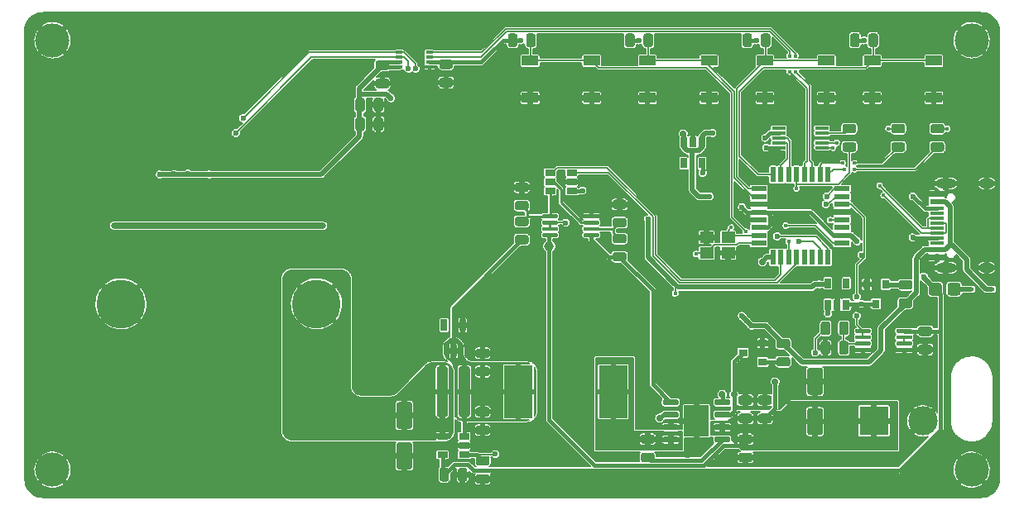
<source format=gbr>
%TF.GenerationSoftware,KiCad,Pcbnew,(5.99.0-2671-gfc0a358ba)*%
%TF.CreationDate,2020-08-29T02:36:00+05:30*%
%TF.ProjectId,Power_Supply,506f7765-725f-4537-9570-706c792e6b69,rev?*%
%TF.SameCoordinates,Original*%
%TF.FileFunction,Copper,L1,Top*%
%TF.FilePolarity,Positive*%
%FSLAX46Y46*%
G04 Gerber Fmt 4.6, Leading zero omitted, Abs format (unit mm)*
G04 Created by KiCad (PCBNEW (5.99.0-2671-gfc0a358ba)) date 2020-08-29 02:36:00*
%MOMM*%
%LPD*%
G01*
G04 APERTURE LIST*
%TA.AperFunction,ComponentPad*%
%ADD10C,3.500000*%
%TD*%
%TA.AperFunction,ComponentPad*%
%ADD11R,3.000000X3.000000*%
%TD*%
%TA.AperFunction,ComponentPad*%
%ADD12C,3.000000*%
%TD*%
%TA.AperFunction,SMDPad,CuDef*%
%ADD13R,1.400000X1.150000*%
%TD*%
%TA.AperFunction,SMDPad,CuDef*%
%ADD14R,1.600000X0.550000*%
%TD*%
%TA.AperFunction,SMDPad,CuDef*%
%ADD15R,0.550000X1.600000*%
%TD*%
%TA.AperFunction,SMDPad,CuDef*%
%ADD16R,0.900000X0.800000*%
%TD*%
%TA.AperFunction,SMDPad,CuDef*%
%ADD17R,1.700000X1.000000*%
%TD*%
%TA.AperFunction,SMDPad,CuDef*%
%ADD18R,0.600000X0.450000*%
%TD*%
%TA.AperFunction,SMDPad,CuDef*%
%ADD19R,0.800000X0.300000*%
%TD*%
%TA.AperFunction,WasherPad*%
%ADD20O,22.010000X0.600000*%
%TD*%
%TA.AperFunction,ComponentPad*%
%ADD21C,5.000000*%
%TD*%
%TA.AperFunction,SMDPad,CuDef*%
%ADD22R,1.400000X0.300000*%
%TD*%
%TA.AperFunction,SMDPad,CuDef*%
%ADD23R,1.450000X0.600000*%
%TD*%
%TA.AperFunction,SMDPad,CuDef*%
%ADD24R,1.450000X0.300000*%
%TD*%
%TA.AperFunction,ComponentPad*%
%ADD25O,1.600000X1.000000*%
%TD*%
%TA.AperFunction,ComponentPad*%
%ADD26O,2.100000X1.000000*%
%TD*%
%TA.AperFunction,SMDPad,CuDef*%
%ADD27R,2.900000X5.400000*%
%TD*%
%TA.AperFunction,SMDPad,CuDef*%
%ADD28R,0.800000X0.900000*%
%TD*%
%TA.AperFunction,SMDPad,CuDef*%
%ADD29R,1.060000X0.650000*%
%TD*%
%TA.AperFunction,SMDPad,CuDef*%
%ADD30R,2.514000X3.200000*%
%TD*%
%TA.AperFunction,SMDPad,CuDef*%
%ADD31R,0.650000X1.060000*%
%TD*%
%TA.AperFunction,SMDPad,CuDef*%
%ADD32R,0.650000X1.220000*%
%TD*%
%TA.AperFunction,ViaPad*%
%ADD33C,0.600000*%
%TD*%
%TA.AperFunction,ViaPad*%
%ADD34C,1.000000*%
%TD*%
%TA.AperFunction,ViaPad*%
%ADD35C,0.700000*%
%TD*%
%TA.AperFunction,ViaPad*%
%ADD36C,0.450000*%
%TD*%
%TA.AperFunction,Conductor*%
%ADD37C,0.508000*%
%TD*%
%TA.AperFunction,Conductor*%
%ADD38C,0.381000*%
%TD*%
%TA.AperFunction,Conductor*%
%ADD39C,0.127000*%
%TD*%
%TA.AperFunction,Conductor*%
%ADD40C,0.254000*%
%TD*%
G04 APERTURE END LIST*
D10*
%TO.P,H3,1,1*%
%TO.N,GND*%
X109000000Y-59000000D03*
%TD*%
%TO.P,H2,1,1*%
%TO.N,GND*%
X109000000Y-15000000D03*
%TD*%
%TO.P,C27,1*%
%TO.N,GND*%
%TA.AperFunction,SMDPad,CuDef*%
G36*
G01*
X55706250Y-19825000D02*
X54793750Y-19825000D01*
G75*
G02*
X54550000Y-19581250I0J243750D01*
G01*
X54550000Y-19093750D01*
G75*
G02*
X54793750Y-18850000I243750J0D01*
G01*
X55706250Y-18850000D01*
G75*
G02*
X55950000Y-19093750I0J-243750D01*
G01*
X55950000Y-19581250D01*
G75*
G02*
X55706250Y-19825000I-243750J0D01*
G01*
G37*
%TD.AperFunction*%
%TO.P,C27,2*%
%TO.N,+5V*%
%TA.AperFunction,SMDPad,CuDef*%
G36*
G01*
X55706250Y-17950000D02*
X54793750Y-17950000D01*
G75*
G02*
X54550000Y-17706250I0J243750D01*
G01*
X54550000Y-17218750D01*
G75*
G02*
X54793750Y-16975000I243750J0D01*
G01*
X55706250Y-16975000D01*
G75*
G02*
X55950000Y-17218750I0J-243750D01*
G01*
X55950000Y-17706250D01*
G75*
G02*
X55706250Y-17950000I-243750J0D01*
G01*
G37*
%TD.AperFunction*%
%TD*%
%TO.P,C29,1*%
%TO.N,GND*%
%TA.AperFunction,SMDPad,CuDef*%
G36*
G01*
X49206250Y-19925000D02*
X48293750Y-19925000D01*
G75*
G02*
X48050000Y-19681250I0J243750D01*
G01*
X48050000Y-19193750D01*
G75*
G02*
X48293750Y-18950000I243750J0D01*
G01*
X49206250Y-18950000D01*
G75*
G02*
X49450000Y-19193750I0J-243750D01*
G01*
X49450000Y-19681250D01*
G75*
G02*
X49206250Y-19925000I-243750J0D01*
G01*
G37*
%TD.AperFunction*%
%TO.P,C29,2*%
%TO.N,+3V3*%
%TA.AperFunction,SMDPad,CuDef*%
G36*
G01*
X49206250Y-18050000D02*
X48293750Y-18050000D01*
G75*
G02*
X48050000Y-17806250I0J243750D01*
G01*
X48050000Y-17318750D01*
G75*
G02*
X48293750Y-17075000I243750J0D01*
G01*
X49206250Y-17075000D01*
G75*
G02*
X49450000Y-17318750I0J-243750D01*
G01*
X49450000Y-17806250D01*
G75*
G02*
X49206250Y-18050000I-243750J0D01*
G01*
G37*
%TD.AperFunction*%
%TD*%
%TO.P,R20,1*%
%TO.N,Net-(R19-Pad2)*%
%TA.AperFunction,SMDPad,CuDef*%
G36*
G01*
X73456250Y-34175000D02*
X72543750Y-34175000D01*
G75*
G02*
X72300000Y-33931250I0J243750D01*
G01*
X72300000Y-33443750D01*
G75*
G02*
X72543750Y-33200000I243750J0D01*
G01*
X73456250Y-33200000D01*
G75*
G02*
X73700000Y-33443750I0J-243750D01*
G01*
X73700000Y-33931250D01*
G75*
G02*
X73456250Y-34175000I-243750J0D01*
G01*
G37*
%TD.AperFunction*%
%TO.P,R20,2*%
%TO.N,GND*%
%TA.AperFunction,SMDPad,CuDef*%
G36*
G01*
X73456250Y-32300000D02*
X72543750Y-32300000D01*
G75*
G02*
X72300000Y-32056250I0J243750D01*
G01*
X72300000Y-31568750D01*
G75*
G02*
X72543750Y-31325000I243750J0D01*
G01*
X73456250Y-31325000D01*
G75*
G02*
X73700000Y-31568750I0J-243750D01*
G01*
X73700000Y-32056250D01*
G75*
G02*
X73456250Y-32300000I-243750J0D01*
G01*
G37*
%TD.AperFunction*%
%TD*%
%TO.P,C6,1*%
%TO.N,Net-(C6-Pad1)*%
%TA.AperFunction,SMDPad,CuDef*%
G36*
G01*
X76326250Y-58225000D02*
X75413750Y-58225000D01*
G75*
G02*
X75170000Y-57981250I0J243750D01*
G01*
X75170000Y-57493750D01*
G75*
G02*
X75413750Y-57250000I243750J0D01*
G01*
X76326250Y-57250000D01*
G75*
G02*
X76570000Y-57493750I0J-243750D01*
G01*
X76570000Y-57981250D01*
G75*
G02*
X76326250Y-58225000I-243750J0D01*
G01*
G37*
%TD.AperFunction*%
%TO.P,C6,2*%
%TO.N,Net-(C6-Pad2)*%
%TA.AperFunction,SMDPad,CuDef*%
G36*
G01*
X76326250Y-56350000D02*
X75413750Y-56350000D01*
G75*
G02*
X75170000Y-56106250I0J243750D01*
G01*
X75170000Y-55618750D01*
G75*
G02*
X75413750Y-55375000I243750J0D01*
G01*
X76326250Y-55375000D01*
G75*
G02*
X76570000Y-55618750I0J-243750D01*
G01*
X76570000Y-56106250D01*
G75*
G02*
X76326250Y-56350000I-243750J0D01*
G01*
G37*
%TD.AperFunction*%
%TD*%
%TO.P,R23,1*%
%TO.N,+VSW*%
%TA.AperFunction,SMDPad,CuDef*%
G36*
G01*
X93575000Y-44956250D02*
X93575000Y-44043750D01*
G75*
G02*
X93818750Y-43800000I243750J0D01*
G01*
X94306250Y-43800000D01*
G75*
G02*
X94550000Y-44043750I0J-243750D01*
G01*
X94550000Y-44956250D01*
G75*
G02*
X94306250Y-45200000I-243750J0D01*
G01*
X93818750Y-45200000D01*
G75*
G02*
X93575000Y-44956250I0J243750D01*
G01*
G37*
%TD.AperFunction*%
%TO.P,R23,2*%
%TO.N,/Vin*%
%TA.AperFunction,SMDPad,CuDef*%
G36*
G01*
X95450000Y-44956250D02*
X95450000Y-44043750D01*
G75*
G02*
X95693750Y-43800000I243750J0D01*
G01*
X96181250Y-43800000D01*
G75*
G02*
X96425000Y-44043750I0J-243750D01*
G01*
X96425000Y-44956250D01*
G75*
G02*
X96181250Y-45200000I-243750J0D01*
G01*
X95693750Y-45200000D01*
G75*
G02*
X95450000Y-44956250I0J243750D01*
G01*
G37*
%TD.AperFunction*%
%TD*%
D11*
%TO.P,J4,1,Pin_1*%
%TO.N,+VSW*%
X99000000Y-54000000D03*
D12*
%TO.P,J4,2,Pin_2*%
%TO.N,GND*%
X104000000Y-54000000D03*
%TD*%
%TO.P,R16,1*%
%TO.N,Net-(R16-Pad1)*%
%TA.AperFunction,SMDPad,CuDef*%
G36*
G01*
X62543750Y-33075000D02*
X63456250Y-33075000D01*
G75*
G02*
X63700000Y-33318750I0J-243750D01*
G01*
X63700000Y-33806250D01*
G75*
G02*
X63456250Y-34050000I-243750J0D01*
G01*
X62543750Y-34050000D01*
G75*
G02*
X62300000Y-33806250I0J243750D01*
G01*
X62300000Y-33318750D01*
G75*
G02*
X62543750Y-33075000I243750J0D01*
G01*
G37*
%TD.AperFunction*%
%TO.P,R16,2*%
%TO.N,Net-(C16-Pad2)*%
%TA.AperFunction,SMDPad,CuDef*%
G36*
G01*
X62543750Y-34950000D02*
X63456250Y-34950000D01*
G75*
G02*
X63700000Y-35193750I0J-243750D01*
G01*
X63700000Y-35681250D01*
G75*
G02*
X63456250Y-35925000I-243750J0D01*
G01*
X62543750Y-35925000D01*
G75*
G02*
X62300000Y-35681250I0J243750D01*
G01*
X62300000Y-35193750D01*
G75*
G02*
X62543750Y-34950000I243750J0D01*
G01*
G37*
%TD.AperFunction*%
%TD*%
%TO.P,C18,1*%
%TO.N,GND*%
%TA.AperFunction,SMDPad,CuDef*%
G36*
G01*
X59456250Y-55425000D02*
X58543750Y-55425000D01*
G75*
G02*
X58300000Y-55181250I0J243750D01*
G01*
X58300000Y-54693750D01*
G75*
G02*
X58543750Y-54450000I243750J0D01*
G01*
X59456250Y-54450000D01*
G75*
G02*
X59700000Y-54693750I0J-243750D01*
G01*
X59700000Y-55181250D01*
G75*
G02*
X59456250Y-55425000I-243750J0D01*
G01*
G37*
%TD.AperFunction*%
%TO.P,C18,2*%
%TO.N,Net-(C16-Pad2)*%
%TA.AperFunction,SMDPad,CuDef*%
G36*
G01*
X59456250Y-53550000D02*
X58543750Y-53550000D01*
G75*
G02*
X58300000Y-53306250I0J243750D01*
G01*
X58300000Y-52818750D01*
G75*
G02*
X58543750Y-52575000I243750J0D01*
G01*
X59456250Y-52575000D01*
G75*
G02*
X59700000Y-52818750I0J-243750D01*
G01*
X59700000Y-53306250D01*
G75*
G02*
X59456250Y-53550000I-243750J0D01*
G01*
G37*
%TD.AperFunction*%
%TD*%
D13*
%TO.P,Y1,1,1*%
%TO.N,Net-(C15-Pad2)*%
X81900000Y-36800000D03*
%TO.P,Y1,2,2*%
%TO.N,GND*%
X84100000Y-36800000D03*
%TO.P,Y1,3,3*%
%TO.N,Net-(C17-Pad2)*%
X84100000Y-35200000D03*
%TO.P,Y1,4,4*%
%TO.N,GND*%
X81900000Y-35200000D03*
%TD*%
%TO.P,U4,1*%
%TO.N,/V_FB*%
%TA.AperFunction,SMDPad,CuDef*%
G36*
G01*
X70925000Y-34875000D02*
X70925000Y-35075000D01*
G75*
G02*
X70825000Y-35175000I-100000J0D01*
G01*
X69400000Y-35175000D01*
G75*
G02*
X69300000Y-35075000I0J100000D01*
G01*
X69300000Y-34875000D01*
G75*
G02*
X69400000Y-34775000I100000J0D01*
G01*
X70825000Y-34775000D01*
G75*
G02*
X70925000Y-34875000I0J-100000D01*
G01*
G37*
%TD.AperFunction*%
%TO.P,U4,2,-*%
%TO.N,Net-(R19-Pad2)*%
%TA.AperFunction,SMDPad,CuDef*%
G36*
G01*
X70925000Y-34225000D02*
X70925000Y-34425000D01*
G75*
G02*
X70825000Y-34525000I-100000J0D01*
G01*
X69400000Y-34525000D01*
G75*
G02*
X69300000Y-34425000I0J100000D01*
G01*
X69300000Y-34225000D01*
G75*
G02*
X69400000Y-34125000I100000J0D01*
G01*
X70825000Y-34125000D01*
G75*
G02*
X70925000Y-34225000I0J-100000D01*
G01*
G37*
%TD.AperFunction*%
%TO.P,U4,3,+*%
%TO.N,Net-(U4-Pad3)*%
%TA.AperFunction,SMDPad,CuDef*%
G36*
G01*
X70925000Y-33575000D02*
X70925000Y-33775000D01*
G75*
G02*
X70825000Y-33875000I-100000J0D01*
G01*
X69400000Y-33875000D01*
G75*
G02*
X69300000Y-33775000I0J100000D01*
G01*
X69300000Y-33575000D01*
G75*
G02*
X69400000Y-33475000I100000J0D01*
G01*
X70825000Y-33475000D01*
G75*
G02*
X70925000Y-33575000I0J-100000D01*
G01*
G37*
%TD.AperFunction*%
%TO.P,U4,4,V-*%
%TO.N,GND*%
%TA.AperFunction,SMDPad,CuDef*%
G36*
G01*
X70925000Y-32925000D02*
X70925000Y-33125000D01*
G75*
G02*
X70825000Y-33225000I-100000J0D01*
G01*
X69400000Y-33225000D01*
G75*
G02*
X69300000Y-33125000I0J100000D01*
G01*
X69300000Y-32925000D01*
G75*
G02*
X69400000Y-32825000I100000J0D01*
G01*
X70825000Y-32825000D01*
G75*
G02*
X70925000Y-32925000I0J-100000D01*
G01*
G37*
%TD.AperFunction*%
%TO.P,U4,5,+*%
%TO.N,Net-(R16-Pad1)*%
%TA.AperFunction,SMDPad,CuDef*%
G36*
G01*
X66700000Y-32925000D02*
X66700000Y-33125000D01*
G75*
G02*
X66600000Y-33225000I-100000J0D01*
G01*
X65175000Y-33225000D01*
G75*
G02*
X65075000Y-33125000I0J100000D01*
G01*
X65075000Y-32925000D01*
G75*
G02*
X65175000Y-32825000I100000J0D01*
G01*
X66600000Y-32825000D01*
G75*
G02*
X66700000Y-32925000I0J-100000D01*
G01*
G37*
%TD.AperFunction*%
%TO.P,U4,6,-*%
%TO.N,/V_SENSE*%
%TA.AperFunction,SMDPad,CuDef*%
G36*
G01*
X66700000Y-33575000D02*
X66700000Y-33775000D01*
G75*
G02*
X66600000Y-33875000I-100000J0D01*
G01*
X65175000Y-33875000D01*
G75*
G02*
X65075000Y-33775000I0J100000D01*
G01*
X65075000Y-33575000D01*
G75*
G02*
X65175000Y-33475000I100000J0D01*
G01*
X66600000Y-33475000D01*
G75*
G02*
X66700000Y-33575000I0J-100000D01*
G01*
G37*
%TD.AperFunction*%
%TO.P,U4,7*%
%TA.AperFunction,SMDPad,CuDef*%
G36*
G01*
X66700000Y-34225000D02*
X66700000Y-34425000D01*
G75*
G02*
X66600000Y-34525000I-100000J0D01*
G01*
X65175000Y-34525000D01*
G75*
G02*
X65075000Y-34425000I0J100000D01*
G01*
X65075000Y-34225000D01*
G75*
G02*
X65175000Y-34125000I100000J0D01*
G01*
X66600000Y-34125000D01*
G75*
G02*
X66700000Y-34225000I0J-100000D01*
G01*
G37*
%TD.AperFunction*%
%TO.P,U4,8,V+*%
%TO.N,+VSW*%
%TA.AperFunction,SMDPad,CuDef*%
G36*
G01*
X66700000Y-34875000D02*
X66700000Y-35075000D01*
G75*
G02*
X66600000Y-35175000I-100000J0D01*
G01*
X65175000Y-35175000D01*
G75*
G02*
X65075000Y-35075000I0J100000D01*
G01*
X65075000Y-34875000D01*
G75*
G02*
X65175000Y-34775000I100000J0D01*
G01*
X66600000Y-34775000D01*
G75*
G02*
X66700000Y-34875000I0J-100000D01*
G01*
G37*
%TD.AperFunction*%
%TD*%
D14*
%TO.P,U2,1,PD3*%
%TO.N,/SW2*%
X87250000Y-30200000D03*
%TO.P,U2,2,PD4*%
%TO.N,/SW1*%
X87250000Y-31000000D03*
%TO.P,U2,3,GND*%
%TO.N,GND*%
X87250000Y-31800000D03*
%TO.P,U2,4,VCC*%
%TO.N,+5V*%
X87250000Y-32600000D03*
%TO.P,U2,5,GND*%
%TO.N,GND*%
X87250000Y-33400000D03*
%TO.P,U2,6,VCC*%
%TO.N,+5V*%
X87250000Y-34200000D03*
%TO.P,U2,7,XTAL1/PB6*%
%TO.N,Net-(C17-Pad2)*%
X87250000Y-35000000D03*
%TO.P,U2,8,XTAL2/PB7*%
%TO.N,Net-(C15-Pad2)*%
X87250000Y-35800000D03*
D15*
%TO.P,U2,9,PD5*%
%TO.N,Net-(D5-Pad2)*%
X88700000Y-37250000D03*
%TO.P,U2,10,PD6*%
%TO.N,/~POT_CS*%
X89500000Y-37250000D03*
%TO.P,U2,11,PD7*%
%TO.N,/SW4*%
X90300000Y-37250000D03*
%TO.P,U2,12,PB0*%
%TO.N,/POT_U~D*%
X91100000Y-37250000D03*
%TO.P,U2,13,PB1*%
%TO.N,N/C*%
X91900000Y-37250000D03*
%TO.P,U2,14,PB2*%
X92700000Y-37250000D03*
%TO.P,U2,15,PB3*%
%TO.N,/MOSI*%
X93500000Y-37250000D03*
%TO.P,U2,16,PB4*%
%TO.N,/MISO*%
X94300000Y-37250000D03*
D14*
%TO.P,U2,17,PB5*%
%TO.N,/SCK*%
X95750000Y-35800000D03*
%TO.P,U2,18,AVCC*%
%TO.N,+5V*%
X95750000Y-35000000D03*
%TO.P,U2,19,ADC6*%
%TO.N,N/C*%
X95750000Y-34200000D03*
%TO.P,U2,20,AREF*%
%TO.N,Net-(C2-Pad2)*%
X95750000Y-33400000D03*
%TO.P,U2,21,GND*%
%TO.N,GND*%
X95750000Y-32600000D03*
%TO.P,U2,22,ADC7*%
%TO.N,Net-(D8-Pad2)*%
X95750000Y-31800000D03*
%TO.P,U2,23,PC0*%
%TO.N,/I_SENSE*%
X95750000Y-31000000D03*
%TO.P,U2,24,PC1*%
%TO.N,/V_SENSE*%
X95750000Y-30200000D03*
D15*
%TO.P,U2,25,PC2*%
%TO.N,Net-(D2-Pad1)*%
X94300000Y-28750000D03*
%TO.P,U2,26,PC3*%
%TO.N,Net-(D1-Pad1)*%
X93500000Y-28750000D03*
%TO.P,U2,27,PC4*%
%TO.N,/SDA0*%
X92700000Y-28750000D03*
%TO.P,U2,28,PC5*%
%TO.N,/SCL0*%
X91900000Y-28750000D03*
%TO.P,U2,29,~RESET~/PC6*%
%TO.N,/RST*%
X91100000Y-28750000D03*
%TO.P,U2,30,PD0*%
%TO.N,/RX*%
X90300000Y-28750000D03*
%TO.P,U2,31,PD1*%
%TO.N,/TX*%
X89500000Y-28750000D03*
%TO.P,U2,32,PD2*%
%TO.N,/SW3*%
X88700000Y-28750000D03*
%TD*%
%TO.P,C28,1*%
%TO.N,GND*%
%TA.AperFunction,SMDPad,CuDef*%
G36*
G01*
X48825000Y-21143750D02*
X48825000Y-22056250D01*
G75*
G02*
X48581250Y-22300000I-243750J0D01*
G01*
X48093750Y-22300000D01*
G75*
G02*
X47850000Y-22056250I0J243750D01*
G01*
X47850000Y-21143750D01*
G75*
G02*
X48093750Y-20900000I243750J0D01*
G01*
X48581250Y-20900000D01*
G75*
G02*
X48825000Y-21143750I0J-243750D01*
G01*
G37*
%TD.AperFunction*%
%TO.P,C28,2*%
%TO.N,+3V3*%
%TA.AperFunction,SMDPad,CuDef*%
G36*
G01*
X46950000Y-21143750D02*
X46950000Y-22056250D01*
G75*
G02*
X46706250Y-22300000I-243750J0D01*
G01*
X46218750Y-22300000D01*
G75*
G02*
X45975000Y-22056250I0J243750D01*
G01*
X45975000Y-21143750D01*
G75*
G02*
X46218750Y-20900000I243750J0D01*
G01*
X46706250Y-20900000D01*
G75*
G02*
X46950000Y-21143750I0J-243750D01*
G01*
G37*
%TD.AperFunction*%
%TD*%
D16*
%TO.P,Q2,1,G*%
%TO.N,Net-(Q2-Pad1)*%
X87620000Y-47950000D03*
%TO.P,Q2,2,S*%
%TO.N,GND*%
X87620000Y-46050000D03*
%TO.P,Q2,3,D*%
%TO.N,Net-(Q2-Pad3)*%
X85620000Y-47000000D03*
%TD*%
%TO.P,C4,1*%
%TO.N,GND*%
%TA.AperFunction,SMDPad,CuDef*%
G36*
G01*
X86326250Y-58225000D02*
X85413750Y-58225000D01*
G75*
G02*
X85170000Y-57981250I0J243750D01*
G01*
X85170000Y-57493750D01*
G75*
G02*
X85413750Y-57250000I243750J0D01*
G01*
X86326250Y-57250000D01*
G75*
G02*
X86570000Y-57493750I0J-243750D01*
G01*
X86570000Y-57981250D01*
G75*
G02*
X86326250Y-58225000I-243750J0D01*
G01*
G37*
%TD.AperFunction*%
%TO.P,C4,2*%
%TO.N,+VSW*%
%TA.AperFunction,SMDPad,CuDef*%
G36*
G01*
X86326250Y-56350000D02*
X85413750Y-56350000D01*
G75*
G02*
X85170000Y-56106250I0J243750D01*
G01*
X85170000Y-55618750D01*
G75*
G02*
X85413750Y-55375000I243750J0D01*
G01*
X86326250Y-55375000D01*
G75*
G02*
X86570000Y-55618750I0J-243750D01*
G01*
X86570000Y-56106250D01*
G75*
G02*
X86326250Y-56350000I-243750J0D01*
G01*
G37*
%TD.AperFunction*%
%TD*%
D17*
%TO.P,SW2,1,1*%
%TO.N,/SW2*%
X87850000Y-17100000D03*
X94150000Y-17100000D03*
%TO.P,SW2,2,2*%
%TO.N,GND*%
X94150000Y-20900000D03*
X87850000Y-20900000D03*
%TD*%
D18*
%TO.P,D4,1,K*%
%TO.N,Net-(D4-Pad1)*%
X108950000Y-40500000D03*
%TO.P,D4,2,A*%
%TO.N,/REG_EN*%
X111050000Y-40500000D03*
%TD*%
%TO.P,R21,1*%
%TO.N,Net-(Q1-Pad1)*%
%TA.AperFunction,SMDPad,CuDef*%
G36*
G01*
X101793750Y-39575000D02*
X102706250Y-39575000D01*
G75*
G02*
X102950000Y-39818750I0J-243750D01*
G01*
X102950000Y-40306250D01*
G75*
G02*
X102706250Y-40550000I-243750J0D01*
G01*
X101793750Y-40550000D01*
G75*
G02*
X101550000Y-40306250I0J243750D01*
G01*
X101550000Y-39818750D01*
G75*
G02*
X101793750Y-39575000I243750J0D01*
G01*
G37*
%TD.AperFunction*%
%TO.P,R21,2*%
%TO.N,/REG_EN*%
%TA.AperFunction,SMDPad,CuDef*%
G36*
G01*
X101793750Y-41450000D02*
X102706250Y-41450000D01*
G75*
G02*
X102950000Y-41693750I0J-243750D01*
G01*
X102950000Y-42181250D01*
G75*
G02*
X102706250Y-42425000I-243750J0D01*
G01*
X101793750Y-42425000D01*
G75*
G02*
X101550000Y-42181250I0J243750D01*
G01*
X101550000Y-41693750D01*
G75*
G02*
X101793750Y-41450000I243750J0D01*
G01*
G37*
%TD.AperFunction*%
%TD*%
%TO.P,R13,1*%
%TO.N,VDC*%
%TA.AperFunction,SMDPad,CuDef*%
G36*
G01*
X54300000Y-53350000D02*
X54300000Y-48650000D01*
G75*
G02*
X54550000Y-48400000I250000J0D01*
G01*
X55200000Y-48400000D01*
G75*
G02*
X55450000Y-48650000I0J-250000D01*
G01*
X55450000Y-53350000D01*
G75*
G02*
X55200000Y-53600000I-250000J0D01*
G01*
X54550000Y-53600000D01*
G75*
G02*
X54300000Y-53350000I0J250000D01*
G01*
G37*
%TD.AperFunction*%
%TO.P,R13,2*%
%TO.N,Net-(C16-Pad2)*%
%TA.AperFunction,SMDPad,CuDef*%
G36*
G01*
X56550000Y-53350000D02*
X56550000Y-48650000D01*
G75*
G02*
X56800000Y-48400000I250000J0D01*
G01*
X57450000Y-48400000D01*
G75*
G02*
X57700000Y-48650000I0J-250000D01*
G01*
X57700000Y-53350000D01*
G75*
G02*
X57450000Y-53600000I-250000J0D01*
G01*
X56800000Y-53600000D01*
G75*
G02*
X56550000Y-53350000I0J250000D01*
G01*
G37*
%TD.AperFunction*%
%TD*%
%TO.P,R10,1*%
%TO.N,+5V*%
%TA.AperFunction,SMDPad,CuDef*%
G36*
G01*
X61575000Y-15456250D02*
X61575000Y-14543750D01*
G75*
G02*
X61818750Y-14300000I243750J0D01*
G01*
X62306250Y-14300000D01*
G75*
G02*
X62550000Y-14543750I0J-243750D01*
G01*
X62550000Y-15456250D01*
G75*
G02*
X62306250Y-15700000I-243750J0D01*
G01*
X61818750Y-15700000D01*
G75*
G02*
X61575000Y-15456250I0J243750D01*
G01*
G37*
%TD.AperFunction*%
%TO.P,R10,2*%
%TO.N,/SW4*%
%TA.AperFunction,SMDPad,CuDef*%
G36*
G01*
X63450000Y-15456250D02*
X63450000Y-14543750D01*
G75*
G02*
X63693750Y-14300000I243750J0D01*
G01*
X64181250Y-14300000D01*
G75*
G02*
X64425000Y-14543750I0J-243750D01*
G01*
X64425000Y-15456250D01*
G75*
G02*
X64181250Y-15700000I-243750J0D01*
G01*
X63693750Y-15700000D01*
G75*
G02*
X63450000Y-15456250I0J243750D01*
G01*
G37*
%TD.AperFunction*%
%TD*%
%TO.P,C1,1*%
%TO.N,GND*%
%TA.AperFunction,SMDPad,CuDef*%
G36*
G01*
X85413750Y-51375000D02*
X86326250Y-51375000D01*
G75*
G02*
X86570000Y-51618750I0J-243750D01*
G01*
X86570000Y-52106250D01*
G75*
G02*
X86326250Y-52350000I-243750J0D01*
G01*
X85413750Y-52350000D01*
G75*
G02*
X85170000Y-52106250I0J243750D01*
G01*
X85170000Y-51618750D01*
G75*
G02*
X85413750Y-51375000I243750J0D01*
G01*
G37*
%TD.AperFunction*%
%TO.P,C1,2*%
%TO.N,+VSW*%
%TA.AperFunction,SMDPad,CuDef*%
G36*
G01*
X85413750Y-53250000D02*
X86326250Y-53250000D01*
G75*
G02*
X86570000Y-53493750I0J-243750D01*
G01*
X86570000Y-53981250D01*
G75*
G02*
X86326250Y-54225000I-243750J0D01*
G01*
X85413750Y-54225000D01*
G75*
G02*
X85170000Y-53981250I0J243750D01*
G01*
X85170000Y-53493750D01*
G75*
G02*
X85413750Y-53250000I243750J0D01*
G01*
G37*
%TD.AperFunction*%
%TD*%
%TO.P,C20,1*%
%TO.N,+5V*%
%TA.AperFunction,SMDPad,CuDef*%
G36*
G01*
X54575000Y-59956250D02*
X54575000Y-59043750D01*
G75*
G02*
X54818750Y-58800000I243750J0D01*
G01*
X55306250Y-58800000D01*
G75*
G02*
X55550000Y-59043750I0J-243750D01*
G01*
X55550000Y-59956250D01*
G75*
G02*
X55306250Y-60200000I-243750J0D01*
G01*
X54818750Y-60200000D01*
G75*
G02*
X54575000Y-59956250I0J243750D01*
G01*
G37*
%TD.AperFunction*%
%TO.P,C20,2*%
%TO.N,GND*%
%TA.AperFunction,SMDPad,CuDef*%
G36*
G01*
X56450000Y-59956250D02*
X56450000Y-59043750D01*
G75*
G02*
X56693750Y-58800000I243750J0D01*
G01*
X57181250Y-58800000D01*
G75*
G02*
X57425000Y-59043750I0J-243750D01*
G01*
X57425000Y-59956250D01*
G75*
G02*
X57181250Y-60200000I-243750J0D01*
G01*
X56693750Y-60200000D01*
G75*
G02*
X56450000Y-59956250I0J243750D01*
G01*
G37*
%TD.AperFunction*%
%TD*%
%TO.P,R6,1*%
%TO.N,+5V*%
%TA.AperFunction,SMDPad,CuDef*%
G36*
G01*
X73575000Y-15456250D02*
X73575000Y-14543750D01*
G75*
G02*
X73818750Y-14300000I243750J0D01*
G01*
X74306250Y-14300000D01*
G75*
G02*
X74550000Y-14543750I0J-243750D01*
G01*
X74550000Y-15456250D01*
G75*
G02*
X74306250Y-15700000I-243750J0D01*
G01*
X73818750Y-15700000D01*
G75*
G02*
X73575000Y-15456250I0J243750D01*
G01*
G37*
%TD.AperFunction*%
%TO.P,R6,2*%
%TO.N,/SW1*%
%TA.AperFunction,SMDPad,CuDef*%
G36*
G01*
X75450000Y-15456250D02*
X75450000Y-14543750D01*
G75*
G02*
X75693750Y-14300000I243750J0D01*
G01*
X76181250Y-14300000D01*
G75*
G02*
X76425000Y-14543750I0J-243750D01*
G01*
X76425000Y-15456250D01*
G75*
G02*
X76181250Y-15700000I-243750J0D01*
G01*
X75693750Y-15700000D01*
G75*
G02*
X75450000Y-15456250I0J243750D01*
G01*
G37*
%TD.AperFunction*%
%TD*%
D17*
%TO.P,SW1,1,1*%
%TO.N,/SW1*%
X75850000Y-17100000D03*
X82150000Y-17100000D03*
%TO.P,SW1,2,2*%
%TO.N,GND*%
X75850000Y-20900000D03*
X82150000Y-20900000D03*
%TD*%
%TO.P,R18,1*%
%TO.N,GND*%
%TA.AperFunction,SMDPad,CuDef*%
G36*
G01*
X59456250Y-60425000D02*
X58543750Y-60425000D01*
G75*
G02*
X58300000Y-60181250I0J243750D01*
G01*
X58300000Y-59693750D01*
G75*
G02*
X58543750Y-59450000I243750J0D01*
G01*
X59456250Y-59450000D01*
G75*
G02*
X59700000Y-59693750I0J-243750D01*
G01*
X59700000Y-60181250D01*
G75*
G02*
X59456250Y-60425000I-243750J0D01*
G01*
G37*
%TD.AperFunction*%
%TO.P,R18,2*%
%TO.N,/I_SENSE*%
%TA.AperFunction,SMDPad,CuDef*%
G36*
G01*
X59456250Y-58550000D02*
X58543750Y-58550000D01*
G75*
G02*
X58300000Y-58306250I0J243750D01*
G01*
X58300000Y-57818750D01*
G75*
G02*
X58543750Y-57575000I243750J0D01*
G01*
X59456250Y-57575000D01*
G75*
G02*
X59700000Y-57818750I0J-243750D01*
G01*
X59700000Y-58306250D01*
G75*
G02*
X59456250Y-58550000I-243750J0D01*
G01*
G37*
%TD.AperFunction*%
%TD*%
D19*
%TO.P,U9,1,GND*%
%TO.N,GND*%
X53550000Y-17750000D03*
%TO.P,U9,2,VREF1*%
%TO.N,+5V*%
X53550000Y-17250000D03*
%TO.P,U9,3,SCL1*%
%TO.N,/SCL0*%
X53550000Y-16750000D03*
%TO.P,U9,4,SDA1*%
%TO.N,/SDA0*%
X53550000Y-16250000D03*
%TO.P,U9,5,SDA2*%
%TO.N,Net-(R14-Pad2)*%
X50450000Y-16250000D03*
%TO.P,U9,6,SCL2*%
%TO.N,Net-(R5-Pad2)*%
X50450000Y-16750000D03*
%TO.P,U9,7,VREF2*%
%TO.N,+3V3*%
X50450000Y-17250000D03*
%TO.P,U9,8,EN*%
X50450000Y-17750000D03*
%TD*%
%TO.P,C7,1*%
%TO.N,GND*%
%TA.AperFunction,SMDPad,CuDef*%
G36*
G01*
X51550000Y-58950000D02*
X50450000Y-58950000D01*
G75*
G02*
X50200000Y-58700000I0J250000D01*
G01*
X50200000Y-56425000D01*
G75*
G02*
X50450000Y-56175000I250000J0D01*
G01*
X51550000Y-56175000D01*
G75*
G02*
X51800000Y-56425000I0J-250000D01*
G01*
X51800000Y-58700000D01*
G75*
G02*
X51550000Y-58950000I-250000J0D01*
G01*
G37*
%TD.AperFunction*%
%TO.P,C7,2*%
%TO.N,VDC*%
%TA.AperFunction,SMDPad,CuDef*%
G36*
G01*
X51550000Y-54825000D02*
X50450000Y-54825000D01*
G75*
G02*
X50200000Y-54575000I0J250000D01*
G01*
X50200000Y-52300000D01*
G75*
G02*
X50450000Y-52050000I250000J0D01*
G01*
X51550000Y-52050000D01*
G75*
G02*
X51800000Y-52300000I0J-250000D01*
G01*
X51800000Y-54575000D01*
G75*
G02*
X51550000Y-54825000I-250000J0D01*
G01*
G37*
%TD.AperFunction*%
%TD*%
%TO.P,C35,1*%
%TO.N,GND*%
%TA.AperFunction,SMDPad,CuDef*%
G36*
G01*
X104706250Y-47175000D02*
X103793750Y-47175000D01*
G75*
G02*
X103550000Y-46931250I0J243750D01*
G01*
X103550000Y-46443750D01*
G75*
G02*
X103793750Y-46200000I243750J0D01*
G01*
X104706250Y-46200000D01*
G75*
G02*
X104950000Y-46443750I0J-243750D01*
G01*
X104950000Y-46931250D01*
G75*
G02*
X104706250Y-47175000I-243750J0D01*
G01*
G37*
%TD.AperFunction*%
%TO.P,C35,2*%
%TO.N,+5V*%
%TA.AperFunction,SMDPad,CuDef*%
G36*
G01*
X104706250Y-45300000D02*
X103793750Y-45300000D01*
G75*
G02*
X103550000Y-45056250I0J243750D01*
G01*
X103550000Y-44568750D01*
G75*
G02*
X103793750Y-44325000I243750J0D01*
G01*
X104706250Y-44325000D01*
G75*
G02*
X104950000Y-44568750I0J-243750D01*
G01*
X104950000Y-45056250D01*
G75*
G02*
X104706250Y-45300000I-243750J0D01*
G01*
G37*
%TD.AperFunction*%
%TD*%
D20*
%TO.P,U10,*%
%TO.N,*%
X32000000Y-34000000D03*
%TD*%
D21*
%TO.P,J3,1,Pin_1*%
%TO.N,GND*%
X22000000Y-42000000D03*
%TD*%
D10*
%TO.P,H4,1,1*%
%TO.N,GND*%
X15000000Y-59000000D03*
%TD*%
%TO.P,R8,1*%
%TO.N,+5V*%
%TA.AperFunction,SMDPad,CuDef*%
G36*
G01*
X85575000Y-15456250D02*
X85575000Y-14543750D01*
G75*
G02*
X85818750Y-14300000I243750J0D01*
G01*
X86306250Y-14300000D01*
G75*
G02*
X86550000Y-14543750I0J-243750D01*
G01*
X86550000Y-15456250D01*
G75*
G02*
X86306250Y-15700000I-243750J0D01*
G01*
X85818750Y-15700000D01*
G75*
G02*
X85575000Y-15456250I0J243750D01*
G01*
G37*
%TD.AperFunction*%
%TO.P,R8,2*%
%TO.N,/SW2*%
%TA.AperFunction,SMDPad,CuDef*%
G36*
G01*
X87450000Y-15456250D02*
X87450000Y-14543750D01*
G75*
G02*
X87693750Y-14300000I243750J0D01*
G01*
X88181250Y-14300000D01*
G75*
G02*
X88425000Y-14543750I0J-243750D01*
G01*
X88425000Y-15456250D01*
G75*
G02*
X88181250Y-15700000I-243750J0D01*
G01*
X87693750Y-15700000D01*
G75*
G02*
X87450000Y-15456250I0J243750D01*
G01*
G37*
%TD.AperFunction*%
%TD*%
D17*
%TO.P,SW3,1,1*%
%TO.N,/SW3*%
X105150000Y-17100000D03*
X98850000Y-17100000D03*
%TO.P,SW3,2,2*%
%TO.N,GND*%
X105150000Y-20900000D03*
X98850000Y-20900000D03*
%TD*%
D22*
%TO.P,U7,1,UD+*%
%TO.N,/D+*%
X93700000Y-26000000D03*
%TO.P,U7,2,UD-*%
%TO.N,/D-*%
X93700000Y-25500000D03*
%TO.P,U7,3,GND*%
%TO.N,GND*%
X93700000Y-25000000D03*
%TO.P,U7,4,~RTS*%
%TO.N,Net-(C25-Pad2)*%
X93700000Y-24500000D03*
%TO.P,U7,5,~CTS*%
%TO.N,N/C*%
X93700000Y-24000000D03*
%TO.P,U7,6,TNOW*%
X89300000Y-24000000D03*
%TO.P,U7,7,VCC*%
%TO.N,+5V*%
X89300000Y-24500000D03*
%TO.P,U7,8,TXD*%
%TO.N,/RX*%
X89300000Y-25000000D03*
%TO.P,U7,9,RXD*%
%TO.N,/TX*%
X89300000Y-25500000D03*
%TO.P,U7,10,V3*%
%TO.N,+3V3*%
X89300000Y-26000000D03*
%TD*%
D23*
%TO.P,J5,A1,GND*%
%TO.N,GND*%
X105455000Y-37250000D03*
%TO.P,J5,A4,VBUS*%
%TO.N,/REG_EN*%
X105455000Y-36450000D03*
D24*
%TO.P,J5,A5,CC1*%
%TO.N,Net-(J5-PadA5)*%
X105455000Y-35250000D03*
%TO.P,J5,A6,D+*%
%TO.N,/D+*%
X105455000Y-34250000D03*
%TO.P,J5,A7,D-*%
%TO.N,/D-*%
X105455000Y-33750000D03*
%TO.P,J5,A8,SBU1*%
%TO.N,N/C*%
X105455000Y-32750000D03*
D23*
%TO.P,J5,A9,VBUS*%
%TO.N,/REG_EN*%
X105455000Y-31550000D03*
%TO.P,J5,A12,GND*%
%TO.N,GND*%
X105455000Y-30750000D03*
%TO.P,J5,B1,GND*%
X105455000Y-30750000D03*
%TO.P,J5,B4,VBUS*%
%TO.N,/REG_EN*%
X105455000Y-31550000D03*
D24*
%TO.P,J5,B5,CC2*%
%TO.N,Net-(J5-PadB5)*%
X105455000Y-32250000D03*
%TO.P,J5,B6,D+*%
%TO.N,/D+*%
X105455000Y-33250000D03*
%TO.P,J5,B7,D-*%
%TO.N,/D-*%
X105455000Y-34750000D03*
%TO.P,J5,B8,SBU2*%
%TO.N,N/C*%
X105455000Y-35750000D03*
D23*
%TO.P,J5,B9,VBUS*%
%TO.N,/REG_EN*%
X105455000Y-36450000D03*
%TO.P,J5,B12,GND*%
%TO.N,GND*%
X105455000Y-37250000D03*
D25*
%TO.P,J5,S1,SHIELD*%
X110550000Y-38320000D03*
D26*
X106370000Y-38320000D03*
X106370000Y-29680000D03*
D25*
X110550000Y-29680000D03*
%TD*%
D21*
%TO.P,J2,1,Pin_1*%
%TO.N,VDC*%
X42000000Y-42000000D03*
%TD*%
D10*
%TO.P,H1,1,1*%
%TO.N,GND*%
X15000000Y-15000000D03*
%TD*%
%TO.P,C12,1*%
%TO.N,GND*%
%TA.AperFunction,SMDPad,CuDef*%
G36*
G01*
X92450000Y-48550000D02*
X93550000Y-48550000D01*
G75*
G02*
X93800000Y-48800000I0J-250000D01*
G01*
X93800000Y-51075000D01*
G75*
G02*
X93550000Y-51325000I-250000J0D01*
G01*
X92450000Y-51325000D01*
G75*
G02*
X92200000Y-51075000I0J250000D01*
G01*
X92200000Y-48800000D01*
G75*
G02*
X92450000Y-48550000I250000J0D01*
G01*
G37*
%TD.AperFunction*%
%TO.P,C12,2*%
%TO.N,+VSW*%
%TA.AperFunction,SMDPad,CuDef*%
G36*
G01*
X92450000Y-52675000D02*
X93550000Y-52675000D01*
G75*
G02*
X93800000Y-52925000I0J-250000D01*
G01*
X93800000Y-55200000D01*
G75*
G02*
X93550000Y-55450000I-250000J0D01*
G01*
X92450000Y-55450000D01*
G75*
G02*
X92200000Y-55200000I0J250000D01*
G01*
X92200000Y-52925000D01*
G75*
G02*
X92450000Y-52675000I250000J0D01*
G01*
G37*
%TD.AperFunction*%
%TD*%
%TO.P,R19,1*%
%TO.N,/V_FB*%
%TA.AperFunction,SMDPad,CuDef*%
G36*
G01*
X73456250Y-37675000D02*
X72543750Y-37675000D01*
G75*
G02*
X72300000Y-37431250I0J243750D01*
G01*
X72300000Y-36943750D01*
G75*
G02*
X72543750Y-36700000I243750J0D01*
G01*
X73456250Y-36700000D01*
G75*
G02*
X73700000Y-36943750I0J-243750D01*
G01*
X73700000Y-37431250D01*
G75*
G02*
X73456250Y-37675000I-243750J0D01*
G01*
G37*
%TD.AperFunction*%
%TO.P,R19,2*%
%TO.N,Net-(R19-Pad2)*%
%TA.AperFunction,SMDPad,CuDef*%
G36*
G01*
X73456250Y-35800000D02*
X72543750Y-35800000D01*
G75*
G02*
X72300000Y-35556250I0J243750D01*
G01*
X72300000Y-35068750D01*
G75*
G02*
X72543750Y-34825000I243750J0D01*
G01*
X73456250Y-34825000D01*
G75*
G02*
X73700000Y-35068750I0J-243750D01*
G01*
X73700000Y-35556250D01*
G75*
G02*
X73456250Y-35800000I-243750J0D01*
G01*
G37*
%TD.AperFunction*%
%TD*%
D27*
%TO.P,L1,1*%
%TO.N,Net-(C6-Pad2)*%
X72350000Y-51000000D03*
%TO.P,L1,2*%
%TO.N,Net-(C16-Pad2)*%
X62650000Y-51000000D03*
%TD*%
%TO.P,F1,1*%
%TO.N,Net-(D4-Pad1)*%
%TA.AperFunction,SMDPad,CuDef*%
G36*
G01*
X107875000Y-40100000D02*
X107875000Y-40900000D01*
G75*
G02*
X107625000Y-41150000I-250000J0D01*
G01*
X106800000Y-41150000D01*
G75*
G02*
X106550000Y-40900000I0J250000D01*
G01*
X106550000Y-40100000D01*
G75*
G02*
X106800000Y-39850000I250000J0D01*
G01*
X107625000Y-39850000D01*
G75*
G02*
X107875000Y-40100000I0J-250000D01*
G01*
G37*
%TD.AperFunction*%
%TO.P,F1,2*%
%TO.N,+5V*%
%TA.AperFunction,SMDPad,CuDef*%
G36*
G01*
X105950000Y-40100000D02*
X105950000Y-40900000D01*
G75*
G02*
X105700000Y-41150000I-250000J0D01*
G01*
X104875000Y-41150000D01*
G75*
G02*
X104625000Y-40900000I0J250000D01*
G01*
X104625000Y-40100000D01*
G75*
G02*
X104875000Y-39850000I250000J0D01*
G01*
X105700000Y-39850000D01*
G75*
G02*
X105950000Y-40100000I0J-250000D01*
G01*
G37*
%TD.AperFunction*%
%TD*%
%TO.P,C25,1*%
%TO.N,/RST*%
%TA.AperFunction,SMDPad,CuDef*%
G36*
G01*
X96956250Y-26425000D02*
X96043750Y-26425000D01*
G75*
G02*
X95800000Y-26181250I0J243750D01*
G01*
X95800000Y-25693750D01*
G75*
G02*
X96043750Y-25450000I243750J0D01*
G01*
X96956250Y-25450000D01*
G75*
G02*
X97200000Y-25693750I0J-243750D01*
G01*
X97200000Y-26181250D01*
G75*
G02*
X96956250Y-26425000I-243750J0D01*
G01*
G37*
%TD.AperFunction*%
%TO.P,C25,2*%
%TO.N,Net-(C25-Pad2)*%
%TA.AperFunction,SMDPad,CuDef*%
G36*
G01*
X96956250Y-24550000D02*
X96043750Y-24550000D01*
G75*
G02*
X95800000Y-24306250I0J243750D01*
G01*
X95800000Y-23818750D01*
G75*
G02*
X96043750Y-23575000I243750J0D01*
G01*
X96956250Y-23575000D01*
G75*
G02*
X97200000Y-23818750I0J-243750D01*
G01*
X97200000Y-24306250D01*
G75*
G02*
X96956250Y-24550000I-243750J0D01*
G01*
G37*
%TD.AperFunction*%
%TD*%
D17*
%TO.P,SW4,1,1*%
%TO.N,/SW4*%
X63850000Y-17100000D03*
X70150000Y-17100000D03*
%TO.P,SW4,2,2*%
%TO.N,GND*%
X70150000Y-20900000D03*
X63850000Y-20900000D03*
%TD*%
%TO.P,D1,1,K*%
%TO.N,Net-(D1-Pad1)*%
%TA.AperFunction,SMDPad,CuDef*%
G36*
G01*
X101956250Y-26425000D02*
X101043750Y-26425000D01*
G75*
G02*
X100800000Y-26181250I0J243750D01*
G01*
X100800000Y-25693750D01*
G75*
G02*
X101043750Y-25450000I243750J0D01*
G01*
X101956250Y-25450000D01*
G75*
G02*
X102200000Y-25693750I0J-243750D01*
G01*
X102200000Y-26181250D01*
G75*
G02*
X101956250Y-26425000I-243750J0D01*
G01*
G37*
%TD.AperFunction*%
%TO.P,D1,2,A*%
%TO.N,Net-(D1-Pad2)*%
%TA.AperFunction,SMDPad,CuDef*%
G36*
G01*
X101956250Y-24550000D02*
X101043750Y-24550000D01*
G75*
G02*
X100800000Y-24306250I0J243750D01*
G01*
X100800000Y-23818750D01*
G75*
G02*
X101043750Y-23575000I243750J0D01*
G01*
X101956250Y-23575000D01*
G75*
G02*
X102200000Y-23818750I0J-243750D01*
G01*
X102200000Y-24306250D01*
G75*
G02*
X101956250Y-24550000I-243750J0D01*
G01*
G37*
%TD.AperFunction*%
%TD*%
D28*
%TO.P,Q1,1,G*%
%TO.N,Net-(Q1-Pad1)*%
X100200000Y-40000000D03*
%TO.P,Q1,2,S*%
%TO.N,GND*%
X98300000Y-40000000D03*
%TO.P,Q1,3,D*%
%TO.N,Net-(Q1-Pad3)*%
X99250000Y-42000000D03*
%TD*%
%TO.P,U11,1*%
%TO.N,Net-(D8-Pad2)*%
%TA.AperFunction,SMDPad,CuDef*%
G36*
G01*
X97075000Y-44875000D02*
X97075000Y-44675000D01*
G75*
G02*
X97175000Y-44575000I100000J0D01*
G01*
X98600000Y-44575000D01*
G75*
G02*
X98700000Y-44675000I0J-100000D01*
G01*
X98700000Y-44875000D01*
G75*
G02*
X98600000Y-44975000I-100000J0D01*
G01*
X97175000Y-44975000D01*
G75*
G02*
X97075000Y-44875000I0J100000D01*
G01*
G37*
%TD.AperFunction*%
%TO.P,U11,2,-*%
%TA.AperFunction,SMDPad,CuDef*%
G36*
G01*
X97075000Y-45525000D02*
X97075000Y-45325000D01*
G75*
G02*
X97175000Y-45225000I100000J0D01*
G01*
X98600000Y-45225000D01*
G75*
G02*
X98700000Y-45325000I0J-100000D01*
G01*
X98700000Y-45525000D01*
G75*
G02*
X98600000Y-45625000I-100000J0D01*
G01*
X97175000Y-45625000D01*
G75*
G02*
X97075000Y-45525000I0J100000D01*
G01*
G37*
%TD.AperFunction*%
%TO.P,U11,3,+*%
%TO.N,/Vin*%
%TA.AperFunction,SMDPad,CuDef*%
G36*
G01*
X97075000Y-46175000D02*
X97075000Y-45975000D01*
G75*
G02*
X97175000Y-45875000I100000J0D01*
G01*
X98600000Y-45875000D01*
G75*
G02*
X98700000Y-45975000I0J-100000D01*
G01*
X98700000Y-46175000D01*
G75*
G02*
X98600000Y-46275000I-100000J0D01*
G01*
X97175000Y-46275000D01*
G75*
G02*
X97075000Y-46175000I0J100000D01*
G01*
G37*
%TD.AperFunction*%
%TO.P,U11,4,V-*%
%TO.N,GND*%
%TA.AperFunction,SMDPad,CuDef*%
G36*
G01*
X97075000Y-46825000D02*
X97075000Y-46625000D01*
G75*
G02*
X97175000Y-46525000I100000J0D01*
G01*
X98600000Y-46525000D01*
G75*
G02*
X98700000Y-46625000I0J-100000D01*
G01*
X98700000Y-46825000D01*
G75*
G02*
X98600000Y-46925000I-100000J0D01*
G01*
X97175000Y-46925000D01*
G75*
G02*
X97075000Y-46825000I0J100000D01*
G01*
G37*
%TD.AperFunction*%
%TO.P,U11,5,+*%
%TA.AperFunction,SMDPad,CuDef*%
G36*
G01*
X101300000Y-46825000D02*
X101300000Y-46625000D01*
G75*
G02*
X101400000Y-46525000I100000J0D01*
G01*
X102825000Y-46525000D01*
G75*
G02*
X102925000Y-46625000I0J-100000D01*
G01*
X102925000Y-46825000D01*
G75*
G02*
X102825000Y-46925000I-100000J0D01*
G01*
X101400000Y-46925000D01*
G75*
G02*
X101300000Y-46825000I0J100000D01*
G01*
G37*
%TD.AperFunction*%
%TO.P,U11,6,-*%
%TO.N,Net-(U11-Pad6)*%
%TA.AperFunction,SMDPad,CuDef*%
G36*
G01*
X101300000Y-46175000D02*
X101300000Y-45975000D01*
G75*
G02*
X101400000Y-45875000I100000J0D01*
G01*
X102825000Y-45875000D01*
G75*
G02*
X102925000Y-45975000I0J-100000D01*
G01*
X102925000Y-46175000D01*
G75*
G02*
X102825000Y-46275000I-100000J0D01*
G01*
X101400000Y-46275000D01*
G75*
G02*
X101300000Y-46175000I0J100000D01*
G01*
G37*
%TD.AperFunction*%
%TO.P,U11,7*%
%TA.AperFunction,SMDPad,CuDef*%
G36*
G01*
X101300000Y-45525000D02*
X101300000Y-45325000D01*
G75*
G02*
X101400000Y-45225000I100000J0D01*
G01*
X102825000Y-45225000D01*
G75*
G02*
X102925000Y-45325000I0J-100000D01*
G01*
X102925000Y-45525000D01*
G75*
G02*
X102825000Y-45625000I-100000J0D01*
G01*
X101400000Y-45625000D01*
G75*
G02*
X101300000Y-45525000I0J100000D01*
G01*
G37*
%TD.AperFunction*%
%TO.P,U11,8,V+*%
%TO.N,+5V*%
%TA.AperFunction,SMDPad,CuDef*%
G36*
G01*
X101300000Y-44875000D02*
X101300000Y-44675000D01*
G75*
G02*
X101400000Y-44575000I100000J0D01*
G01*
X102825000Y-44575000D01*
G75*
G02*
X102925000Y-44675000I0J-100000D01*
G01*
X102925000Y-44875000D01*
G75*
G02*
X102825000Y-44975000I-100000J0D01*
G01*
X101400000Y-44975000D01*
G75*
G02*
X101300000Y-44875000I0J100000D01*
G01*
G37*
%TD.AperFunction*%
%TD*%
%TO.P,C5,1*%
%TO.N,GND*%
%TA.AperFunction,SMDPad,CuDef*%
G36*
G01*
X87413750Y-51375000D02*
X88326250Y-51375000D01*
G75*
G02*
X88570000Y-51618750I0J-243750D01*
G01*
X88570000Y-52106250D01*
G75*
G02*
X88326250Y-52350000I-243750J0D01*
G01*
X87413750Y-52350000D01*
G75*
G02*
X87170000Y-52106250I0J243750D01*
G01*
X87170000Y-51618750D01*
G75*
G02*
X87413750Y-51375000I243750J0D01*
G01*
G37*
%TD.AperFunction*%
%TO.P,C5,2*%
%TO.N,+VSW*%
%TA.AperFunction,SMDPad,CuDef*%
G36*
G01*
X87413750Y-53250000D02*
X88326250Y-53250000D01*
G75*
G02*
X88570000Y-53493750I0J-243750D01*
G01*
X88570000Y-53981250D01*
G75*
G02*
X88326250Y-54225000I-243750J0D01*
G01*
X87413750Y-54225000D01*
G75*
G02*
X87170000Y-53981250I0J243750D01*
G01*
X87170000Y-53493750D01*
G75*
G02*
X87413750Y-53250000I243750J0D01*
G01*
G37*
%TD.AperFunction*%
%TD*%
D29*
%TO.P,U6,1,VDD*%
%TO.N,+5V*%
X68100000Y-30450000D03*
%TO.P,U6,2,VSS*%
%TO.N,GND*%
X68100000Y-29500000D03*
%TO.P,U6,3,U/~D*%
%TO.N,/POT_U~D*%
X68100000Y-28550000D03*
%TO.P,U6,4,~CS*%
%TO.N,/~POT_CS*%
X65900000Y-28550000D03*
%TO.P,U6,5,W*%
%TO.N,Net-(U4-Pad3)*%
X65900000Y-29500000D03*
%TO.P,U6,6,A*%
%TO.N,Net-(R16-Pad1)*%
X65900000Y-30450000D03*
%TD*%
%TO.P,U3,1,BOOT*%
%TO.N,Net-(C6-Pad1)*%
%TA.AperFunction,SMDPad,CuDef*%
G36*
G01*
X84320000Y-55755000D02*
X84320000Y-56055000D01*
G75*
G02*
X84170000Y-56205000I-150000J0D01*
G01*
X82845000Y-56205000D01*
G75*
G02*
X82695000Y-56055000I0J150000D01*
G01*
X82695000Y-55755000D01*
G75*
G02*
X82845000Y-55605000I150000J0D01*
G01*
X84170000Y-55605000D01*
G75*
G02*
X84320000Y-55755000I0J-150000D01*
G01*
G37*
%TD.AperFunction*%
%TO.P,U3,2,VIN*%
%TO.N,+VSW*%
%TA.AperFunction,SMDPad,CuDef*%
G36*
G01*
X84320000Y-54485000D02*
X84320000Y-54785000D01*
G75*
G02*
X84170000Y-54935000I-150000J0D01*
G01*
X82845000Y-54935000D01*
G75*
G02*
X82695000Y-54785000I0J150000D01*
G01*
X82695000Y-54485000D01*
G75*
G02*
X82845000Y-54335000I150000J0D01*
G01*
X84170000Y-54335000D01*
G75*
G02*
X84320000Y-54485000I0J-150000D01*
G01*
G37*
%TD.AperFunction*%
%TO.P,U3,3,EN*%
%TO.N,Net-(Q2-Pad3)*%
%TA.AperFunction,SMDPad,CuDef*%
G36*
G01*
X84320000Y-53215000D02*
X84320000Y-53515000D01*
G75*
G02*
X84170000Y-53665000I-150000J0D01*
G01*
X82845000Y-53665000D01*
G75*
G02*
X82695000Y-53515000I0J150000D01*
G01*
X82695000Y-53215000D01*
G75*
G02*
X82845000Y-53065000I150000J0D01*
G01*
X84170000Y-53065000D01*
G75*
G02*
X84320000Y-53215000I0J-150000D01*
G01*
G37*
%TD.AperFunction*%
%TO.P,U3,4,SS*%
%TO.N,Net-(C8-Pad2)*%
%TA.AperFunction,SMDPad,CuDef*%
G36*
G01*
X84320000Y-51945000D02*
X84320000Y-52245000D01*
G75*
G02*
X84170000Y-52395000I-150000J0D01*
G01*
X82845000Y-52395000D01*
G75*
G02*
X82695000Y-52245000I0J150000D01*
G01*
X82695000Y-51945000D01*
G75*
G02*
X82845000Y-51795000I150000J0D01*
G01*
X84170000Y-51795000D01*
G75*
G02*
X84320000Y-51945000I0J-150000D01*
G01*
G37*
%TD.AperFunction*%
%TO.P,U3,5,FB*%
%TO.N,/V_FB*%
%TA.AperFunction,SMDPad,CuDef*%
G36*
G01*
X79045000Y-51945000D02*
X79045000Y-52245000D01*
G75*
G02*
X78895000Y-52395000I-150000J0D01*
G01*
X77570000Y-52395000D01*
G75*
G02*
X77420000Y-52245000I0J150000D01*
G01*
X77420000Y-51945000D01*
G75*
G02*
X77570000Y-51795000I150000J0D01*
G01*
X78895000Y-51795000D01*
G75*
G02*
X79045000Y-51945000I0J-150000D01*
G01*
G37*
%TD.AperFunction*%
%TO.P,U3,6,COMP*%
%TO.N,Net-(C13-Pad2)*%
%TA.AperFunction,SMDPad,CuDef*%
G36*
G01*
X79045000Y-53215000D02*
X79045000Y-53515000D01*
G75*
G02*
X78895000Y-53665000I-150000J0D01*
G01*
X77570000Y-53665000D01*
G75*
G02*
X77420000Y-53515000I0J150000D01*
G01*
X77420000Y-53215000D01*
G75*
G02*
X77570000Y-53065000I150000J0D01*
G01*
X78895000Y-53065000D01*
G75*
G02*
X79045000Y-53215000I0J-150000D01*
G01*
G37*
%TD.AperFunction*%
%TO.P,U3,7,GND*%
%TO.N,GND*%
%TA.AperFunction,SMDPad,CuDef*%
G36*
G01*
X79045000Y-54485000D02*
X79045000Y-54785000D01*
G75*
G02*
X78895000Y-54935000I-150000J0D01*
G01*
X77570000Y-54935000D01*
G75*
G02*
X77420000Y-54785000I0J150000D01*
G01*
X77420000Y-54485000D01*
G75*
G02*
X77570000Y-54335000I150000J0D01*
G01*
X78895000Y-54335000D01*
G75*
G02*
X79045000Y-54485000I0J-150000D01*
G01*
G37*
%TD.AperFunction*%
%TO.P,U3,8,PH*%
%TO.N,Net-(C6-Pad2)*%
%TA.AperFunction,SMDPad,CuDef*%
G36*
G01*
X79045000Y-55755000D02*
X79045000Y-56055000D01*
G75*
G02*
X78895000Y-56205000I-150000J0D01*
G01*
X77570000Y-56205000D01*
G75*
G02*
X77420000Y-56055000I0J150000D01*
G01*
X77420000Y-55755000D01*
G75*
G02*
X77570000Y-55605000I150000J0D01*
G01*
X78895000Y-55605000D01*
G75*
G02*
X79045000Y-55755000I0J-150000D01*
G01*
G37*
%TD.AperFunction*%
D30*
%TO.P,U3,9,GND*%
%TO.N,GND*%
X80870000Y-54000000D03*
%TD*%
D29*
%TO.P,U5,1*%
%TO.N,/I_SENSE*%
X57100000Y-57450000D03*
%TO.P,U5,2,GND*%
%TO.N,GND*%
X57100000Y-56500000D03*
%TO.P,U5,3,+*%
%TO.N,Net-(C16-Pad2)*%
X57100000Y-55550000D03*
%TO.P,U5,4,-*%
%TO.N,VDC*%
X54900000Y-55550000D03*
%TO.P,U5,5,V+*%
%TO.N,+5V*%
X54900000Y-57450000D03*
%TD*%
%TO.P,C30,1*%
%TO.N,GND*%
%TA.AperFunction,SMDPad,CuDef*%
G36*
G01*
X48825000Y-23143750D02*
X48825000Y-24056250D01*
G75*
G02*
X48581250Y-24300000I-243750J0D01*
G01*
X48093750Y-24300000D01*
G75*
G02*
X47850000Y-24056250I0J243750D01*
G01*
X47850000Y-23143750D01*
G75*
G02*
X48093750Y-22900000I243750J0D01*
G01*
X48581250Y-22900000D01*
G75*
G02*
X48825000Y-23143750I0J-243750D01*
G01*
G37*
%TD.AperFunction*%
%TO.P,C30,2*%
%TO.N,+3V3*%
%TA.AperFunction,SMDPad,CuDef*%
G36*
G01*
X46950000Y-23143750D02*
X46950000Y-24056250D01*
G75*
G02*
X46706250Y-24300000I-243750J0D01*
G01*
X46218750Y-24300000D01*
G75*
G02*
X45975000Y-24056250I0J243750D01*
G01*
X45975000Y-23143750D01*
G75*
G02*
X46218750Y-22900000I243750J0D01*
G01*
X46706250Y-22900000D01*
G75*
G02*
X46950000Y-23143750I0J-243750D01*
G01*
G37*
%TD.AperFunction*%
%TD*%
D31*
%TO.P,U8,1,IN*%
%TO.N,+5V*%
X81450000Y-25400000D03*
%TO.P,U8,2,GND*%
%TO.N,GND*%
X80500000Y-25400000D03*
%TO.P,U8,3,EN*%
%TO.N,+5V*%
X79550000Y-25400000D03*
%TO.P,U8,4,BP*%
%TO.N,N/C*%
X79550000Y-27600000D03*
%TO.P,U8,5,OUT*%
%TO.N,+3V3*%
X81450000Y-27600000D03*
%TD*%
%TO.P,D2,1,K*%
%TO.N,Net-(D2-Pad1)*%
%TA.AperFunction,SMDPad,CuDef*%
G36*
G01*
X105956250Y-26425000D02*
X105043750Y-26425000D01*
G75*
G02*
X104800000Y-26181250I0J243750D01*
G01*
X104800000Y-25693750D01*
G75*
G02*
X105043750Y-25450000I243750J0D01*
G01*
X105956250Y-25450000D01*
G75*
G02*
X106200000Y-25693750I0J-243750D01*
G01*
X106200000Y-26181250D01*
G75*
G02*
X105956250Y-26425000I-243750J0D01*
G01*
G37*
%TD.AperFunction*%
%TO.P,D2,2,A*%
%TO.N,Net-(D2-Pad2)*%
%TA.AperFunction,SMDPad,CuDef*%
G36*
G01*
X105956250Y-24550000D02*
X105043750Y-24550000D01*
G75*
G02*
X104800000Y-24306250I0J243750D01*
G01*
X104800000Y-23818750D01*
G75*
G02*
X105043750Y-23575000I243750J0D01*
G01*
X105956250Y-23575000D01*
G75*
G02*
X106200000Y-23818750I0J-243750D01*
G01*
X106200000Y-24306250D01*
G75*
G02*
X105956250Y-24550000I-243750J0D01*
G01*
G37*
%TD.AperFunction*%
%TD*%
%TO.P,U1,1,IN*%
%TO.N,+VSW*%
X94300000Y-42100000D03*
%TO.P,U1,2,GND*%
%TO.N,GND*%
X95250000Y-42100000D03*
%TO.P,U1,3,EN*%
%TO.N,Net-(Q1-Pad3)*%
X96200000Y-42100000D03*
%TO.P,U1,4,BP*%
%TO.N,N/C*%
X96200000Y-39900000D03*
%TO.P,U1,5,OUT*%
%TO.N,+5V*%
X94300000Y-39900000D03*
%TD*%
%TO.P,R24,1*%
%TO.N,GND*%
%TA.AperFunction,SMDPad,CuDef*%
G36*
G01*
X93575000Y-46956250D02*
X93575000Y-46043750D01*
G75*
G02*
X93818750Y-45800000I243750J0D01*
G01*
X94306250Y-45800000D01*
G75*
G02*
X94550000Y-46043750I0J-243750D01*
G01*
X94550000Y-46956250D01*
G75*
G02*
X94306250Y-47200000I-243750J0D01*
G01*
X93818750Y-47200000D01*
G75*
G02*
X93575000Y-46956250I0J243750D01*
G01*
G37*
%TD.AperFunction*%
%TO.P,R24,2*%
%TO.N,/Vin*%
%TA.AperFunction,SMDPad,CuDef*%
G36*
G01*
X95450000Y-46956250D02*
X95450000Y-46043750D01*
G75*
G02*
X95693750Y-45800000I243750J0D01*
G01*
X96181250Y-45800000D01*
G75*
G02*
X96425000Y-46043750I0J-243750D01*
G01*
X96425000Y-46956250D01*
G75*
G02*
X96181250Y-47200000I-243750J0D01*
G01*
X95693750Y-47200000D01*
G75*
G02*
X95450000Y-46956250I0J243750D01*
G01*
G37*
%TD.AperFunction*%
%TD*%
%TO.P,R9,1*%
%TO.N,+5V*%
%TA.AperFunction,SMDPad,CuDef*%
G36*
G01*
X96575000Y-15456250D02*
X96575000Y-14543750D01*
G75*
G02*
X96818750Y-14300000I243750J0D01*
G01*
X97306250Y-14300000D01*
G75*
G02*
X97550000Y-14543750I0J-243750D01*
G01*
X97550000Y-15456250D01*
G75*
G02*
X97306250Y-15700000I-243750J0D01*
G01*
X96818750Y-15700000D01*
G75*
G02*
X96575000Y-15456250I0J243750D01*
G01*
G37*
%TD.AperFunction*%
%TO.P,R9,2*%
%TO.N,/SW3*%
%TA.AperFunction,SMDPad,CuDef*%
G36*
G01*
X98450000Y-15456250D02*
X98450000Y-14543750D01*
G75*
G02*
X98693750Y-14300000I243750J0D01*
G01*
X99181250Y-14300000D01*
G75*
G02*
X99425000Y-14543750I0J-243750D01*
G01*
X99425000Y-15456250D01*
G75*
G02*
X99181250Y-15700000I-243750J0D01*
G01*
X98693750Y-15700000D01*
G75*
G02*
X98450000Y-15456250I0J243750D01*
G01*
G37*
%TD.AperFunction*%
%TD*%
%TO.P,C16,1*%
%TO.N,GND*%
%TA.AperFunction,SMDPad,CuDef*%
G36*
G01*
X58543750Y-46575000D02*
X59456250Y-46575000D01*
G75*
G02*
X59700000Y-46818750I0J-243750D01*
G01*
X59700000Y-47306250D01*
G75*
G02*
X59456250Y-47550000I-243750J0D01*
G01*
X58543750Y-47550000D01*
G75*
G02*
X58300000Y-47306250I0J243750D01*
G01*
X58300000Y-46818750D01*
G75*
G02*
X58543750Y-46575000I243750J0D01*
G01*
G37*
%TD.AperFunction*%
%TO.P,C16,2*%
%TO.N,Net-(C16-Pad2)*%
%TA.AperFunction,SMDPad,CuDef*%
G36*
G01*
X58543750Y-48450000D02*
X59456250Y-48450000D01*
G75*
G02*
X59700000Y-48693750I0J-243750D01*
G01*
X59700000Y-49181250D01*
G75*
G02*
X59456250Y-49425000I-243750J0D01*
G01*
X58543750Y-49425000D01*
G75*
G02*
X58300000Y-49181250I0J243750D01*
G01*
X58300000Y-48693750D01*
G75*
G02*
X58543750Y-48450000I243750J0D01*
G01*
G37*
%TD.AperFunction*%
%TD*%
%TO.P,R22,1*%
%TO.N,Net-(Q2-Pad1)*%
%TA.AperFunction,SMDPad,CuDef*%
G36*
G01*
X90206250Y-48425000D02*
X89293750Y-48425000D01*
G75*
G02*
X89050000Y-48181250I0J243750D01*
G01*
X89050000Y-47693750D01*
G75*
G02*
X89293750Y-47450000I243750J0D01*
G01*
X90206250Y-47450000D01*
G75*
G02*
X90450000Y-47693750I0J-243750D01*
G01*
X90450000Y-48181250D01*
G75*
G02*
X90206250Y-48425000I-243750J0D01*
G01*
G37*
%TD.AperFunction*%
%TO.P,R22,2*%
%TO.N,/REG_EN*%
%TA.AperFunction,SMDPad,CuDef*%
G36*
G01*
X90206250Y-46550000D02*
X89293750Y-46550000D01*
G75*
G02*
X89050000Y-46306250I0J243750D01*
G01*
X89050000Y-45818750D01*
G75*
G02*
X89293750Y-45575000I243750J0D01*
G01*
X90206250Y-45575000D01*
G75*
G02*
X90450000Y-45818750I0J-243750D01*
G01*
X90450000Y-46306250D01*
G75*
G02*
X90206250Y-46550000I-243750J0D01*
G01*
G37*
%TD.AperFunction*%
%TD*%
%TO.P,R17,1*%
%TO.N,GND*%
%TA.AperFunction,SMDPad,CuDef*%
G36*
G01*
X62543750Y-29575000D02*
X63456250Y-29575000D01*
G75*
G02*
X63700000Y-29818750I0J-243750D01*
G01*
X63700000Y-30306250D01*
G75*
G02*
X63456250Y-30550000I-243750J0D01*
G01*
X62543750Y-30550000D01*
G75*
G02*
X62300000Y-30306250I0J243750D01*
G01*
X62300000Y-29818750D01*
G75*
G02*
X62543750Y-29575000I243750J0D01*
G01*
G37*
%TD.AperFunction*%
%TO.P,R17,2*%
%TO.N,Net-(R16-Pad1)*%
%TA.AperFunction,SMDPad,CuDef*%
G36*
G01*
X62543750Y-31450000D02*
X63456250Y-31450000D01*
G75*
G02*
X63700000Y-31693750I0J-243750D01*
G01*
X63700000Y-32181250D01*
G75*
G02*
X63456250Y-32425000I-243750J0D01*
G01*
X62543750Y-32425000D01*
G75*
G02*
X62300000Y-32181250I0J243750D01*
G01*
X62300000Y-31693750D01*
G75*
G02*
X62543750Y-31450000I243750J0D01*
G01*
G37*
%TD.AperFunction*%
%TD*%
D32*
%TO.P,D3,1*%
%TO.N,GND*%
X56950000Y-44190000D03*
%TO.P,D3,2*%
%TO.N,N/C*%
X55050000Y-44190000D03*
%TO.P,D3,3*%
%TO.N,Net-(C16-Pad2)*%
X56000000Y-46810000D03*
%TD*%
D33*
%TO.N,+VSW*%
X94300000Y-43000000D03*
X93000000Y-47000000D03*
D34*
X65800000Y-36100000D03*
D35*
X88900000Y-50000000D03*
D33*
%TO.N,GND*%
X91750000Y-21500000D03*
D34*
X111000000Y-42500000D03*
X91500000Y-61000000D03*
X111000000Y-24500000D03*
X13500000Y-22000000D03*
X111000000Y-28500000D03*
X13500000Y-44500000D03*
X111000000Y-32500000D03*
X67000000Y-19000000D03*
X13500000Y-52500000D03*
X104000000Y-13500000D03*
X20000000Y-13500000D03*
X85500000Y-61000000D03*
D33*
X95500000Y-50750000D03*
D34*
X24000000Y-13500000D03*
X42000000Y-13500000D03*
D33*
X94500000Y-49750000D03*
D34*
X53500000Y-61000000D03*
X37500000Y-61000000D03*
X51500000Y-61000000D03*
X28000000Y-13500000D03*
X21500000Y-61000000D03*
X77500000Y-61000000D03*
X55500000Y-61000000D03*
X94000000Y-13500000D03*
D33*
X94500000Y-50750000D03*
D34*
X63500000Y-61000000D03*
X13500000Y-42500000D03*
X45500000Y-61000000D03*
X71500000Y-16000000D03*
D33*
X67500000Y-33000000D03*
D34*
X31500000Y-61000000D03*
X23500000Y-61000000D03*
X38000000Y-13500000D03*
X102000000Y-19000000D03*
X106000000Y-13500000D03*
X50000000Y-13500000D03*
X111000000Y-18500000D03*
X111000000Y-44500000D03*
X65500000Y-61000000D03*
X69500000Y-61000000D03*
X92000000Y-13500000D03*
X73500000Y-61000000D03*
X41500000Y-61000000D03*
X96000000Y-13500000D03*
X93500000Y-61000000D03*
D33*
X81750000Y-56250000D03*
D34*
X29500000Y-61000000D03*
X13500000Y-20000000D03*
X98000000Y-13500000D03*
X13500000Y-28000000D03*
X97500000Y-61000000D03*
X19500000Y-61000000D03*
X52000000Y-13500000D03*
X87500000Y-61000000D03*
X105500000Y-61000000D03*
X57500000Y-61000000D03*
X111000000Y-20500000D03*
X26000000Y-13500000D03*
X54000000Y-13500000D03*
X43500000Y-61000000D03*
X22000000Y-13500000D03*
X49500000Y-61000000D03*
X39500000Y-61000000D03*
X83500000Y-61000000D03*
D33*
X80000000Y-52000000D03*
D34*
X111000000Y-22500000D03*
X107500000Y-61000000D03*
X25500000Y-61000000D03*
X36000000Y-13500000D03*
X27500000Y-61000000D03*
X13500000Y-26000000D03*
X18000000Y-13500000D03*
X47500000Y-61000000D03*
D33*
X91500000Y-50750000D03*
D34*
X32000000Y-13500000D03*
X13500000Y-38500000D03*
D33*
X67500000Y-35000000D03*
D34*
X13500000Y-40500000D03*
X95500000Y-16000000D03*
X89000000Y-16000000D03*
X102000000Y-13500000D03*
X17500000Y-61000000D03*
X13500000Y-32000000D03*
X111000000Y-46500000D03*
D33*
X68500000Y-35000000D03*
X89750000Y-20750000D03*
X89000000Y-18500000D03*
D34*
X44000000Y-13500000D03*
X83500000Y-16000000D03*
D33*
X81750000Y-52000000D03*
D34*
X89500000Y-61000000D03*
X13500000Y-36000000D03*
X101500000Y-61000000D03*
X103500000Y-61000000D03*
X13500000Y-48500000D03*
X100000000Y-13500000D03*
X34000000Y-13500000D03*
X99500000Y-61000000D03*
X46000000Y-13500000D03*
X81500000Y-61000000D03*
D33*
X94100000Y-32700000D03*
D34*
X40000000Y-13500000D03*
X33500000Y-61000000D03*
X13500000Y-56500000D03*
X90000000Y-13500000D03*
D33*
X90500000Y-50750000D03*
D34*
X106500000Y-16000000D03*
X13500000Y-34000000D03*
X75500000Y-61000000D03*
X111000000Y-36500000D03*
X111000000Y-56500000D03*
X79000000Y-19000000D03*
X13500000Y-24000000D03*
X59500000Y-61000000D03*
D33*
X80000000Y-57500000D03*
D34*
X67500000Y-61000000D03*
X13500000Y-54500000D03*
X13500000Y-30000000D03*
X111000000Y-26500000D03*
X35500000Y-61000000D03*
X79500000Y-61000000D03*
D33*
X90500000Y-21500000D03*
D34*
X95500000Y-61000000D03*
X111000000Y-34500000D03*
X13500000Y-50500000D03*
X61500000Y-61000000D03*
D33*
X91500000Y-49750000D03*
D34*
X13500000Y-18000000D03*
X71500000Y-61000000D03*
D33*
X89000000Y-19750000D03*
D34*
X48000000Y-13500000D03*
X13500000Y-46500000D03*
X30000000Y-13500000D03*
D36*
%TO.N,Net-(C2-Pad2)*%
X94510000Y-33430000D03*
D33*
%TO.N,+5V*%
X75000000Y-15000000D03*
X75909500Y-33346836D03*
X82500000Y-24500000D03*
X93400000Y-40000000D03*
X69200000Y-30400000D03*
X82200000Y-31000000D03*
X87000000Y-15000000D03*
X97300000Y-35600000D03*
D35*
X79500000Y-24600000D03*
D33*
X87900000Y-25000000D03*
X62900000Y-15000000D03*
D36*
X78700000Y-40930000D03*
D33*
X85500000Y-32100000D03*
X98000000Y-15000000D03*
X104100000Y-39200000D03*
D35*
%TO.N,Net-(C8-Pad2)*%
X83500000Y-51300000D03*
%TO.N,Net-(C13-Pad2)*%
X77100000Y-53700000D03*
D36*
%TO.N,Net-(C15-Pad2)*%
X80800000Y-36900000D03*
%TO.N,Net-(C17-Pad2)*%
X84400000Y-34200000D03*
%TO.N,Net-(D1-Pad2)*%
X100500000Y-24060000D03*
%TO.N,Net-(D1-Pad1)*%
X97000000Y-27600000D03*
X95800000Y-27600000D03*
%TO.N,Net-(D2-Pad2)*%
X106500000Y-24060000D03*
%TO.N,Net-(D2-Pad1)*%
X97000000Y-28200000D03*
X95985114Y-28197508D03*
%TO.N,/RST*%
X91100000Y-30200000D03*
D33*
%TO.N,/MOSI*%
X91300000Y-35590500D03*
D36*
%TO.N,/SCK*%
X90000000Y-34000000D03*
D33*
%TO.N,/MISO*%
X89100000Y-35100000D03*
%TO.N,/REG_EN*%
X86500000Y-44250000D03*
X86000000Y-43750000D03*
X85500000Y-43250000D03*
%TO.N,+3V3*%
X27450000Y-28700000D03*
X88000000Y-26000000D03*
X25969000Y-28750000D03*
X31000000Y-28750000D03*
X28850000Y-28650000D03*
X49610000Y-20940000D03*
X81500000Y-28600000D03*
%TO.N,/I_SENSE*%
X60300000Y-57400000D03*
X94106027Y-31787645D03*
D36*
%TO.N,/SCL0*%
X90400000Y-18206001D03*
X90400000Y-16600000D03*
%TO.N,/SDA0*%
X91000000Y-18206001D03*
X91000000Y-16600000D03*
D33*
%TO.N,/V_SENSE*%
X94200000Y-31000000D03*
X67500000Y-33700000D03*
D35*
%TO.N,Net-(D5-Pad2)*%
X87600000Y-37700000D03*
D36*
%TO.N,/SW4*%
X90300000Y-35600000D03*
X85900000Y-34584500D03*
D33*
%TO.N,Net-(J5-PadA5)*%
X103000000Y-35200000D03*
D36*
%TO.N,/D-*%
X100000000Y-30900000D03*
X95200000Y-25500000D03*
%TO.N,/D+*%
X99600000Y-29900000D03*
X94800000Y-26000000D03*
D33*
%TO.N,Net-(J5-PadB5)*%
X103000000Y-31000000D03*
%TO.N,Net-(Q1-Pad3)*%
X97750000Y-42000000D03*
D35*
%TO.N,Net-(Q2-Pad3)*%
X84700000Y-51300000D03*
D33*
%TO.N,Net-(R5-Pad2)*%
X51400000Y-17920000D03*
X33750000Y-24500000D03*
%TO.N,Net-(R14-Pad2)*%
X52126916Y-17931183D03*
X34500000Y-23000000D03*
%TO.N,Net-(D8-Pad2)*%
X97750000Y-37000000D03*
X97250000Y-43250000D03*
X97250000Y-41250000D03*
%TD*%
D37*
%TO.N,+VSW*%
X94300000Y-43000000D02*
X94300000Y-42100000D01*
D38*
X65800000Y-36100000D02*
X65800000Y-53900000D01*
X70442510Y-58542510D02*
X81588424Y-58542510D01*
X65800000Y-53900000D02*
X70442510Y-58542510D01*
X81588424Y-58542510D02*
X83608424Y-56522510D01*
D39*
X94062500Y-44500000D02*
X93000000Y-45562500D01*
D38*
X87870000Y-53737500D02*
X88887510Y-52719990D01*
D39*
X93000000Y-45562500D02*
X93000000Y-47000000D01*
D38*
X88887510Y-50012490D02*
X88900000Y-50000000D01*
X65800000Y-35062500D02*
X65887500Y-34975000D01*
X83608424Y-56522510D02*
X85209990Y-56522510D01*
X65800000Y-36100000D02*
X65800000Y-35062500D01*
X85209990Y-56522510D02*
X85870000Y-55862500D01*
X88887510Y-52719990D02*
X88887510Y-50012490D01*
%TO.N,GND*%
X94200000Y-32600000D02*
X94100000Y-32700000D01*
X95750000Y-32600000D02*
X94200000Y-32600000D01*
D39*
%TO.N,Net-(C2-Pad2)*%
X95720000Y-33430000D02*
X95750000Y-33400000D01*
X94510000Y-33430000D02*
X95720000Y-33430000D01*
D38*
%TO.N,Net-(C6-Pad1)*%
X75870000Y-57737500D02*
X76167000Y-58034500D01*
X76167000Y-58034500D02*
X81378000Y-58034500D01*
X81378000Y-58034500D02*
X83507500Y-55905000D01*
D39*
%TO.N,+5V*%
X78700000Y-40028632D02*
X78590684Y-39919316D01*
D38*
X56550000Y-17250000D02*
X53550000Y-17250000D01*
X87250000Y-32600000D02*
X92503498Y-32600000D01*
D37*
X82200000Y-31000000D02*
X81100000Y-31000000D01*
X80452490Y-30352490D02*
X80452490Y-26311010D01*
X78590684Y-39919316D02*
X75909500Y-37238132D01*
D38*
X74062500Y-15000000D02*
X75000000Y-15000000D01*
D37*
X92975736Y-40000000D02*
X92686104Y-40289632D01*
X104100000Y-39200000D02*
X104100000Y-39312500D01*
X104100000Y-39312500D02*
X105287500Y-40500000D01*
D38*
X54900000Y-57450000D02*
X54900000Y-59337500D01*
D37*
X78961000Y-40289632D02*
X78590684Y-39919316D01*
D38*
X86000000Y-32600000D02*
X85500000Y-32100000D01*
X88096502Y-32600000D02*
X88367501Y-32870999D01*
D37*
X81450000Y-24850000D02*
X81800000Y-24500000D01*
D38*
X87250000Y-32600000D02*
X86000000Y-32600000D01*
D37*
X92686104Y-40289632D02*
X78961000Y-40289632D01*
D38*
X56550000Y-17250000D02*
X55462500Y-17250000D01*
X105812500Y-44812500D02*
X105817501Y-44817501D01*
X92503498Y-32600000D02*
X94903498Y-35000000D01*
X79550000Y-25929999D02*
X79867511Y-26247510D01*
X61080000Y-15000000D02*
X62062500Y-15000000D01*
X105817501Y-41030001D02*
X105287500Y-40500000D01*
D37*
X79931011Y-26311010D02*
X81068989Y-26311010D01*
D38*
X94903498Y-35000000D02*
X95750000Y-35000000D01*
X88367501Y-32870999D02*
X88367501Y-33929001D01*
X54900000Y-59337500D02*
X55062500Y-59500000D01*
X59445000Y-16635000D02*
X58830000Y-17250000D01*
X87250000Y-32600000D02*
X88096502Y-32600000D01*
X104250000Y-44812500D02*
X105812500Y-44812500D01*
X80452490Y-26247510D02*
X81132489Y-26247510D01*
X98000000Y-15000000D02*
X97062500Y-15000000D01*
D37*
X75909500Y-37238132D02*
X75909500Y-33346836D01*
D38*
X58830000Y-17250000D02*
X56550000Y-17250000D01*
X101639382Y-59050520D02*
X105817501Y-54872401D01*
D39*
X78700000Y-40930000D02*
X78700000Y-40028632D01*
D38*
X62062500Y-15000000D02*
X62900000Y-15000000D01*
X68100000Y-30450000D02*
X69150000Y-30450000D01*
D37*
X81450000Y-25400000D02*
X81450000Y-24850000D01*
D38*
X88400000Y-24500000D02*
X87900000Y-25000000D01*
D37*
X93400000Y-40000000D02*
X92975736Y-40000000D01*
D38*
X105817501Y-54872401D02*
X105817501Y-44817501D01*
X81132489Y-26247510D02*
X81450000Y-25929999D01*
D37*
X79550000Y-25400000D02*
X79550000Y-25929999D01*
D38*
X58050520Y-59050520D02*
X101639382Y-59050520D01*
X79550000Y-24650000D02*
X79500000Y-24600000D01*
D37*
X79550000Y-25929999D02*
X79931011Y-26311010D01*
X93400000Y-40000000D02*
X94200000Y-40000000D01*
X81068989Y-26311010D02*
X81450000Y-25929999D01*
D38*
X79550000Y-25400000D02*
X79550000Y-24650000D01*
X88096502Y-34200000D02*
X87250000Y-34200000D01*
X105817501Y-44817501D02*
X105817501Y-41030001D01*
X56080010Y-58482490D02*
X57482490Y-58482490D01*
D37*
X81450000Y-25929999D02*
X81450000Y-25400000D01*
X94200000Y-40000000D02*
X94300000Y-39900000D01*
X95750000Y-35000000D02*
X96700000Y-35000000D01*
D38*
X102150000Y-44812500D02*
X102112500Y-44775000D01*
D37*
X81800000Y-24500000D02*
X82500000Y-24500000D01*
D38*
X88367501Y-33929001D02*
X88096502Y-34200000D01*
X69150000Y-30450000D02*
X69200000Y-30400000D01*
X57482490Y-58482490D02*
X58050520Y-59050520D01*
X89300000Y-24500000D02*
X88400000Y-24500000D01*
X55462500Y-17250000D02*
X55250000Y-17462500D01*
X59445000Y-16635000D02*
X61080000Y-15000000D01*
X88367501Y-33929001D02*
X88304001Y-33992501D01*
D37*
X81100000Y-31000000D02*
X80452490Y-30352490D01*
D38*
X55062500Y-59500000D02*
X56080010Y-58482490D01*
X79867511Y-26247510D02*
X80452490Y-26247510D01*
D37*
X96700000Y-35000000D02*
X97300000Y-35600000D01*
D38*
X87000000Y-15000000D02*
X86062500Y-15000000D01*
X104250000Y-44812500D02*
X102150000Y-44812500D01*
%TO.N,Net-(C8-Pad2)*%
X83507500Y-52095000D02*
X83507500Y-51307500D01*
X83507500Y-51307500D02*
X83500000Y-51300000D01*
%TO.N,Net-(C13-Pad2)*%
X78232500Y-53365000D02*
X77435000Y-53365000D01*
X77435000Y-53365000D02*
X77100000Y-53700000D01*
D39*
%TO.N,Net-(C15-Pad2)*%
X80900000Y-36800000D02*
X80800000Y-36900000D01*
X81900000Y-36800000D02*
X82734499Y-35965501D01*
X84952401Y-35965501D02*
X85117902Y-35800000D01*
X81900000Y-36800000D02*
X80900000Y-36800000D01*
X85117902Y-35800000D02*
X87250000Y-35800000D01*
X82734499Y-35965501D02*
X84952401Y-35965501D01*
D38*
%TO.N,Net-(C16-Pad2)*%
X56000000Y-46810000D02*
X56000000Y-43550000D01*
X57100000Y-55550000D02*
X57100000Y-51025000D01*
X56000000Y-42437500D02*
X63000000Y-35437500D01*
X57100000Y-51025000D02*
X57125000Y-51000000D01*
X56000000Y-43550000D02*
X56000000Y-42437500D01*
D39*
%TO.N,Net-(C17-Pad2)*%
X84100000Y-35200000D02*
X84300000Y-35000000D01*
X84300000Y-35000000D02*
X87250000Y-35000000D01*
X84100000Y-35200000D02*
X84100000Y-34500000D01*
X84100000Y-34500000D02*
X84400000Y-34200000D01*
%TO.N,Net-(D1-Pad2)*%
X101500000Y-24062500D02*
X100502500Y-24062500D01*
X100502500Y-24062500D02*
X100500000Y-24060000D01*
%TO.N,Net-(D1-Pad1)*%
X99837500Y-27600000D02*
X97000000Y-27600000D01*
X93500000Y-27823000D02*
X93500000Y-28750000D01*
X95800000Y-27600000D02*
X93723000Y-27600000D01*
X93723000Y-27600000D02*
X93500000Y-27823000D01*
X101500000Y-25937500D02*
X99837500Y-27600000D01*
%TO.N,Net-(D2-Pad2)*%
X106500000Y-24060000D02*
X105502500Y-24060000D01*
X105502500Y-24060000D02*
X105500000Y-24062500D01*
%TO.N,Net-(D2-Pad1)*%
X95985114Y-28197508D02*
X94852492Y-28197508D01*
X94852492Y-28197508D02*
X94300000Y-28750000D01*
X103237500Y-28200000D02*
X97000000Y-28200000D01*
X105500000Y-25937500D02*
X103237500Y-28200000D01*
%TO.N,/RST*%
X91163501Y-29740501D02*
X91100000Y-29677000D01*
X91100000Y-30200000D02*
X91100000Y-28750000D01*
X95365501Y-29734499D02*
X94797599Y-29734499D01*
X96500000Y-28600000D02*
X95365501Y-29734499D01*
X91100000Y-29677000D02*
X91100000Y-28750000D01*
X96500000Y-25937500D02*
X96500000Y-28600000D01*
X94791597Y-29740501D02*
X91163501Y-29740501D01*
X94797599Y-29734499D02*
X94791597Y-29740501D01*
%TO.N,/MOSI*%
X92767500Y-35590500D02*
X91300000Y-35590500D01*
X93500000Y-36323000D02*
X92767500Y-35590500D01*
X93500000Y-37250000D02*
X93500000Y-36323000D01*
%TO.N,/SCK*%
X95750000Y-35800000D02*
X94823000Y-35800000D01*
X93023000Y-34000000D02*
X90000000Y-34000000D01*
X94823000Y-35800000D02*
X93023000Y-34000000D01*
%TO.N,/MISO*%
X93077000Y-35100000D02*
X89100000Y-35100000D01*
X94300000Y-36323000D02*
X93077000Y-35100000D01*
X94300000Y-37250000D02*
X94300000Y-36323000D01*
D37*
%TO.N,/REG_EN*%
X108500000Y-38500000D02*
X110500000Y-40500000D01*
X106815011Y-32049209D02*
X106815011Y-35950791D01*
X98500000Y-48000000D02*
X97549028Y-48000000D01*
X102250000Y-42000000D02*
X99750000Y-44500000D01*
D38*
X102250000Y-41937500D02*
X102137500Y-41937500D01*
D37*
X97549028Y-48000000D02*
X91687500Y-48000000D01*
X103461000Y-37211000D02*
X104222000Y-36450000D01*
X87937500Y-44250000D02*
X86500000Y-44250000D01*
X110500000Y-40500000D02*
X111050000Y-40500000D01*
X106815011Y-35950791D02*
X106315802Y-36450000D01*
X105455000Y-36450000D02*
X104222000Y-36450000D01*
X106315802Y-36450000D02*
X105455000Y-36450000D01*
X99750000Y-44500000D02*
X99750000Y-46750000D01*
X108500000Y-37445118D02*
X108500000Y-38500000D01*
X103331010Y-40168990D02*
X103331010Y-40856490D01*
X91687500Y-48000000D02*
X89750000Y-46062500D01*
X105455000Y-31550000D02*
X106315802Y-31550000D01*
X103331010Y-37340990D02*
X103331010Y-40168990D01*
X107005673Y-35950791D02*
X108500000Y-37445118D01*
D38*
X97599028Y-47950000D02*
X97549028Y-48000000D01*
D37*
X99750000Y-46750000D02*
X98500000Y-48000000D01*
X103331010Y-40856490D02*
X102250000Y-41937500D01*
X102312500Y-41937500D02*
X102250000Y-41937500D01*
X106315802Y-31550000D02*
X106815011Y-32049209D01*
X86500000Y-44250000D02*
X86000000Y-43750000D01*
X89750000Y-46062500D02*
X87937500Y-44250000D01*
X86000000Y-43750000D02*
X85500000Y-43250000D01*
X104222000Y-36450000D02*
X103331010Y-37340990D01*
X103331010Y-40168990D02*
X103331010Y-40668990D01*
X106815011Y-35950791D02*
X107005673Y-35950791D01*
%TO.N,+3V3*%
X46400000Y-24850000D02*
X46400000Y-20470000D01*
D38*
X50450000Y-17250000D02*
X49062500Y-17250000D01*
X50450000Y-17750000D02*
X48937500Y-17750000D01*
X81500000Y-27650000D02*
X81450000Y-27600000D01*
D37*
X49610000Y-20940000D02*
X49252490Y-20582490D01*
X46400000Y-19912500D02*
X48750000Y-17562500D01*
X25969000Y-28750000D02*
X42500000Y-28750000D01*
D38*
X81500000Y-28600000D02*
X81500000Y-27650000D01*
X48937500Y-17750000D02*
X48750000Y-17562500D01*
D37*
X42500000Y-28750000D02*
X46400000Y-24850000D01*
X46400000Y-20470000D02*
X46400000Y-19912500D01*
D38*
X89300000Y-26000000D02*
X88000000Y-26000000D01*
X49062500Y-17250000D02*
X48750000Y-17562500D01*
D37*
X46448990Y-20518990D02*
X46400000Y-20470000D01*
X49188990Y-20518990D02*
X46448990Y-20518990D01*
X49252490Y-20582490D02*
X49188990Y-20518990D01*
D39*
%TO.N,Net-(C25-Pad2)*%
X96062500Y-24500000D02*
X96500000Y-24062500D01*
X93700000Y-24500000D02*
X96062500Y-24500000D01*
D37*
%TO.N,Net-(D4-Pad1)*%
X108950000Y-40500000D02*
X107212500Y-40500000D01*
D40*
%TO.N,Net-(R16-Pad1)*%
X65887500Y-33025000D02*
X63537500Y-33025000D01*
X63000000Y-31937500D02*
X63537500Y-32475000D01*
X63537500Y-33025000D02*
X63000000Y-33562500D01*
X63537500Y-32475000D02*
X63537500Y-33025000D01*
X65900000Y-33012500D02*
X65887500Y-33025000D01*
X65900000Y-30450000D02*
X65900000Y-33012500D01*
D38*
%TO.N,/I_SENSE*%
X57100000Y-57450000D02*
X58387500Y-57450000D01*
D39*
X94299699Y-31787645D02*
X94312054Y-31800000D01*
X60250000Y-57450000D02*
X60300000Y-57400000D01*
X57100000Y-57450000D02*
X60250000Y-57450000D01*
X95132098Y-31000000D02*
X95750000Y-31000000D01*
X94332098Y-31800000D02*
X95132098Y-31000000D01*
X94106027Y-31787645D02*
X94299699Y-31787645D01*
X94312054Y-31800000D02*
X94332098Y-31800000D01*
D38*
X58387500Y-57450000D02*
X59000000Y-58062500D01*
D40*
%TO.N,Net-(R19-Pad2)*%
X72362500Y-34675000D02*
X72362500Y-34325000D01*
X73000000Y-35312500D02*
X72362500Y-34675000D01*
X72362500Y-34325000D02*
X73000000Y-33687500D01*
X70112500Y-34325000D02*
X72362500Y-34325000D01*
D38*
%TO.N,/V_FB*%
X71887500Y-37187500D02*
X73000000Y-37187500D01*
X70112500Y-35412500D02*
X71887500Y-37187500D01*
X76400000Y-50262500D02*
X78232500Y-52095000D01*
X70112500Y-34975000D02*
X70112500Y-35412500D01*
X73000000Y-37187500D02*
X76400000Y-40587500D01*
X76400000Y-40587500D02*
X76400000Y-50262500D01*
D39*
%TO.N,/~POT_CS*%
X76654010Y-36994786D02*
X79250336Y-39591112D01*
X66130000Y-28550000D02*
X66645501Y-28034499D01*
X66645501Y-28034499D02*
X71693723Y-28034499D01*
X89500000Y-39000776D02*
X89500000Y-37250000D01*
X88909664Y-39591112D02*
X89500000Y-39000776D01*
X65900000Y-28550000D02*
X66130000Y-28550000D01*
X76654010Y-32994786D02*
X76654010Y-36994786D01*
X79250336Y-39591112D02*
X88909664Y-39591112D01*
X71693723Y-28034499D02*
X76654010Y-32994786D01*
%TO.N,/POT_U~D*%
X71850000Y-28550000D02*
X76400000Y-33100000D01*
X76400000Y-33100000D02*
X76400000Y-37100000D01*
X89154878Y-39845122D02*
X91100000Y-37900000D01*
X68100000Y-28550000D02*
X71850000Y-28550000D01*
X79145122Y-39845122D02*
X89154878Y-39845122D01*
X76400000Y-37100000D02*
X79145122Y-39845122D01*
X91100000Y-37900000D02*
X91100000Y-37250000D01*
%TO.N,/SCL0*%
X61431682Y-14109490D02*
X59130586Y-16410586D01*
X90400000Y-16600000D02*
X90400000Y-16144276D01*
X92145990Y-27354010D02*
X92145990Y-19951991D01*
X88365214Y-14109490D02*
X61431682Y-14109490D01*
X91900000Y-27600000D02*
X92145990Y-27354010D01*
X90400000Y-16144276D02*
X88365214Y-14109490D01*
X91900000Y-28750000D02*
X91900000Y-27600000D01*
X92145990Y-19951991D02*
X90400000Y-18206001D01*
X58791172Y-16750000D02*
X53550000Y-16750000D01*
X59130586Y-16410586D02*
X58791172Y-16750000D01*
%TO.N,/SDA0*%
X61326468Y-13855480D02*
X88470428Y-13855480D01*
X92400000Y-19606001D02*
X91000000Y-18206001D01*
X59281948Y-15900000D02*
X61326468Y-13855480D01*
X92700000Y-27600000D02*
X92400000Y-27300000D01*
X53550000Y-16250000D02*
X58931948Y-16250000D01*
X58931948Y-16250000D02*
X59281948Y-15900000D01*
X92700000Y-28750000D02*
X92700000Y-27600000D01*
X91000000Y-16385052D02*
X91000000Y-16600000D01*
X92400000Y-27300000D02*
X92400000Y-19606001D01*
X88470428Y-13855480D02*
X91000000Y-16385052D01*
%TO.N,/V_SENSE*%
X67475000Y-33675000D02*
X67500000Y-33700000D01*
X95000000Y-30200000D02*
X95750000Y-30200000D01*
D40*
X65887500Y-34325000D02*
X65887500Y-33675000D01*
D39*
X65887500Y-33675000D02*
X67475000Y-33675000D01*
X94200000Y-31000000D02*
X95000000Y-30200000D01*
D37*
%TO.N,Net-(D5-Pad2)*%
X88050000Y-37250000D02*
X87600000Y-37700000D01*
X88700000Y-37250000D02*
X88050000Y-37250000D01*
D40*
%TO.N,Net-(U4-Pad3)*%
X65900000Y-29500000D02*
X66262202Y-29500000D01*
X69055696Y-33675000D02*
X70112500Y-33675000D01*
X67000000Y-30237798D02*
X67000000Y-31619304D01*
X66262202Y-29500000D02*
X67000000Y-30237798D01*
X67000000Y-31619304D02*
X69055696Y-33675000D01*
D39*
%TO.N,/SW3*%
X98937500Y-17012500D02*
X98850000Y-17100000D01*
X98850000Y-17100000D02*
X105150000Y-17100000D01*
X98850000Y-17100000D02*
X98159499Y-17790501D01*
X85254010Y-20245990D02*
X85254010Y-26845990D01*
X98159499Y-17790501D02*
X87709499Y-17790501D01*
X98937500Y-15000000D02*
X98937500Y-17012500D01*
X88700000Y-28750000D02*
X87158020Y-28750000D01*
X87709499Y-17790501D02*
X85254010Y-20245990D01*
X87158020Y-28750000D02*
X85254010Y-26845990D01*
%TO.N,/SW4*%
X63937500Y-15000000D02*
X63937500Y-17012500D01*
X84491980Y-33176480D02*
X85900000Y-34584500D01*
X63850000Y-17100000D02*
X70150000Y-17100000D01*
X84491980Y-20391980D02*
X84491980Y-32368980D01*
X63937500Y-17012500D02*
X63850000Y-17100000D01*
X70150000Y-17100000D02*
X70840501Y-17790501D01*
X90300000Y-35600000D02*
X90300000Y-37250000D01*
X70840501Y-17790501D02*
X81890501Y-17790501D01*
X84491980Y-32368980D02*
X84491980Y-33176480D01*
X81890501Y-17790501D02*
X84491980Y-20391980D01*
D38*
%TO.N,Net-(J5-PadA5)*%
X105455000Y-35250000D02*
X103050000Y-35250000D01*
X103050000Y-35250000D02*
X103000000Y-35200000D01*
D39*
%TO.N,/SW1*%
X81600000Y-17100000D02*
X84745990Y-20245990D01*
X75937500Y-17012500D02*
X75850000Y-17100000D01*
X75937500Y-15000000D02*
X75937500Y-17012500D01*
X84745990Y-27654010D02*
X84745990Y-29113892D01*
X84745990Y-20245990D02*
X84745990Y-27654010D01*
X84745990Y-29113892D02*
X86632098Y-31000000D01*
X86632098Y-31000000D02*
X87250000Y-31000000D01*
X75850000Y-17100000D02*
X82150000Y-17100000D01*
X75850000Y-17100000D02*
X81600000Y-17100000D01*
%TO.N,/SW2*%
X86191322Y-30200000D02*
X87250000Y-30200000D01*
X87850000Y-17100000D02*
X85000000Y-19950000D01*
X87850000Y-17100000D02*
X94150000Y-17100000D01*
X85000000Y-29008678D02*
X86191322Y-30200000D01*
X87937500Y-17012500D02*
X87850000Y-17100000D01*
X87937500Y-15000000D02*
X87937500Y-17012500D01*
X85000000Y-19950000D02*
X85000000Y-29008678D01*
%TO.N,/D-*%
X95200000Y-25500000D02*
X93700000Y-25500000D01*
X105455000Y-34750000D02*
X103850000Y-34750000D01*
X105455000Y-33750000D02*
X106307000Y-33750000D01*
X106370501Y-34686499D02*
X106307000Y-34750000D01*
X106370501Y-33813501D02*
X106370501Y-34686499D01*
X103850000Y-34750000D02*
X100000000Y-30900000D01*
X106307000Y-33750000D02*
X106370501Y-33813501D01*
X106307000Y-34750000D02*
X105455000Y-34750000D01*
%TO.N,/D+*%
X104603000Y-34250000D02*
X104539499Y-34186499D01*
X104539499Y-34186499D02*
X104539499Y-33313501D01*
X102850000Y-33150000D02*
X103950000Y-34250000D01*
X102950000Y-33250000D02*
X102850000Y-33150000D01*
X103950000Y-34250000D02*
X105455000Y-34250000D01*
X105455000Y-34250000D02*
X104603000Y-34250000D01*
X104539499Y-33313501D02*
X104603000Y-33250000D01*
X102850000Y-33150000D02*
X99700000Y-30000000D01*
X94800000Y-26000000D02*
X93700000Y-26000000D01*
X104603000Y-33250000D02*
X105455000Y-33250000D01*
D38*
%TO.N,Net-(J5-PadB5)*%
X105455000Y-32250000D02*
X104250000Y-32250000D01*
X104250000Y-32250000D02*
X103000000Y-31000000D01*
%TO.N,Net-(Q1-Pad3)*%
X99250000Y-42000000D02*
X97750000Y-42000000D01*
X97750000Y-42000000D02*
X96300000Y-42000000D01*
X96300000Y-42000000D02*
X96200000Y-42100000D01*
%TO.N,Net-(Q2-Pad3)*%
X84700000Y-52985000D02*
X84700000Y-51300000D01*
X83507500Y-53365000D02*
X84320000Y-53365000D01*
X84700000Y-47920000D02*
X85620000Y-47000000D01*
X84320000Y-53365000D02*
X84700000Y-52985000D01*
X84700000Y-51300000D02*
X84700000Y-47920000D01*
D39*
%TO.N,/RX*%
X90127000Y-25000000D02*
X90444511Y-25317511D01*
X89300000Y-25000000D02*
X90127000Y-25000000D01*
X90444511Y-28605489D02*
X90300000Y-28750000D01*
X90444511Y-25317511D02*
X90444511Y-28605489D01*
%TO.N,/TX*%
X90190501Y-27132499D02*
X89500000Y-27823000D01*
X90190501Y-25563501D02*
X90190501Y-27132499D01*
X90127000Y-25500000D02*
X90190501Y-25563501D01*
X89500000Y-27823000D02*
X89500000Y-28750000D01*
X89300000Y-25500000D02*
X90127000Y-25500000D01*
%TO.N,Net-(R5-Pad2)*%
X50977000Y-16750000D02*
X51400000Y-17173000D01*
X51400000Y-17173000D02*
X51400000Y-17920000D01*
X50450000Y-16750000D02*
X50977000Y-16750000D01*
X41500000Y-16750000D02*
X33750000Y-24500000D01*
X50450000Y-16750000D02*
X41500000Y-16750000D01*
%TO.N,Net-(R14-Pad2)*%
X41250000Y-16250000D02*
X34500000Y-23000000D01*
X50977000Y-16250000D02*
X52126916Y-17399916D01*
X50450000Y-16250000D02*
X50977000Y-16250000D01*
X50450000Y-16250000D02*
X41250000Y-16250000D01*
X52126916Y-17399916D02*
X52126916Y-17931183D01*
D37*
%TO.N,Net-(Q1-Pad1)*%
X102250000Y-40062500D02*
X100262500Y-40062500D01*
X100262500Y-40062500D02*
X100200000Y-40000000D01*
D38*
%TO.N,Net-(Q2-Pad1)*%
X87620000Y-47950000D02*
X87620000Y-47820000D01*
X87632500Y-47937500D02*
X87620000Y-47950000D01*
X87670000Y-48000000D02*
X87620000Y-47950000D01*
X89750000Y-47937500D02*
X87632500Y-47937500D01*
D39*
%TO.N,/Vin*%
X96362500Y-46075000D02*
X95937500Y-46500000D01*
X95937500Y-46500000D02*
X95937500Y-44500000D01*
X97887500Y-46075000D02*
X96362500Y-46075000D01*
%TO.N,Net-(U11-Pad6)*%
X102112500Y-45425000D02*
X102112500Y-46075000D01*
%TO.N,Net-(D8-Pad2)*%
X97887500Y-44775000D02*
X97250000Y-44137500D01*
X98000000Y-37000000D02*
X97750000Y-37000000D01*
X97250000Y-44137500D02*
X97250000Y-43250000D01*
X98000000Y-33123000D02*
X96677000Y-31800000D01*
X97250000Y-38000000D02*
X98000000Y-37250000D01*
X98000000Y-37000000D02*
X98000000Y-33123000D01*
X96677000Y-31800000D02*
X95750000Y-31800000D01*
X97887500Y-45425000D02*
X97887500Y-44775000D01*
X97250000Y-41250000D02*
X97250000Y-38000000D01*
X98000000Y-37250000D02*
X98000000Y-37000000D01*
%TD*%
%TO.N,+VSW*%
X101437500Y-56937500D02*
X85525888Y-56937500D01*
X84678999Y-56090611D01*
X84978012Y-56090611D01*
X84978012Y-56141773D01*
X84978614Y-56147885D01*
X85002347Y-56267199D01*
X85007058Y-56278573D01*
X85097446Y-56413848D01*
X85106152Y-56422554D01*
X85241427Y-56512942D01*
X85252801Y-56517653D01*
X85372115Y-56541386D01*
X85378227Y-56541988D01*
X85641888Y-56541988D01*
X85678500Y-56505376D01*
X85678500Y-56090612D01*
X85678499Y-56090611D01*
X86061499Y-56090611D01*
X86061499Y-56505376D01*
X86098111Y-56541988D01*
X86361773Y-56541988D01*
X86367885Y-56541386D01*
X86487199Y-56517653D01*
X86498573Y-56512942D01*
X86633848Y-56422554D01*
X86642554Y-56413848D01*
X86732942Y-56278573D01*
X86737653Y-56267199D01*
X86761386Y-56147885D01*
X86761988Y-56141773D01*
X86761988Y-56090612D01*
X86725376Y-56054000D01*
X86098111Y-56053999D01*
X86061499Y-56090611D01*
X85678499Y-56090611D01*
X85641888Y-56054000D01*
X85014624Y-56053999D01*
X84978012Y-56090611D01*
X84678999Y-56090611D01*
X84511988Y-55923600D01*
X84511988Y-55727053D01*
X84511386Y-55720941D01*
X84493199Y-55629510D01*
X84488488Y-55618136D01*
X84465163Y-55583227D01*
X84978012Y-55583227D01*
X84978012Y-55634388D01*
X85014624Y-55671000D01*
X85641889Y-55671001D01*
X85678501Y-55634389D01*
X85678501Y-55219624D01*
X86061500Y-55219624D01*
X86061500Y-55634388D01*
X86098112Y-55671000D01*
X86725376Y-55671001D01*
X86761988Y-55634389D01*
X86761988Y-55583227D01*
X86761386Y-55577115D01*
X86737653Y-55457801D01*
X86732942Y-55446427D01*
X86642554Y-55311152D01*
X86633848Y-55302446D01*
X86498573Y-55212058D01*
X86487199Y-55207347D01*
X86367885Y-55183614D01*
X86361773Y-55183012D01*
X86098112Y-55183012D01*
X86061500Y-55219624D01*
X85678501Y-55219624D01*
X85641889Y-55183012D01*
X85378227Y-55183012D01*
X85372115Y-55183614D01*
X85252801Y-55207347D01*
X85241427Y-55212058D01*
X85106152Y-55302446D01*
X85097446Y-55311152D01*
X85007058Y-55446427D01*
X85002347Y-55457801D01*
X84978614Y-55577115D01*
X84978012Y-55583227D01*
X84465163Y-55583227D01*
X84419226Y-55514479D01*
X84410521Y-55505774D01*
X84306864Y-55436512D01*
X84295490Y-55431801D01*
X84204059Y-55413614D01*
X84197947Y-55413012D01*
X82817053Y-55413012D01*
X82810941Y-55413614D01*
X82719510Y-55431801D01*
X82708136Y-55436512D01*
X82706657Y-55437500D01*
X82318988Y-55437500D01*
X82318988Y-54872193D01*
X82514188Y-54872193D01*
X82521799Y-54910484D01*
X82526511Y-54921862D01*
X82595774Y-55025521D01*
X82604479Y-55034226D01*
X82708136Y-55103488D01*
X82719510Y-55108199D01*
X82810941Y-55126386D01*
X82817053Y-55126988D01*
X83279388Y-55126988D01*
X83316000Y-55090376D01*
X83316000Y-54863112D01*
X83315999Y-54863111D01*
X83698999Y-54863111D01*
X83698999Y-55090376D01*
X83735611Y-55126988D01*
X84197947Y-55126988D01*
X84204059Y-55126386D01*
X84295490Y-55108199D01*
X84306864Y-55103488D01*
X84410521Y-55034226D01*
X84419226Y-55025521D01*
X84488488Y-54921863D01*
X84493200Y-54910486D01*
X84500813Y-54872197D01*
X84463308Y-54826500D01*
X83735611Y-54826499D01*
X83698999Y-54863111D01*
X83315999Y-54863111D01*
X83279388Y-54826500D01*
X82551693Y-54826499D01*
X82514188Y-54872193D01*
X82318988Y-54872193D01*
X82318988Y-54397803D01*
X82514187Y-54397803D01*
X82551692Y-54443500D01*
X83279389Y-54443501D01*
X83316001Y-54406889D01*
X83316001Y-54179624D01*
X83699000Y-54179624D01*
X83699000Y-54406888D01*
X83735612Y-54443500D01*
X84463307Y-54443501D01*
X84500812Y-54397807D01*
X84493201Y-54359516D01*
X84488489Y-54348138D01*
X84419226Y-54244479D01*
X84410521Y-54235774D01*
X84306864Y-54166512D01*
X84295490Y-54161801D01*
X84204059Y-54143614D01*
X84197947Y-54143012D01*
X83735612Y-54143012D01*
X83699000Y-54179624D01*
X83316001Y-54179624D01*
X83279389Y-54143012D01*
X82817053Y-54143012D01*
X82810941Y-54143614D01*
X82719510Y-54161801D01*
X82708136Y-54166512D01*
X82604479Y-54235774D01*
X82595774Y-54244479D01*
X82526512Y-54348137D01*
X82521800Y-54359514D01*
X82514187Y-54397803D01*
X82318988Y-54397803D01*
X82318988Y-54062500D01*
X84012432Y-54062500D01*
X84035403Y-54052985D01*
X84122777Y-53965611D01*
X84978012Y-53965611D01*
X84978012Y-54016773D01*
X84978614Y-54022885D01*
X85002347Y-54142199D01*
X85007058Y-54153573D01*
X85097446Y-54288848D01*
X85106152Y-54297554D01*
X85241427Y-54387942D01*
X85252801Y-54392653D01*
X85372115Y-54416386D01*
X85378227Y-54416988D01*
X85641888Y-54416988D01*
X85678500Y-54380376D01*
X85678500Y-53965612D01*
X85678499Y-53965611D01*
X86061499Y-53965611D01*
X86061499Y-54380376D01*
X86098111Y-54416988D01*
X86361773Y-54416988D01*
X86367885Y-54416386D01*
X86487199Y-54392653D01*
X86498573Y-54387942D01*
X86633848Y-54297554D01*
X86642554Y-54288848D01*
X86732942Y-54153573D01*
X86737653Y-54142199D01*
X86761386Y-54022885D01*
X86761988Y-54016773D01*
X86761988Y-53965612D01*
X86761987Y-53965611D01*
X86978012Y-53965611D01*
X86978012Y-54016773D01*
X86978614Y-54022885D01*
X87002347Y-54142199D01*
X87007058Y-54153573D01*
X87097446Y-54288848D01*
X87106152Y-54297554D01*
X87241427Y-54387942D01*
X87252801Y-54392653D01*
X87372115Y-54416386D01*
X87378227Y-54416988D01*
X87641888Y-54416988D01*
X87678500Y-54380376D01*
X87678500Y-53965612D01*
X87678499Y-53965611D01*
X88061499Y-53965611D01*
X88061499Y-54380376D01*
X88098111Y-54416988D01*
X88361773Y-54416988D01*
X88367885Y-54416386D01*
X88487199Y-54392653D01*
X88498573Y-54387942D01*
X88633848Y-54297554D01*
X88640791Y-54290611D01*
X92008012Y-54290611D01*
X92008012Y-55236028D01*
X92008614Y-55242140D01*
X92032717Y-55363313D01*
X92037428Y-55374687D01*
X92129225Y-55512070D01*
X92137930Y-55520775D01*
X92275313Y-55612572D01*
X92286687Y-55617283D01*
X92407860Y-55641386D01*
X92413972Y-55641988D01*
X92771888Y-55641988D01*
X92808500Y-55605376D01*
X93191499Y-55605376D01*
X93228111Y-55641988D01*
X93586028Y-55641988D01*
X93592140Y-55641386D01*
X93713313Y-55617283D01*
X93724687Y-55612572D01*
X93862070Y-55520775D01*
X93870775Y-55512070D01*
X93962572Y-55374687D01*
X93967283Y-55363313D01*
X93991386Y-55242140D01*
X93991988Y-55236028D01*
X93991988Y-54290612D01*
X93955376Y-54254000D01*
X93228112Y-54253999D01*
X93191500Y-54290611D01*
X93191499Y-55605376D01*
X92808500Y-55605376D01*
X92808501Y-54290612D01*
X92771889Y-54254000D01*
X92044624Y-54253999D01*
X92008012Y-54290611D01*
X88640791Y-54290611D01*
X88642554Y-54288848D01*
X88683136Y-54228112D01*
X97308012Y-54228112D01*
X97308012Y-55503071D01*
X97308614Y-55509182D01*
X97320271Y-55567784D01*
X97324982Y-55579158D01*
X97359891Y-55631403D01*
X97368597Y-55640109D01*
X97420842Y-55675018D01*
X97432216Y-55679729D01*
X97490818Y-55691386D01*
X97496929Y-55691988D01*
X98771888Y-55691988D01*
X98808500Y-55655376D01*
X98808500Y-54228112D01*
X99191500Y-54228112D01*
X99191500Y-55655376D01*
X99228112Y-55691988D01*
X100503071Y-55691988D01*
X100509182Y-55691386D01*
X100567784Y-55679729D01*
X100579158Y-55675018D01*
X100631403Y-55640109D01*
X100640109Y-55631403D01*
X100675018Y-55579158D01*
X100679729Y-55567784D01*
X100691386Y-55509182D01*
X100691988Y-55503071D01*
X100691988Y-54228112D01*
X100655376Y-54191500D01*
X99228112Y-54191500D01*
X99191500Y-54228112D01*
X98808500Y-54228112D01*
X98771888Y-54191500D01*
X97344624Y-54191500D01*
X97308012Y-54228112D01*
X88683136Y-54228112D01*
X88732942Y-54153573D01*
X88737653Y-54142199D01*
X88761386Y-54022885D01*
X88761988Y-54016773D01*
X88761988Y-53965612D01*
X88725376Y-53929000D01*
X88098111Y-53928999D01*
X88061499Y-53965611D01*
X87678499Y-53965611D01*
X87641888Y-53929000D01*
X87014624Y-53928999D01*
X86978012Y-53965611D01*
X86761987Y-53965611D01*
X86725376Y-53929000D01*
X86098111Y-53928999D01*
X86061499Y-53965611D01*
X85678499Y-53965611D01*
X85641888Y-53929000D01*
X85014624Y-53928999D01*
X84978012Y-53965611D01*
X84122777Y-53965611D01*
X84238941Y-53849447D01*
X84295490Y-53838199D01*
X84306864Y-53833488D01*
X84410521Y-53764226D01*
X84419226Y-53755520D01*
X84433091Y-53734769D01*
X84441020Y-53733887D01*
X84454337Y-53729243D01*
X84467153Y-53721203D01*
X84481989Y-53717819D01*
X84494673Y-53711715D01*
X84540525Y-53675178D01*
X84555495Y-53665787D01*
X84561002Y-53661398D01*
X84573497Y-53648903D01*
X84618968Y-53612669D01*
X84627750Y-53601668D01*
X84634290Y-53588110D01*
X84922873Y-53299528D01*
X84936129Y-53293162D01*
X84947145Y-53284400D01*
X84983663Y-53238738D01*
X84996491Y-53225911D01*
X85000865Y-53220426D01*
X85010256Y-53205485D01*
X85046417Y-53160268D01*
X85052551Y-53147566D01*
X85055929Y-53132815D01*
X85064023Y-53119937D01*
X85068676Y-53106652D01*
X85073667Y-53062500D01*
X85352579Y-53062500D01*
X85252801Y-53082347D01*
X85241427Y-53087058D01*
X85106152Y-53177446D01*
X85097446Y-53186152D01*
X85007058Y-53321427D01*
X85002347Y-53332801D01*
X84978614Y-53452115D01*
X84978012Y-53458227D01*
X84978012Y-53509388D01*
X85014624Y-53546000D01*
X85641889Y-53546001D01*
X85641890Y-53546000D01*
X86725376Y-53546001D01*
X86761988Y-53509389D01*
X86761988Y-53458227D01*
X86761386Y-53452115D01*
X86737653Y-53332801D01*
X86732942Y-53321427D01*
X86642554Y-53186152D01*
X86633848Y-53177446D01*
X86498573Y-53087058D01*
X86487199Y-53082347D01*
X86387421Y-53062500D01*
X87352579Y-53062500D01*
X87252801Y-53082347D01*
X87241427Y-53087058D01*
X87106152Y-53177446D01*
X87097446Y-53186152D01*
X87007058Y-53321427D01*
X87002347Y-53332801D01*
X86978614Y-53452115D01*
X86978012Y-53458227D01*
X86978012Y-53509388D01*
X87014624Y-53546000D01*
X87641889Y-53546001D01*
X87641890Y-53546000D01*
X88725376Y-53546001D01*
X88761988Y-53509389D01*
X88761988Y-53458227D01*
X88761386Y-53452115D01*
X88737653Y-53332801D01*
X88732942Y-53321427D01*
X88642554Y-53186152D01*
X88633848Y-53177446D01*
X88498573Y-53087058D01*
X88487199Y-53082347D01*
X88387421Y-53062500D01*
X89512432Y-53062500D01*
X89535403Y-53052985D01*
X89699416Y-52888972D01*
X92008012Y-52888972D01*
X92008012Y-53834388D01*
X92044624Y-53871000D01*
X92771888Y-53871001D01*
X92808500Y-53834389D01*
X92808500Y-53834388D01*
X93191499Y-53834388D01*
X93228111Y-53871000D01*
X93955376Y-53871001D01*
X93991988Y-53834389D01*
X93991988Y-52888972D01*
X93991386Y-52882860D01*
X93967283Y-52761687D01*
X93962572Y-52750313D01*
X93870775Y-52612930D01*
X93862070Y-52604225D01*
X93724687Y-52512428D01*
X93713313Y-52507717D01*
X93659079Y-52496929D01*
X97308012Y-52496929D01*
X97308012Y-53771888D01*
X97344624Y-53808500D01*
X98771888Y-53808500D01*
X98808500Y-53771888D01*
X98808500Y-52344624D01*
X99191500Y-52344624D01*
X99191500Y-53771888D01*
X99228112Y-53808500D01*
X100655376Y-53808500D01*
X100691988Y-53771888D01*
X100691988Y-52496929D01*
X100691386Y-52490818D01*
X100679729Y-52432216D01*
X100675018Y-52420842D01*
X100640109Y-52368597D01*
X100631403Y-52359891D01*
X100579158Y-52324982D01*
X100567784Y-52320271D01*
X100509182Y-52308614D01*
X100503071Y-52308012D01*
X99228112Y-52308012D01*
X99191500Y-52344624D01*
X98808500Y-52344624D01*
X98771888Y-52308012D01*
X97496929Y-52308012D01*
X97490818Y-52308614D01*
X97432216Y-52320271D01*
X97420842Y-52324982D01*
X97368597Y-52359891D01*
X97359891Y-52368597D01*
X97324982Y-52420842D01*
X97320271Y-52432216D01*
X97308614Y-52490818D01*
X97308012Y-52496929D01*
X93659079Y-52496929D01*
X93592140Y-52483614D01*
X93586028Y-52483012D01*
X93228112Y-52483012D01*
X93191500Y-52519624D01*
X93191499Y-53834388D01*
X92808500Y-53834388D01*
X92808501Y-52519624D01*
X92771889Y-52483012D01*
X92413972Y-52483012D01*
X92407860Y-52483614D01*
X92286687Y-52507717D01*
X92275313Y-52512428D01*
X92137930Y-52604225D01*
X92129225Y-52612930D01*
X92037428Y-52750313D01*
X92032717Y-52761687D01*
X92008614Y-52882860D01*
X92008012Y-52888972D01*
X89699416Y-52888972D01*
X90525888Y-52062500D01*
X101437500Y-52062500D01*
X101437500Y-56937500D01*
%TA.AperFunction,Conductor*%
G36*
X101437500Y-56937500D02*
G01*
X85525888Y-56937500D01*
X84678999Y-56090611D01*
X84978012Y-56090611D01*
X84978012Y-56141773D01*
X84978614Y-56147885D01*
X85002347Y-56267199D01*
X85007058Y-56278573D01*
X85097446Y-56413848D01*
X85106152Y-56422554D01*
X85241427Y-56512942D01*
X85252801Y-56517653D01*
X85372115Y-56541386D01*
X85378227Y-56541988D01*
X85641888Y-56541988D01*
X85678500Y-56505376D01*
X85678500Y-56090612D01*
X85678499Y-56090611D01*
X86061499Y-56090611D01*
X86061499Y-56505376D01*
X86098111Y-56541988D01*
X86361773Y-56541988D01*
X86367885Y-56541386D01*
X86487199Y-56517653D01*
X86498573Y-56512942D01*
X86633848Y-56422554D01*
X86642554Y-56413848D01*
X86732942Y-56278573D01*
X86737653Y-56267199D01*
X86761386Y-56147885D01*
X86761988Y-56141773D01*
X86761988Y-56090612D01*
X86725376Y-56054000D01*
X86098111Y-56053999D01*
X86061499Y-56090611D01*
X85678499Y-56090611D01*
X85641888Y-56054000D01*
X85014624Y-56053999D01*
X84978012Y-56090611D01*
X84678999Y-56090611D01*
X84511988Y-55923600D01*
X84511988Y-55727053D01*
X84511386Y-55720941D01*
X84493199Y-55629510D01*
X84488488Y-55618136D01*
X84465163Y-55583227D01*
X84978012Y-55583227D01*
X84978012Y-55634388D01*
X85014624Y-55671000D01*
X85641889Y-55671001D01*
X85678501Y-55634389D01*
X85678501Y-55219624D01*
X86061500Y-55219624D01*
X86061500Y-55634388D01*
X86098112Y-55671000D01*
X86725376Y-55671001D01*
X86761988Y-55634389D01*
X86761988Y-55583227D01*
X86761386Y-55577115D01*
X86737653Y-55457801D01*
X86732942Y-55446427D01*
X86642554Y-55311152D01*
X86633848Y-55302446D01*
X86498573Y-55212058D01*
X86487199Y-55207347D01*
X86367885Y-55183614D01*
X86361773Y-55183012D01*
X86098112Y-55183012D01*
X86061500Y-55219624D01*
X85678501Y-55219624D01*
X85641889Y-55183012D01*
X85378227Y-55183012D01*
X85372115Y-55183614D01*
X85252801Y-55207347D01*
X85241427Y-55212058D01*
X85106152Y-55302446D01*
X85097446Y-55311152D01*
X85007058Y-55446427D01*
X85002347Y-55457801D01*
X84978614Y-55577115D01*
X84978012Y-55583227D01*
X84465163Y-55583227D01*
X84419226Y-55514479D01*
X84410521Y-55505774D01*
X84306864Y-55436512D01*
X84295490Y-55431801D01*
X84204059Y-55413614D01*
X84197947Y-55413012D01*
X82817053Y-55413012D01*
X82810941Y-55413614D01*
X82719510Y-55431801D01*
X82708136Y-55436512D01*
X82706657Y-55437500D01*
X82318988Y-55437500D01*
X82318988Y-54872193D01*
X82514188Y-54872193D01*
X82521799Y-54910484D01*
X82526511Y-54921862D01*
X82595774Y-55025521D01*
X82604479Y-55034226D01*
X82708136Y-55103488D01*
X82719510Y-55108199D01*
X82810941Y-55126386D01*
X82817053Y-55126988D01*
X83279388Y-55126988D01*
X83316000Y-55090376D01*
X83316000Y-54863112D01*
X83315999Y-54863111D01*
X83698999Y-54863111D01*
X83698999Y-55090376D01*
X83735611Y-55126988D01*
X84197947Y-55126988D01*
X84204059Y-55126386D01*
X84295490Y-55108199D01*
X84306864Y-55103488D01*
X84410521Y-55034226D01*
X84419226Y-55025521D01*
X84488488Y-54921863D01*
X84493200Y-54910486D01*
X84500813Y-54872197D01*
X84463308Y-54826500D01*
X83735611Y-54826499D01*
X83698999Y-54863111D01*
X83315999Y-54863111D01*
X83279388Y-54826500D01*
X82551693Y-54826499D01*
X82514188Y-54872193D01*
X82318988Y-54872193D01*
X82318988Y-54397803D01*
X82514187Y-54397803D01*
X82551692Y-54443500D01*
X83279389Y-54443501D01*
X83316001Y-54406889D01*
X83316001Y-54179624D01*
X83699000Y-54179624D01*
X83699000Y-54406888D01*
X83735612Y-54443500D01*
X84463307Y-54443501D01*
X84500812Y-54397807D01*
X84493201Y-54359516D01*
X84488489Y-54348138D01*
X84419226Y-54244479D01*
X84410521Y-54235774D01*
X84306864Y-54166512D01*
X84295490Y-54161801D01*
X84204059Y-54143614D01*
X84197947Y-54143012D01*
X83735612Y-54143012D01*
X83699000Y-54179624D01*
X83316001Y-54179624D01*
X83279389Y-54143012D01*
X82817053Y-54143012D01*
X82810941Y-54143614D01*
X82719510Y-54161801D01*
X82708136Y-54166512D01*
X82604479Y-54235774D01*
X82595774Y-54244479D01*
X82526512Y-54348137D01*
X82521800Y-54359514D01*
X82514187Y-54397803D01*
X82318988Y-54397803D01*
X82318988Y-54062500D01*
X84012432Y-54062500D01*
X84035403Y-54052985D01*
X84122777Y-53965611D01*
X84978012Y-53965611D01*
X84978012Y-54016773D01*
X84978614Y-54022885D01*
X85002347Y-54142199D01*
X85007058Y-54153573D01*
X85097446Y-54288848D01*
X85106152Y-54297554D01*
X85241427Y-54387942D01*
X85252801Y-54392653D01*
X85372115Y-54416386D01*
X85378227Y-54416988D01*
X85641888Y-54416988D01*
X85678500Y-54380376D01*
X85678500Y-53965612D01*
X85678499Y-53965611D01*
X86061499Y-53965611D01*
X86061499Y-54380376D01*
X86098111Y-54416988D01*
X86361773Y-54416988D01*
X86367885Y-54416386D01*
X86487199Y-54392653D01*
X86498573Y-54387942D01*
X86633848Y-54297554D01*
X86642554Y-54288848D01*
X86732942Y-54153573D01*
X86737653Y-54142199D01*
X86761386Y-54022885D01*
X86761988Y-54016773D01*
X86761988Y-53965612D01*
X86761987Y-53965611D01*
X86978012Y-53965611D01*
X86978012Y-54016773D01*
X86978614Y-54022885D01*
X87002347Y-54142199D01*
X87007058Y-54153573D01*
X87097446Y-54288848D01*
X87106152Y-54297554D01*
X87241427Y-54387942D01*
X87252801Y-54392653D01*
X87372115Y-54416386D01*
X87378227Y-54416988D01*
X87641888Y-54416988D01*
X87678500Y-54380376D01*
X87678500Y-53965612D01*
X87678499Y-53965611D01*
X88061499Y-53965611D01*
X88061499Y-54380376D01*
X88098111Y-54416988D01*
X88361773Y-54416988D01*
X88367885Y-54416386D01*
X88487199Y-54392653D01*
X88498573Y-54387942D01*
X88633848Y-54297554D01*
X88640791Y-54290611D01*
X92008012Y-54290611D01*
X92008012Y-55236028D01*
X92008614Y-55242140D01*
X92032717Y-55363313D01*
X92037428Y-55374687D01*
X92129225Y-55512070D01*
X92137930Y-55520775D01*
X92275313Y-55612572D01*
X92286687Y-55617283D01*
X92407860Y-55641386D01*
X92413972Y-55641988D01*
X92771888Y-55641988D01*
X92808500Y-55605376D01*
X93191499Y-55605376D01*
X93228111Y-55641988D01*
X93586028Y-55641988D01*
X93592140Y-55641386D01*
X93713313Y-55617283D01*
X93724687Y-55612572D01*
X93862070Y-55520775D01*
X93870775Y-55512070D01*
X93962572Y-55374687D01*
X93967283Y-55363313D01*
X93991386Y-55242140D01*
X93991988Y-55236028D01*
X93991988Y-54290612D01*
X93955376Y-54254000D01*
X93228112Y-54253999D01*
X93191500Y-54290611D01*
X93191499Y-55605376D01*
X92808500Y-55605376D01*
X92808501Y-54290612D01*
X92771889Y-54254000D01*
X92044624Y-54253999D01*
X92008012Y-54290611D01*
X88640791Y-54290611D01*
X88642554Y-54288848D01*
X88683136Y-54228112D01*
X97308012Y-54228112D01*
X97308012Y-55503071D01*
X97308614Y-55509182D01*
X97320271Y-55567784D01*
X97324982Y-55579158D01*
X97359891Y-55631403D01*
X97368597Y-55640109D01*
X97420842Y-55675018D01*
X97432216Y-55679729D01*
X97490818Y-55691386D01*
X97496929Y-55691988D01*
X98771888Y-55691988D01*
X98808500Y-55655376D01*
X98808500Y-54228112D01*
X99191500Y-54228112D01*
X99191500Y-55655376D01*
X99228112Y-55691988D01*
X100503071Y-55691988D01*
X100509182Y-55691386D01*
X100567784Y-55679729D01*
X100579158Y-55675018D01*
X100631403Y-55640109D01*
X100640109Y-55631403D01*
X100675018Y-55579158D01*
X100679729Y-55567784D01*
X100691386Y-55509182D01*
X100691988Y-55503071D01*
X100691988Y-54228112D01*
X100655376Y-54191500D01*
X99228112Y-54191500D01*
X99191500Y-54228112D01*
X98808500Y-54228112D01*
X98771888Y-54191500D01*
X97344624Y-54191500D01*
X97308012Y-54228112D01*
X88683136Y-54228112D01*
X88732942Y-54153573D01*
X88737653Y-54142199D01*
X88761386Y-54022885D01*
X88761988Y-54016773D01*
X88761988Y-53965612D01*
X88725376Y-53929000D01*
X88098111Y-53928999D01*
X88061499Y-53965611D01*
X87678499Y-53965611D01*
X87641888Y-53929000D01*
X87014624Y-53928999D01*
X86978012Y-53965611D01*
X86761987Y-53965611D01*
X86725376Y-53929000D01*
X86098111Y-53928999D01*
X86061499Y-53965611D01*
X85678499Y-53965611D01*
X85641888Y-53929000D01*
X85014624Y-53928999D01*
X84978012Y-53965611D01*
X84122777Y-53965611D01*
X84238941Y-53849447D01*
X84295490Y-53838199D01*
X84306864Y-53833488D01*
X84410521Y-53764226D01*
X84419226Y-53755520D01*
X84433091Y-53734769D01*
X84441020Y-53733887D01*
X84454337Y-53729243D01*
X84467153Y-53721203D01*
X84481989Y-53717819D01*
X84494673Y-53711715D01*
X84540525Y-53675178D01*
X84555495Y-53665787D01*
X84561002Y-53661398D01*
X84573497Y-53648903D01*
X84618968Y-53612669D01*
X84627750Y-53601668D01*
X84634290Y-53588110D01*
X84922873Y-53299528D01*
X84936129Y-53293162D01*
X84947145Y-53284400D01*
X84983663Y-53238738D01*
X84996491Y-53225911D01*
X85000865Y-53220426D01*
X85010256Y-53205485D01*
X85046417Y-53160268D01*
X85052551Y-53147566D01*
X85055929Y-53132815D01*
X85064023Y-53119937D01*
X85068676Y-53106652D01*
X85073667Y-53062500D01*
X85352579Y-53062500D01*
X85252801Y-53082347D01*
X85241427Y-53087058D01*
X85106152Y-53177446D01*
X85097446Y-53186152D01*
X85007058Y-53321427D01*
X85002347Y-53332801D01*
X84978614Y-53452115D01*
X84978012Y-53458227D01*
X84978012Y-53509388D01*
X85014624Y-53546000D01*
X85641889Y-53546001D01*
X85641890Y-53546000D01*
X86725376Y-53546001D01*
X86761988Y-53509389D01*
X86761988Y-53458227D01*
X86761386Y-53452115D01*
X86737653Y-53332801D01*
X86732942Y-53321427D01*
X86642554Y-53186152D01*
X86633848Y-53177446D01*
X86498573Y-53087058D01*
X86487199Y-53082347D01*
X86387421Y-53062500D01*
X87352579Y-53062500D01*
X87252801Y-53082347D01*
X87241427Y-53087058D01*
X87106152Y-53177446D01*
X87097446Y-53186152D01*
X87007058Y-53321427D01*
X87002347Y-53332801D01*
X86978614Y-53452115D01*
X86978012Y-53458227D01*
X86978012Y-53509388D01*
X87014624Y-53546000D01*
X87641889Y-53546001D01*
X87641890Y-53546000D01*
X88725376Y-53546001D01*
X88761988Y-53509389D01*
X88761988Y-53458227D01*
X88761386Y-53452115D01*
X88737653Y-53332801D01*
X88732942Y-53321427D01*
X88642554Y-53186152D01*
X88633848Y-53177446D01*
X88498573Y-53087058D01*
X88487199Y-53082347D01*
X88387421Y-53062500D01*
X89512432Y-53062500D01*
X89535403Y-53052985D01*
X89699416Y-52888972D01*
X92008012Y-52888972D01*
X92008012Y-53834388D01*
X92044624Y-53871000D01*
X92771888Y-53871001D01*
X92808500Y-53834389D01*
X92808500Y-53834388D01*
X93191499Y-53834388D01*
X93228111Y-53871000D01*
X93955376Y-53871001D01*
X93991988Y-53834389D01*
X93991988Y-52888972D01*
X93991386Y-52882860D01*
X93967283Y-52761687D01*
X93962572Y-52750313D01*
X93870775Y-52612930D01*
X93862070Y-52604225D01*
X93724687Y-52512428D01*
X93713313Y-52507717D01*
X93659079Y-52496929D01*
X97308012Y-52496929D01*
X97308012Y-53771888D01*
X97344624Y-53808500D01*
X98771888Y-53808500D01*
X98808500Y-53771888D01*
X98808500Y-52344624D01*
X99191500Y-52344624D01*
X99191500Y-53771888D01*
X99228112Y-53808500D01*
X100655376Y-53808500D01*
X100691988Y-53771888D01*
X100691988Y-52496929D01*
X100691386Y-52490818D01*
X100679729Y-52432216D01*
X100675018Y-52420842D01*
X100640109Y-52368597D01*
X100631403Y-52359891D01*
X100579158Y-52324982D01*
X100567784Y-52320271D01*
X100509182Y-52308614D01*
X100503071Y-52308012D01*
X99228112Y-52308012D01*
X99191500Y-52344624D01*
X98808500Y-52344624D01*
X98771888Y-52308012D01*
X97496929Y-52308012D01*
X97490818Y-52308614D01*
X97432216Y-52320271D01*
X97420842Y-52324982D01*
X97368597Y-52359891D01*
X97359891Y-52368597D01*
X97324982Y-52420842D01*
X97320271Y-52432216D01*
X97308614Y-52490818D01*
X97308012Y-52496929D01*
X93659079Y-52496929D01*
X93592140Y-52483614D01*
X93586028Y-52483012D01*
X93228112Y-52483012D01*
X93191500Y-52519624D01*
X93191499Y-53834388D01*
X92808500Y-53834388D01*
X92808501Y-52519624D01*
X92771889Y-52483012D01*
X92413972Y-52483012D01*
X92407860Y-52483614D01*
X92286687Y-52507717D01*
X92275313Y-52512428D01*
X92137930Y-52604225D01*
X92129225Y-52612930D01*
X92037428Y-52750313D01*
X92032717Y-52761687D01*
X92008614Y-52882860D01*
X92008012Y-52888972D01*
X89699416Y-52888972D01*
X90525888Y-52062500D01*
X101437500Y-52062500D01*
X101437500Y-56937500D01*
G37*
%TD.AperFunction*%
%TD*%
%TO.N,GND*%
X109979537Y-12193576D02*
X109983993Y-12194216D01*
X110254274Y-12213353D01*
X110503484Y-12267007D01*
X110742639Y-12355236D01*
X110966980Y-12476282D01*
X111172027Y-12627734D01*
X111353688Y-12806563D01*
X111508341Y-13009207D01*
X111632894Y-13231614D01*
X111724870Y-13469357D01*
X111782433Y-13717697D01*
X111804957Y-13977769D01*
X111805179Y-14005998D01*
X111806519Y-14014830D01*
X111810500Y-14028015D01*
X111810501Y-59960839D01*
X111806424Y-59979536D01*
X111805784Y-59983992D01*
X111786646Y-60254276D01*
X111732995Y-60503481D01*
X111644764Y-60742639D01*
X111523717Y-60966981D01*
X111372266Y-61172027D01*
X111193437Y-61353688D01*
X110990798Y-61508338D01*
X110768386Y-61632894D01*
X110530635Y-61724874D01*
X110282304Y-61782433D01*
X110022231Y-61804957D01*
X109994002Y-61805179D01*
X109985170Y-61806519D01*
X109971985Y-61810500D01*
X14039157Y-61810500D01*
X14020464Y-61806424D01*
X14016008Y-61805784D01*
X13745724Y-61786646D01*
X13496519Y-61732995D01*
X13257361Y-61644764D01*
X13033019Y-61523717D01*
X12827973Y-61372266D01*
X12646312Y-61193437D01*
X12491662Y-60990798D01*
X12367106Y-60768386D01*
X12275126Y-60530635D01*
X12261196Y-60470533D01*
X13800289Y-60470533D01*
X13803940Y-60526986D01*
X13926274Y-60621196D01*
X13930053Y-60623692D01*
X14171549Y-60759214D01*
X14175649Y-60761138D01*
X14434180Y-60860379D01*
X14438515Y-60861692D01*
X14708665Y-60922573D01*
X14713143Y-60923246D01*
X14989251Y-60944492D01*
X14993780Y-60944511D01*
X15270063Y-60925676D01*
X15274547Y-60925042D01*
X15545218Y-60866521D01*
X15549564Y-60865246D01*
X15808951Y-60768265D01*
X15813067Y-60766376D01*
X16055738Y-60632967D01*
X16059538Y-60630504D01*
X16195882Y-60527388D01*
X16199801Y-60470623D01*
X15025888Y-59296710D01*
X14974112Y-59296710D01*
X13800289Y-60470533D01*
X12261196Y-60470533D01*
X12217567Y-60282304D01*
X12195043Y-60022231D01*
X12194821Y-59994002D01*
X12193481Y-59985170D01*
X12189500Y-59971985D01*
X12189500Y-58949666D01*
X13056131Y-58949666D01*
X13068692Y-59226305D01*
X13069224Y-59230803D01*
X13121590Y-59502731D01*
X13122766Y-59507105D01*
X13213837Y-59768626D01*
X13215632Y-59772784D01*
X13343501Y-60018418D01*
X13345878Y-60022273D01*
X13471089Y-60195885D01*
X13528662Y-60200517D01*
X14703290Y-59025888D01*
X14703290Y-58974112D01*
X15296710Y-58974112D01*
X15296710Y-59025888D01*
X16470980Y-60200159D01*
X16528242Y-60195803D01*
X16645138Y-60036670D01*
X16647548Y-60032835D01*
X16777556Y-59788326D01*
X16779388Y-59784183D01*
X16872737Y-59523466D01*
X16873951Y-59519103D01*
X16928771Y-59247228D01*
X16929377Y-59241886D01*
X16939635Y-58862806D01*
X16939318Y-58857439D01*
X16899281Y-58582997D01*
X16898305Y-58578575D01*
X16819191Y-58313191D01*
X16817587Y-58308956D01*
X16700992Y-58057773D01*
X16698793Y-58053814D01*
X16534049Y-57802060D01*
X16474876Y-57795946D01*
X15296710Y-58974112D01*
X14703290Y-58974112D01*
X13529225Y-57800047D01*
X13473585Y-57803012D01*
X13403582Y-57889770D01*
X13401000Y-57893491D01*
X13260034Y-58131851D01*
X13258017Y-58135906D01*
X13152936Y-58392119D01*
X13151525Y-58396423D01*
X13084532Y-58665121D01*
X13083757Y-58669583D01*
X13056253Y-58945139D01*
X13056131Y-58949666D01*
X12189500Y-58949666D01*
X12189500Y-57527248D01*
X13798069Y-57527248D01*
X14974112Y-58703290D01*
X15025888Y-58703290D01*
X15938567Y-57790611D01*
X50008012Y-57790611D01*
X50008012Y-58736028D01*
X50008614Y-58742140D01*
X50032717Y-58863313D01*
X50037428Y-58874687D01*
X50129225Y-59012070D01*
X50137930Y-59020775D01*
X50275313Y-59112572D01*
X50286687Y-59117283D01*
X50407860Y-59141386D01*
X50413972Y-59141988D01*
X50771888Y-59141988D01*
X50808500Y-59105376D01*
X51191499Y-59105376D01*
X51228111Y-59141988D01*
X51586028Y-59141988D01*
X51592140Y-59141386D01*
X51713313Y-59117283D01*
X51724687Y-59112572D01*
X51862070Y-59020775D01*
X51870775Y-59012070D01*
X51962572Y-58874687D01*
X51967283Y-58863313D01*
X51991386Y-58742140D01*
X51991988Y-58736028D01*
X51991988Y-57790612D01*
X51955376Y-57754000D01*
X51228112Y-57753999D01*
X51191500Y-57790611D01*
X51191499Y-59105376D01*
X50808500Y-59105376D01*
X50808501Y-57790612D01*
X50771889Y-57754000D01*
X50044624Y-57753999D01*
X50008012Y-57790611D01*
X15938567Y-57790611D01*
X16200878Y-57528300D01*
X16198580Y-57473478D01*
X16146164Y-57429181D01*
X16142502Y-57426516D01*
X15907401Y-57280179D01*
X15903393Y-57278070D01*
X15649630Y-57167203D01*
X15645359Y-57165695D01*
X15378250Y-57092622D01*
X15373806Y-57091746D01*
X15098946Y-57057998D01*
X15094423Y-57057773D01*
X14817569Y-57064055D01*
X14813061Y-57064486D01*
X14540014Y-57110668D01*
X14535615Y-57111744D01*
X14272095Y-57196858D01*
X14267898Y-57198559D01*
X14019425Y-57320823D01*
X14015517Y-57323112D01*
X13803433Y-57468873D01*
X13798069Y-57527248D01*
X12189500Y-57527248D01*
X12189500Y-44004070D01*
X20266751Y-44004070D01*
X20269664Y-44059647D01*
X20433745Y-44192519D01*
X20436855Y-44194737D01*
X20712621Y-44367055D01*
X20715978Y-44368877D01*
X21010689Y-44506303D01*
X21014242Y-44507703D01*
X21323505Y-44608188D01*
X21327202Y-44609144D01*
X21646405Y-44671191D01*
X21650191Y-44671690D01*
X21974577Y-44694373D01*
X21978396Y-44694406D01*
X22303128Y-44677387D01*
X22306922Y-44676955D01*
X22627160Y-44620489D01*
X22630873Y-44619597D01*
X22941842Y-44524525D01*
X22945420Y-44523187D01*
X23242485Y-44390925D01*
X23245872Y-44389161D01*
X23524604Y-44221684D01*
X23527751Y-44219520D01*
X23730586Y-44061048D01*
X23734023Y-44004845D01*
X22025888Y-42296710D01*
X21974112Y-42296710D01*
X20266751Y-44004070D01*
X12189500Y-44004070D01*
X12189500Y-41931375D01*
X19306381Y-41931375D01*
X19317730Y-42256355D01*
X19318096Y-42260156D01*
X19368965Y-42581330D01*
X19369792Y-42585059D01*
X19459422Y-42897640D01*
X19460697Y-42901240D01*
X19587755Y-43200567D01*
X19589459Y-43203985D01*
X19752047Y-43485598D01*
X19754155Y-43488782D01*
X19936980Y-43731398D01*
X19993807Y-43735372D01*
X21703290Y-42025888D01*
X21703290Y-41974112D01*
X22296710Y-41974112D01*
X22296710Y-42025888D01*
X24004845Y-43734023D01*
X24061048Y-43730586D01*
X24219520Y-43527751D01*
X24221684Y-43524604D01*
X24389161Y-43245872D01*
X24390925Y-43242485D01*
X24523187Y-42945420D01*
X24524525Y-42941842D01*
X24619597Y-42630873D01*
X24620489Y-42627160D01*
X24677026Y-42306519D01*
X24677491Y-42301904D01*
X24689622Y-41838639D01*
X24689400Y-41834006D01*
X24649720Y-41510846D01*
X24649024Y-41507091D01*
X24570357Y-41191572D01*
X24569208Y-41187930D01*
X24452675Y-40884350D01*
X24451092Y-40880875D01*
X24298430Y-40593760D01*
X24296434Y-40590504D01*
X24109920Y-40324133D01*
X24107543Y-40321145D01*
X24058849Y-40267064D01*
X24005163Y-40265658D01*
X22296710Y-41974112D01*
X21703290Y-41974112D01*
X19996132Y-40266954D01*
X19941183Y-40269353D01*
X19835150Y-40395720D01*
X19832878Y-40398790D01*
X19655774Y-40671507D01*
X19653894Y-40674830D01*
X19511344Y-40967098D01*
X19509883Y-40970626D01*
X19404015Y-41278089D01*
X19402995Y-41281769D01*
X19335387Y-41599840D01*
X19334822Y-41603618D01*
X19306481Y-41927557D01*
X19306381Y-41931375D01*
X12189500Y-41931375D01*
X12189500Y-39991878D01*
X20262700Y-39991878D01*
X21974112Y-41703290D01*
X22025888Y-41703290D01*
X23733410Y-39995768D01*
X23731514Y-39941450D01*
X23641818Y-39863478D01*
X23638788Y-39861153D01*
X23369203Y-39679316D01*
X23365913Y-39677378D01*
X23076177Y-39529750D01*
X23072675Y-39528227D01*
X22993012Y-39499232D01*
X38310500Y-39499232D01*
X38310500Y-55000768D01*
X38310538Y-55002302D01*
X38311225Y-55016283D01*
X38311338Y-55017811D01*
X38330778Y-55215190D01*
X38331228Y-55218224D01*
X38336683Y-55245652D01*
X38337429Y-55248630D01*
X38395225Y-55439160D01*
X38396259Y-55442050D01*
X38406961Y-55467886D01*
X38408273Y-55470660D01*
X38502129Y-55646252D01*
X38503707Y-55648884D01*
X38519244Y-55672137D01*
X38521071Y-55674602D01*
X38647381Y-55828511D01*
X38649442Y-55830784D01*
X38669216Y-55850558D01*
X38671489Y-55852619D01*
X38825398Y-55978929D01*
X38827863Y-55980756D01*
X38851116Y-55996293D01*
X38853748Y-55997871D01*
X39029340Y-56091727D01*
X39032114Y-56093039D01*
X39057950Y-56103741D01*
X39060840Y-56104775D01*
X39251370Y-56162571D01*
X39254348Y-56163317D01*
X39281776Y-56168772D01*
X39284810Y-56169222D01*
X39482189Y-56188662D01*
X39483717Y-56188775D01*
X39497698Y-56189462D01*
X39499232Y-56189500D01*
X50078063Y-56189500D01*
X50037428Y-56250313D01*
X50032717Y-56261687D01*
X50008614Y-56382860D01*
X50008012Y-56388972D01*
X50008012Y-57334388D01*
X50044624Y-57371000D01*
X50771889Y-57371001D01*
X50771890Y-57371000D01*
X51955376Y-57371001D01*
X51991988Y-57334389D01*
X51991988Y-57121929D01*
X54178012Y-57121929D01*
X54178012Y-57778071D01*
X54178614Y-57784182D01*
X54190271Y-57842784D01*
X54194982Y-57854158D01*
X54229891Y-57906403D01*
X54238597Y-57915109D01*
X54290842Y-57950018D01*
X54302216Y-57954729D01*
X54360818Y-57966386D01*
X54366929Y-57966988D01*
X54520000Y-57966988D01*
X54520001Y-58721533D01*
X54511152Y-58727446D01*
X54502446Y-58736152D01*
X54412058Y-58871427D01*
X54407347Y-58882801D01*
X54383614Y-59002115D01*
X54383012Y-59008227D01*
X54383012Y-59991773D01*
X54383614Y-59997885D01*
X54407347Y-60117199D01*
X54412058Y-60128573D01*
X54502446Y-60263848D01*
X54511152Y-60272554D01*
X54646427Y-60362942D01*
X54657801Y-60367653D01*
X54777115Y-60391386D01*
X54783227Y-60391988D01*
X55341773Y-60391988D01*
X55347885Y-60391386D01*
X55467199Y-60367653D01*
X55478573Y-60362942D01*
X55613848Y-60272554D01*
X55622554Y-60263848D01*
X55712942Y-60128573D01*
X55717653Y-60117199D01*
X55741386Y-59997885D01*
X55741988Y-59991773D01*
X55741988Y-59728112D01*
X56258012Y-59728112D01*
X56258012Y-59991773D01*
X56258614Y-59997885D01*
X56282347Y-60117199D01*
X56287058Y-60128573D01*
X56377446Y-60263848D01*
X56386152Y-60272554D01*
X56521427Y-60362942D01*
X56532801Y-60367653D01*
X56652115Y-60391386D01*
X56658227Y-60391988D01*
X56709388Y-60391988D01*
X56746000Y-60355376D01*
X56746000Y-59728112D01*
X57129000Y-59728112D01*
X57129000Y-60355376D01*
X57165612Y-60391988D01*
X57216773Y-60391988D01*
X57222885Y-60391386D01*
X57342199Y-60367653D01*
X57353573Y-60362942D01*
X57488848Y-60272554D01*
X57497554Y-60263848D01*
X57563193Y-60165611D01*
X58108012Y-60165611D01*
X58108012Y-60216773D01*
X58108614Y-60222885D01*
X58132347Y-60342199D01*
X58137058Y-60353573D01*
X58227446Y-60488848D01*
X58236152Y-60497554D01*
X58371427Y-60587942D01*
X58382801Y-60592653D01*
X58502115Y-60616386D01*
X58508227Y-60616988D01*
X58771888Y-60616988D01*
X58808500Y-60580376D01*
X58808500Y-60165612D01*
X58808499Y-60165611D01*
X59191499Y-60165611D01*
X59191499Y-60580376D01*
X59228111Y-60616988D01*
X59491773Y-60616988D01*
X59497885Y-60616386D01*
X59617199Y-60592653D01*
X59628573Y-60587942D01*
X59763848Y-60497554D01*
X59772554Y-60488848D01*
X59784791Y-60470533D01*
X107800289Y-60470533D01*
X107803940Y-60526986D01*
X107926274Y-60621196D01*
X107930053Y-60623692D01*
X108171549Y-60759214D01*
X108175649Y-60761138D01*
X108434180Y-60860379D01*
X108438515Y-60861692D01*
X108708665Y-60922573D01*
X108713143Y-60923246D01*
X108989251Y-60944492D01*
X108993780Y-60944511D01*
X109270063Y-60925676D01*
X109274547Y-60925042D01*
X109545218Y-60866521D01*
X109549564Y-60865246D01*
X109808951Y-60768265D01*
X109813067Y-60766376D01*
X110055738Y-60632967D01*
X110059538Y-60630504D01*
X110195882Y-60527388D01*
X110199801Y-60470623D01*
X109025888Y-59296710D01*
X108974112Y-59296710D01*
X107800289Y-60470533D01*
X59784791Y-60470533D01*
X59862942Y-60353573D01*
X59867653Y-60342199D01*
X59891386Y-60222885D01*
X59891988Y-60216773D01*
X59891988Y-60165612D01*
X59855376Y-60129000D01*
X59228111Y-60128999D01*
X59191499Y-60165611D01*
X58808499Y-60165611D01*
X58771888Y-60129000D01*
X58144624Y-60128999D01*
X58108012Y-60165611D01*
X57563193Y-60165611D01*
X57587942Y-60128573D01*
X57592653Y-60117199D01*
X57616386Y-59997885D01*
X57616988Y-59991773D01*
X57616988Y-59728112D01*
X57580376Y-59691500D01*
X57165612Y-59691500D01*
X57129000Y-59728112D01*
X56746000Y-59728112D01*
X56709388Y-59691500D01*
X56294624Y-59691500D01*
X56258012Y-59728112D01*
X55741988Y-59728112D01*
X55741988Y-59357912D01*
X56237411Y-58862490D01*
X56293030Y-58862490D01*
X56287058Y-58871427D01*
X56282347Y-58882801D01*
X56258614Y-59002115D01*
X56258012Y-59008227D01*
X56258012Y-59271888D01*
X56294624Y-59308500D01*
X57580376Y-59308500D01*
X57616988Y-59271888D01*
X57616988Y-59154389D01*
X57735991Y-59273392D01*
X57742358Y-59286650D01*
X57751120Y-59297666D01*
X57796782Y-59334183D01*
X57809610Y-59347011D01*
X57815095Y-59351386D01*
X57830037Y-59360777D01*
X57875252Y-59396937D01*
X57887953Y-59403070D01*
X57902702Y-59406448D01*
X57915583Y-59414544D01*
X57928868Y-59419197D01*
X57987111Y-59425781D01*
X58004351Y-59429729D01*
X58011349Y-59430520D01*
X58029034Y-59430520D01*
X58086794Y-59437050D01*
X58100782Y-59435481D01*
X58114989Y-59430520D01*
X58197800Y-59430520D01*
X58137058Y-59521427D01*
X58132347Y-59532801D01*
X58108614Y-59652115D01*
X58108012Y-59658227D01*
X58108012Y-59709388D01*
X58144624Y-59746000D01*
X58771889Y-59746001D01*
X58771890Y-59746000D01*
X59855376Y-59746001D01*
X59891988Y-59709389D01*
X59891988Y-59658227D01*
X59891386Y-59652115D01*
X59867653Y-59532801D01*
X59862942Y-59521427D01*
X59802200Y-59430520D01*
X101574572Y-59430520D01*
X101588448Y-59435393D01*
X101602434Y-59436986D01*
X101660541Y-59430520D01*
X101678684Y-59430520D01*
X101685656Y-59429735D01*
X101702860Y-59425811D01*
X101760402Y-59419407D01*
X101773719Y-59414763D01*
X101786535Y-59406723D01*
X101801371Y-59403339D01*
X101814055Y-59397235D01*
X101859907Y-59360698D01*
X101874877Y-59351307D01*
X101880384Y-59346918D01*
X101892879Y-59334423D01*
X101938350Y-59298189D01*
X101947132Y-59287188D01*
X101953672Y-59273630D01*
X102277636Y-58949666D01*
X107056131Y-58949666D01*
X107068692Y-59226305D01*
X107069224Y-59230803D01*
X107121590Y-59502731D01*
X107122766Y-59507105D01*
X107213837Y-59768626D01*
X107215632Y-59772784D01*
X107343501Y-60018418D01*
X107345878Y-60022273D01*
X107471089Y-60195885D01*
X107528662Y-60200517D01*
X108703290Y-59025888D01*
X108703290Y-58974112D01*
X109296710Y-58974112D01*
X109296710Y-59025888D01*
X110470980Y-60200159D01*
X110528242Y-60195803D01*
X110645138Y-60036670D01*
X110647548Y-60032835D01*
X110777556Y-59788326D01*
X110779388Y-59784183D01*
X110872737Y-59523466D01*
X110873951Y-59519103D01*
X110928771Y-59247228D01*
X110929377Y-59241886D01*
X110939635Y-58862806D01*
X110939318Y-58857439D01*
X110899281Y-58582997D01*
X110898305Y-58578575D01*
X110819191Y-58313191D01*
X110817587Y-58308956D01*
X110700992Y-58057773D01*
X110698793Y-58053814D01*
X110534049Y-57802060D01*
X110474876Y-57795946D01*
X109296710Y-58974112D01*
X108703290Y-58974112D01*
X107529225Y-57800047D01*
X107473585Y-57803012D01*
X107403582Y-57889770D01*
X107401000Y-57893491D01*
X107260034Y-58131851D01*
X107258017Y-58135906D01*
X107152936Y-58392119D01*
X107151525Y-58396423D01*
X107084532Y-58665121D01*
X107083757Y-58669583D01*
X107056253Y-58945139D01*
X107056131Y-58949666D01*
X102277636Y-58949666D01*
X103700054Y-57527248D01*
X107798069Y-57527248D01*
X108974112Y-58703290D01*
X109025888Y-58703290D01*
X110200878Y-57528300D01*
X110198580Y-57473478D01*
X110146164Y-57429181D01*
X110142502Y-57426516D01*
X109907401Y-57280179D01*
X109903393Y-57278070D01*
X109649630Y-57167203D01*
X109645359Y-57165695D01*
X109378250Y-57092622D01*
X109373806Y-57091746D01*
X109098946Y-57057998D01*
X109094423Y-57057773D01*
X108817569Y-57064055D01*
X108813061Y-57064486D01*
X108540014Y-57110668D01*
X108535615Y-57111744D01*
X108272095Y-57196858D01*
X108267898Y-57198559D01*
X108019425Y-57320823D01*
X108015517Y-57323112D01*
X107803433Y-57468873D01*
X107798069Y-57527248D01*
X103700054Y-57527248D01*
X106040372Y-55186930D01*
X106053630Y-55180563D01*
X106064646Y-55171801D01*
X106101163Y-55126139D01*
X106113992Y-55113311D01*
X106118367Y-55107825D01*
X106127750Y-55092895D01*
X106163918Y-55047669D01*
X106170051Y-55034968D01*
X106173429Y-55020219D01*
X106181525Y-55007338D01*
X106186178Y-54994053D01*
X106192762Y-54935805D01*
X106196710Y-54918572D01*
X106197501Y-54911573D01*
X106197501Y-54893893D01*
X106204032Y-54836128D01*
X106202463Y-54822139D01*
X106197501Y-54807930D01*
X106197501Y-54000810D01*
X106805126Y-54000810D01*
X106806219Y-54070348D01*
X106806845Y-54074269D01*
X106806775Y-54075947D01*
X106806910Y-54080445D01*
X106836389Y-54368162D01*
X106838553Y-54376828D01*
X106838639Y-54377040D01*
X106839356Y-54384215D01*
X106840124Y-54388650D01*
X106909849Y-54669345D01*
X106913213Y-54677619D01*
X106913327Y-54677814D01*
X106915047Y-54684818D01*
X106916432Y-54689102D01*
X107025013Y-54957171D01*
X107029508Y-54964888D01*
X107029649Y-54965066D01*
X107032340Y-54971760D01*
X107034315Y-54975805D01*
X107179582Y-55225900D01*
X107185120Y-55232907D01*
X107185284Y-55233062D01*
X107188892Y-55239312D01*
X107191417Y-55243038D01*
X107370474Y-55470170D01*
X107376944Y-55476326D01*
X107377131Y-55476459D01*
X107381581Y-55482134D01*
X107384606Y-55485468D01*
X107593880Y-55685105D01*
X107601156Y-55690290D01*
X107601355Y-55690393D01*
X107606560Y-55695384D01*
X107610025Y-55698259D01*
X107845340Y-55866417D01*
X107853270Y-55870524D01*
X107853485Y-55870599D01*
X107859344Y-55874809D01*
X107863179Y-55877166D01*
X108119842Y-56010492D01*
X108128275Y-56013440D01*
X108128495Y-56013483D01*
X108134885Y-56016824D01*
X108139014Y-56018618D01*
X108411903Y-56114450D01*
X108420669Y-56116181D01*
X108420892Y-56116193D01*
X108427690Y-56118600D01*
X108432031Y-56119794D01*
X108715700Y-56176219D01*
X108724622Y-56176698D01*
X108724847Y-56176678D01*
X108731912Y-56178103D01*
X108736379Y-56178673D01*
X109025167Y-56194566D01*
X109034064Y-56193784D01*
X109034287Y-56193732D01*
X109041486Y-56194147D01*
X109045987Y-56194082D01*
X109334134Y-56169126D01*
X109342836Y-56167097D01*
X109343041Y-56167017D01*
X109350228Y-56166414D01*
X109354676Y-56165715D01*
X109636430Y-56100408D01*
X109644753Y-56097176D01*
X109644954Y-56097063D01*
X109651987Y-56095452D01*
X109656291Y-56094134D01*
X109926034Y-55989778D01*
X109933823Y-55985403D01*
X109934004Y-55985264D01*
X109940733Y-55982681D01*
X109944809Y-55980770D01*
X110197156Y-55839449D01*
X110204248Y-55834022D01*
X110204407Y-55833860D01*
X110210711Y-55830351D01*
X110214476Y-55827884D01*
X110444393Y-55652417D01*
X110450650Y-55646045D01*
X110450784Y-55645862D01*
X110456531Y-55641500D01*
X110459911Y-55638528D01*
X110662812Y-55432414D01*
X110668110Y-55425221D01*
X110668215Y-55425024D01*
X110673288Y-55419899D01*
X110676217Y-55416479D01*
X110848053Y-55183832D01*
X110852285Y-55175963D01*
X110852362Y-55175752D01*
X110856660Y-55169966D01*
X110859078Y-55166167D01*
X110996418Y-54911631D01*
X110999499Y-54903249D01*
X110999547Y-54903024D01*
X111002989Y-54896684D01*
X111004846Y-54892585D01*
X111104951Y-54621236D01*
X111106819Y-54612502D01*
X111106834Y-54612277D01*
X111109349Y-54605515D01*
X111110610Y-54601195D01*
X111171484Y-54318450D01*
X111172103Y-54309540D01*
X111172086Y-54309313D01*
X111173623Y-54302264D01*
X111174263Y-54297809D01*
X111194690Y-54009307D01*
X111194048Y-54000397D01*
X111189500Y-53979540D01*
X111189500Y-49543374D01*
X111194620Y-49503685D01*
X111194874Y-49499190D01*
X111193781Y-49429653D01*
X111193155Y-49425731D01*
X111193225Y-49424053D01*
X111193090Y-49419555D01*
X111163611Y-49131838D01*
X111161447Y-49123172D01*
X111161361Y-49122960D01*
X111160644Y-49115784D01*
X111159876Y-49111349D01*
X111090151Y-48830655D01*
X111086787Y-48822381D01*
X111086673Y-48822186D01*
X111084953Y-48815182D01*
X111083568Y-48810898D01*
X110974988Y-48542828D01*
X110970491Y-48535109D01*
X110970349Y-48534930D01*
X110967660Y-48528241D01*
X110965685Y-48524196D01*
X110820417Y-48274097D01*
X110814876Y-48267088D01*
X110814712Y-48266933D01*
X110811109Y-48260691D01*
X110808583Y-48256964D01*
X110629525Y-48029829D01*
X110623054Y-48023672D01*
X110622870Y-48023541D01*
X110618420Y-48017866D01*
X110615394Y-48014532D01*
X110406120Y-47814895D01*
X110398844Y-47809710D01*
X110398645Y-47809607D01*
X110393440Y-47804616D01*
X110389975Y-47801741D01*
X110154658Y-47633581D01*
X110146725Y-47629474D01*
X110146514Y-47629401D01*
X110140657Y-47625192D01*
X110136821Y-47622834D01*
X109880160Y-47489509D01*
X109871730Y-47486561D01*
X109871505Y-47486517D01*
X109865113Y-47483175D01*
X109860984Y-47481382D01*
X109588097Y-47385550D01*
X109579331Y-47383819D01*
X109579108Y-47383807D01*
X109572310Y-47381400D01*
X109567969Y-47380206D01*
X109284299Y-47323781D01*
X109275377Y-47323302D01*
X109275153Y-47323322D01*
X109268089Y-47321897D01*
X109263622Y-47321327D01*
X108974833Y-47305434D01*
X108965936Y-47306216D01*
X108965713Y-47306268D01*
X108958515Y-47305853D01*
X108954014Y-47305918D01*
X108665869Y-47330873D01*
X108657171Y-47332901D01*
X108656959Y-47332984D01*
X108649769Y-47333588D01*
X108645323Y-47334286D01*
X108363567Y-47399593D01*
X108355238Y-47402828D01*
X108355041Y-47402939D01*
X108348015Y-47404548D01*
X108343710Y-47405866D01*
X108073967Y-47510222D01*
X108066179Y-47514596D01*
X108066001Y-47514733D01*
X108059268Y-47517317D01*
X108055191Y-47519229D01*
X107802842Y-47660552D01*
X107795746Y-47665983D01*
X107795590Y-47666142D01*
X107789291Y-47669648D01*
X107785524Y-47672115D01*
X107555607Y-47847583D01*
X107549350Y-47853955D01*
X107549216Y-47854138D01*
X107543469Y-47858500D01*
X107540089Y-47861472D01*
X107337189Y-48067585D01*
X107331892Y-48074776D01*
X107331785Y-48074975D01*
X107326712Y-48080102D01*
X107323784Y-48083521D01*
X107151948Y-48316167D01*
X107147716Y-48324034D01*
X107147638Y-48324248D01*
X107143339Y-48330036D01*
X107140922Y-48333834D01*
X107003582Y-48588369D01*
X107000501Y-48596751D01*
X107000453Y-48596976D01*
X106997011Y-48603316D01*
X106995154Y-48607415D01*
X106895049Y-48878764D01*
X106893181Y-48887498D01*
X106893166Y-48887723D01*
X106890651Y-48894485D01*
X106889390Y-48898805D01*
X106828516Y-49181551D01*
X106827897Y-49190462D01*
X106827914Y-49190688D01*
X106826377Y-49197734D01*
X106825737Y-49202190D01*
X106805310Y-49490693D01*
X106805952Y-49499603D01*
X106810500Y-49520460D01*
X106810501Y-53956615D01*
X106805380Y-53996315D01*
X106805126Y-54000810D01*
X106197501Y-54000810D01*
X106197501Y-44882311D01*
X106202374Y-44868435D01*
X106203967Y-44854449D01*
X106197501Y-44796342D01*
X106197501Y-41094811D01*
X106202374Y-41080935D01*
X106203967Y-41066949D01*
X106197501Y-41008842D01*
X106197501Y-40990699D01*
X106196716Y-40983727D01*
X106192792Y-40966523D01*
X106186388Y-40908980D01*
X106181744Y-40895663D01*
X106173704Y-40882846D01*
X106170319Y-40868011D01*
X106164215Y-40855328D01*
X106141988Y-40827435D01*
X106141988Y-40063972D01*
X106358012Y-40063972D01*
X106358012Y-40936028D01*
X106358614Y-40942140D01*
X106382717Y-41063313D01*
X106387428Y-41074687D01*
X106479225Y-41212070D01*
X106487930Y-41220775D01*
X106625313Y-41312572D01*
X106636687Y-41317283D01*
X106757860Y-41341386D01*
X106763972Y-41341988D01*
X107661028Y-41341988D01*
X107667140Y-41341386D01*
X107788313Y-41317283D01*
X107799687Y-41312572D01*
X107937070Y-41220775D01*
X107945775Y-41212070D01*
X108037572Y-41074687D01*
X108042283Y-41063313D01*
X108066115Y-40943500D01*
X108990594Y-40943500D01*
X108996706Y-40942898D01*
X109116890Y-40918992D01*
X109121728Y-40916988D01*
X109253071Y-40916988D01*
X109259182Y-40916386D01*
X109317784Y-40904729D01*
X109329158Y-40900018D01*
X109381403Y-40865109D01*
X109390109Y-40856403D01*
X109425018Y-40804158D01*
X109429729Y-40792784D01*
X109441386Y-40734182D01*
X109441988Y-40728071D01*
X109441988Y-40271929D01*
X109441386Y-40265818D01*
X109429729Y-40207216D01*
X109425018Y-40195842D01*
X109390109Y-40143597D01*
X109381403Y-40134891D01*
X109329158Y-40099982D01*
X109317784Y-40095271D01*
X109259182Y-40083614D01*
X109253071Y-40083012D01*
X109121728Y-40083012D01*
X109116890Y-40081008D01*
X108996706Y-40057102D01*
X108990594Y-40056500D01*
X108066115Y-40056500D01*
X108042283Y-39936687D01*
X108037572Y-39925313D01*
X107945775Y-39787930D01*
X107937070Y-39779225D01*
X107799687Y-39687428D01*
X107788313Y-39682717D01*
X107667140Y-39658614D01*
X107661028Y-39658012D01*
X106763972Y-39658012D01*
X106757860Y-39658614D01*
X106636687Y-39682717D01*
X106625313Y-39687428D01*
X106487930Y-39779225D01*
X106479225Y-39787930D01*
X106387428Y-39925313D01*
X106382717Y-39936687D01*
X106358614Y-40057860D01*
X106358012Y-40063972D01*
X106141988Y-40063972D01*
X106141386Y-40057860D01*
X106117283Y-39936687D01*
X106112572Y-39925313D01*
X106020775Y-39787930D01*
X106012070Y-39779225D01*
X105874687Y-39687428D01*
X105863313Y-39682717D01*
X105742140Y-39658614D01*
X105736028Y-39658012D01*
X105072715Y-39658012D01*
X104588947Y-39174244D01*
X104589617Y-39115225D01*
X104587504Y-39103516D01*
X104526020Y-38944177D01*
X104519964Y-38934352D01*
X104405361Y-38807963D01*
X104396175Y-38800977D01*
X104243756Y-38724319D01*
X104232671Y-38721108D01*
X104062874Y-38704459D01*
X104051376Y-38705455D01*
X103886970Y-38751049D01*
X103876602Y-38756117D01*
X103774510Y-38831936D01*
X103774510Y-38571466D01*
X105173833Y-38571466D01*
X105243802Y-38707029D01*
X105248037Y-38713262D01*
X105352753Y-38833299D01*
X105358353Y-38838342D01*
X105488680Y-38929937D01*
X105495321Y-38933498D01*
X105643810Y-38991391D01*
X105651273Y-38993287D01*
X105777663Y-39009253D01*
X105781584Y-39009500D01*
X106141888Y-39009500D01*
X106178500Y-38972888D01*
X106178500Y-38548112D01*
X106178499Y-38548111D01*
X106561499Y-38548111D01*
X106561499Y-38972888D01*
X106598111Y-39009500D01*
X106959935Y-39009500D01*
X106963693Y-39009273D01*
X107081908Y-38994968D01*
X107089226Y-38993170D01*
X107238237Y-38936864D01*
X107244915Y-38933373D01*
X107376194Y-38843148D01*
X107381846Y-38838164D01*
X107487813Y-38719230D01*
X107492114Y-38713042D01*
X107566778Y-38572027D01*
X107530338Y-38511500D01*
X106598111Y-38511499D01*
X106561499Y-38548111D01*
X106178499Y-38548111D01*
X106141888Y-38511500D01*
X105210365Y-38511499D01*
X105173833Y-38571466D01*
X103774510Y-38571466D01*
X103774510Y-38067973D01*
X105173222Y-38067973D01*
X105209662Y-38128500D01*
X106141889Y-38128501D01*
X106178501Y-38091889D01*
X106178501Y-37715500D01*
X106263715Y-37715500D01*
X106281459Y-37710117D01*
X106311404Y-37690109D01*
X106320109Y-37681403D01*
X106329657Y-37667112D01*
X106561500Y-37667112D01*
X106561500Y-38091888D01*
X106598112Y-38128500D01*
X107529635Y-38128501D01*
X107566167Y-38068534D01*
X107496198Y-37932971D01*
X107491963Y-37926738D01*
X107387247Y-37806701D01*
X107381647Y-37801658D01*
X107251320Y-37710063D01*
X107244679Y-37706502D01*
X107096190Y-37648609D01*
X107088727Y-37646713D01*
X106962337Y-37630747D01*
X106958416Y-37630500D01*
X106598112Y-37630500D01*
X106561500Y-37667112D01*
X106329657Y-37667112D01*
X106355018Y-37629158D01*
X106359729Y-37617784D01*
X106371386Y-37559182D01*
X106371988Y-37553071D01*
X106371988Y-37478112D01*
X106335376Y-37441500D01*
X105683111Y-37441499D01*
X105646499Y-37478111D01*
X105646499Y-37654500D01*
X105636229Y-37654500D01*
X105625092Y-37656534D01*
X105501763Y-37703136D01*
X105495085Y-37706627D01*
X105363806Y-37796852D01*
X105358154Y-37801836D01*
X105252187Y-37920770D01*
X105247886Y-37926958D01*
X105173222Y-38067973D01*
X103774510Y-38067973D01*
X103774510Y-37524693D01*
X103821092Y-37478111D01*
X104538012Y-37478111D01*
X104538012Y-37553071D01*
X104538614Y-37559182D01*
X104550271Y-37617784D01*
X104554982Y-37629158D01*
X104589891Y-37681403D01*
X104598597Y-37690109D01*
X104650842Y-37725018D01*
X104662216Y-37729729D01*
X104720818Y-37741386D01*
X104726929Y-37741988D01*
X105226888Y-37741988D01*
X105263500Y-37705376D01*
X105263500Y-37478112D01*
X105226888Y-37441500D01*
X104574624Y-37441499D01*
X104538012Y-37478111D01*
X103821092Y-37478111D01*
X104405704Y-36893500D01*
X104548026Y-36893500D01*
X104538614Y-36940818D01*
X104538012Y-36946929D01*
X104538012Y-37021888D01*
X104574624Y-37058500D01*
X105226889Y-37058501D01*
X105263501Y-37021889D01*
X105263501Y-36941988D01*
X105646500Y-36941988D01*
X105646500Y-37021888D01*
X105683112Y-37058500D01*
X106335376Y-37058501D01*
X106371988Y-37021889D01*
X106371988Y-36946929D01*
X106371386Y-36940818D01*
X106361879Y-36893023D01*
X106365519Y-36892299D01*
X106380384Y-36889342D01*
X106380374Y-36890591D01*
X106400842Y-37034404D01*
X106403519Y-37043356D01*
X106465369Y-37174793D01*
X106470560Y-37182562D01*
X106568322Y-37290002D01*
X106575569Y-37295901D01*
X106700602Y-37369846D01*
X106709263Y-37373354D01*
X106850511Y-37407264D01*
X106859820Y-37408070D01*
X107004795Y-37398949D01*
X107013930Y-37396983D01*
X107149814Y-37345636D01*
X107157966Y-37341070D01*
X107272745Y-37252038D01*
X107279195Y-37245277D01*
X107362722Y-37126432D01*
X107366898Y-37118073D01*
X107410760Y-36983081D01*
X108056500Y-37628821D01*
X108056501Y-38456316D01*
X108049036Y-38493844D01*
X108049036Y-38506156D01*
X108081616Y-38669944D01*
X108090356Y-38686297D01*
X108092561Y-38688501D01*
X108176768Y-38814527D01*
X108185474Y-38823233D01*
X108217287Y-38844490D01*
X110155510Y-40782714D01*
X110176767Y-40814527D01*
X110185473Y-40823233D01*
X110254254Y-40869191D01*
X110321736Y-40914281D01*
X110333110Y-40918992D01*
X110493843Y-40950964D01*
X110506155Y-40950964D01*
X110543678Y-40943500D01*
X111090594Y-40943500D01*
X111096706Y-40942898D01*
X111216890Y-40918992D01*
X111221728Y-40916988D01*
X111353071Y-40916988D01*
X111359182Y-40916386D01*
X111417784Y-40904729D01*
X111429158Y-40900018D01*
X111481403Y-40865109D01*
X111490109Y-40856403D01*
X111525018Y-40804158D01*
X111529729Y-40792784D01*
X111541386Y-40734182D01*
X111541988Y-40728071D01*
X111541988Y-40271929D01*
X111541386Y-40265818D01*
X111529729Y-40207216D01*
X111525018Y-40195842D01*
X111490109Y-40143597D01*
X111481403Y-40134891D01*
X111429158Y-40099982D01*
X111417784Y-40095271D01*
X111359182Y-40083614D01*
X111353071Y-40083012D01*
X111221728Y-40083012D01*
X111216890Y-40081008D01*
X111096706Y-40057102D01*
X111090594Y-40056500D01*
X110683704Y-40056500D01*
X109198670Y-38571466D01*
X109603833Y-38571466D01*
X109673802Y-38707029D01*
X109678037Y-38713262D01*
X109782753Y-38833299D01*
X109788353Y-38838342D01*
X109918680Y-38929937D01*
X109925321Y-38933498D01*
X110073810Y-38991391D01*
X110081273Y-38993287D01*
X110207663Y-39009253D01*
X110211584Y-39009500D01*
X110321888Y-39009500D01*
X110358500Y-38972888D01*
X110358500Y-38548112D01*
X110358499Y-38548111D01*
X110741499Y-38548111D01*
X110741499Y-38972888D01*
X110778111Y-39009500D01*
X110889935Y-39009500D01*
X110893693Y-39009273D01*
X111011908Y-38994968D01*
X111019226Y-38993170D01*
X111168237Y-38936864D01*
X111174915Y-38933373D01*
X111306194Y-38843148D01*
X111311846Y-38838164D01*
X111417813Y-38719230D01*
X111422114Y-38713042D01*
X111496778Y-38572027D01*
X111460338Y-38511500D01*
X110778111Y-38511499D01*
X110741499Y-38548111D01*
X110358499Y-38548111D01*
X110321888Y-38511500D01*
X109640365Y-38511499D01*
X109603833Y-38571466D01*
X109198670Y-38571466D01*
X108943500Y-38316297D01*
X108943500Y-38067973D01*
X109603222Y-38067973D01*
X109639662Y-38128500D01*
X110321889Y-38128501D01*
X110358501Y-38091889D01*
X110358501Y-37667112D01*
X110741500Y-37667112D01*
X110741500Y-38091888D01*
X110778112Y-38128500D01*
X111459635Y-38128501D01*
X111496167Y-38068534D01*
X111426198Y-37932971D01*
X111421963Y-37926738D01*
X111317247Y-37806701D01*
X111311647Y-37801658D01*
X111181320Y-37710063D01*
X111174679Y-37706502D01*
X111026190Y-37648609D01*
X111018727Y-37646713D01*
X110892337Y-37630747D01*
X110888416Y-37630500D01*
X110778112Y-37630500D01*
X110741500Y-37667112D01*
X110358501Y-37667112D01*
X110321889Y-37630500D01*
X110210065Y-37630500D01*
X110206307Y-37630727D01*
X110088092Y-37645032D01*
X110080774Y-37646830D01*
X109931763Y-37703136D01*
X109925085Y-37706627D01*
X109793806Y-37796852D01*
X109788154Y-37801836D01*
X109682187Y-37920770D01*
X109677886Y-37926958D01*
X109603222Y-38067973D01*
X108943500Y-38067973D01*
X108943500Y-37488801D01*
X108950965Y-37451274D01*
X108950965Y-37438962D01*
X108918992Y-37278228D01*
X108914281Y-37266854D01*
X108886637Y-37225482D01*
X108823233Y-37130591D01*
X108814527Y-37121885D01*
X108782712Y-37100627D01*
X107350165Y-35668080D01*
X107328906Y-35636264D01*
X107320200Y-35627558D01*
X107258511Y-35586339D01*
X107258511Y-32092887D01*
X107265975Y-32055364D01*
X107265975Y-32043052D01*
X107234003Y-31882320D01*
X107229292Y-31870946D01*
X107207706Y-31838639D01*
X107138244Y-31734682D01*
X107129538Y-31725976D01*
X107097725Y-31704719D01*
X107010687Y-31617681D01*
X107013930Y-31616983D01*
X107149814Y-31565636D01*
X107157966Y-31561070D01*
X107272745Y-31472038D01*
X107279195Y-31465277D01*
X107362722Y-31346432D01*
X107366898Y-31338073D01*
X107411825Y-31199804D01*
X107413362Y-31190337D01*
X107414561Y-31037737D01*
X107413172Y-31028247D01*
X107370423Y-30889289D01*
X107366378Y-30880866D01*
X107284728Y-30760723D01*
X107278386Y-30753861D01*
X107165020Y-30663037D01*
X107156940Y-30658344D01*
X107021879Y-30604869D01*
X107012776Y-30602759D01*
X106867962Y-30591362D01*
X106858641Y-30592022D01*
X106716878Y-30623710D01*
X106708164Y-30627082D01*
X106581985Y-30699053D01*
X106574647Y-30704838D01*
X106475208Y-30810730D01*
X106469896Y-30818416D01*
X106405989Y-30948864D01*
X106403171Y-30957773D01*
X106380448Y-31101247D01*
X106380374Y-31110591D01*
X106380384Y-31110658D01*
X106365519Y-31107701D01*
X106361879Y-31106977D01*
X106371386Y-31059182D01*
X106371988Y-31053071D01*
X106371988Y-30978112D01*
X106335376Y-30941500D01*
X105683111Y-30941499D01*
X105683110Y-30941500D01*
X104574624Y-30941499D01*
X104538012Y-30978111D01*
X104538012Y-31053071D01*
X104538614Y-31059182D01*
X104550271Y-31117784D01*
X104554982Y-31129158D01*
X104568908Y-31150000D01*
X104554982Y-31170842D01*
X104550271Y-31182216D01*
X104538614Y-31240818D01*
X104538012Y-31246929D01*
X104538012Y-31853071D01*
X104538614Y-31859182D01*
X104540766Y-31870000D01*
X104407401Y-31870000D01*
X103489201Y-30951801D01*
X103489616Y-30915225D01*
X103487504Y-30903516D01*
X103426020Y-30744177D01*
X103419964Y-30734352D01*
X103305361Y-30607963D01*
X103296175Y-30600977D01*
X103143756Y-30524319D01*
X103132671Y-30521108D01*
X102962874Y-30504459D01*
X102951376Y-30505455D01*
X102786970Y-30551049D01*
X102776602Y-30556117D01*
X102639631Y-30657839D01*
X102631783Y-30666300D01*
X102540617Y-30810512D01*
X102536340Y-30821231D01*
X102503201Y-30988593D01*
X102503071Y-31000133D01*
X102532404Y-31168204D01*
X102536436Y-31179018D01*
X102624307Y-31325259D01*
X102631962Y-31333896D01*
X102766588Y-31438700D01*
X102776839Y-31444003D01*
X102940169Y-31493314D01*
X102951640Y-31494571D01*
X102956783Y-31494184D01*
X103935471Y-32472872D01*
X103941838Y-32486130D01*
X103950600Y-32497146D01*
X103996262Y-32533663D01*
X104009090Y-32546491D01*
X104014575Y-32550866D01*
X104029517Y-32560257D01*
X104074732Y-32596417D01*
X104087433Y-32602550D01*
X104102182Y-32605928D01*
X104115063Y-32614024D01*
X104128348Y-32618677D01*
X104186591Y-32625261D01*
X104203831Y-32629209D01*
X104210829Y-32630000D01*
X104228514Y-32630000D01*
X104286274Y-32636530D01*
X104300262Y-32634961D01*
X104314469Y-32630000D01*
X104538012Y-32630000D01*
X104538012Y-32903071D01*
X104538614Y-32909182D01*
X104550271Y-32967784D01*
X104554982Y-32979158D01*
X104566904Y-32997000D01*
X104543727Y-32997000D01*
X104527830Y-33001259D01*
X104505344Y-33014242D01*
X104480266Y-33020961D01*
X104466014Y-33029189D01*
X104379217Y-33115987D01*
X104379216Y-33115989D01*
X104318690Y-33176515D01*
X104310462Y-33190766D01*
X104303742Y-33215845D01*
X104290758Y-33238334D01*
X104286499Y-33254229D01*
X104286499Y-33371822D01*
X104286500Y-33371826D01*
X104286499Y-33997000D01*
X104054796Y-33997000D01*
X103050200Y-32992405D01*
X103050195Y-32992398D01*
X100504725Y-30446929D01*
X104538012Y-30446929D01*
X104538012Y-30521888D01*
X104574624Y-30558500D01*
X105226889Y-30558501D01*
X105263501Y-30521889D01*
X105263501Y-30294624D01*
X105226889Y-30258012D01*
X104726929Y-30258012D01*
X104720818Y-30258614D01*
X104662216Y-30270271D01*
X104650842Y-30274982D01*
X104598597Y-30309891D01*
X104589891Y-30318597D01*
X104554982Y-30370842D01*
X104550271Y-30382216D01*
X104538614Y-30440818D01*
X104538012Y-30446929D01*
X100504725Y-30446929D01*
X100014499Y-29956704D01*
X100014499Y-29931466D01*
X105173833Y-29931466D01*
X105243802Y-30067029D01*
X105248037Y-30073262D01*
X105352753Y-30193299D01*
X105358353Y-30198342D01*
X105488680Y-30289937D01*
X105495321Y-30293498D01*
X105623177Y-30343347D01*
X105634628Y-30345500D01*
X105646500Y-30345500D01*
X105646500Y-30521888D01*
X105683112Y-30558500D01*
X106335376Y-30558501D01*
X106371988Y-30521889D01*
X106371988Y-30446929D01*
X106371386Y-30440818D01*
X106359729Y-30382216D01*
X106355018Y-30370842D01*
X106320109Y-30318597D01*
X106311404Y-30309891D01*
X106281459Y-30289883D01*
X106263715Y-30284500D01*
X106178500Y-30284500D01*
X106178500Y-29908112D01*
X106178499Y-29908111D01*
X106561499Y-29908111D01*
X106561499Y-30332888D01*
X106598111Y-30369500D01*
X106959935Y-30369500D01*
X106963693Y-30369273D01*
X107081908Y-30354968D01*
X107089226Y-30353170D01*
X107238237Y-30296864D01*
X107244915Y-30293373D01*
X107376194Y-30203148D01*
X107381846Y-30198164D01*
X107487813Y-30079230D01*
X107492114Y-30073042D01*
X107566778Y-29932027D01*
X107566441Y-29931466D01*
X109603833Y-29931466D01*
X109673802Y-30067029D01*
X109678037Y-30073262D01*
X109782753Y-30193299D01*
X109788353Y-30198342D01*
X109918680Y-30289937D01*
X109925321Y-30293498D01*
X110073810Y-30351391D01*
X110081273Y-30353287D01*
X110207663Y-30369253D01*
X110211584Y-30369500D01*
X110321888Y-30369500D01*
X110358500Y-30332888D01*
X110358500Y-29908112D01*
X110358499Y-29908111D01*
X110741499Y-29908111D01*
X110741499Y-30332888D01*
X110778111Y-30369500D01*
X110889935Y-30369500D01*
X110893693Y-30369273D01*
X111011908Y-30354968D01*
X111019226Y-30353170D01*
X111168237Y-30296864D01*
X111174915Y-30293373D01*
X111306194Y-30203148D01*
X111311846Y-30198164D01*
X111417813Y-30079230D01*
X111422114Y-30073042D01*
X111496778Y-29932027D01*
X111460338Y-29871500D01*
X110778111Y-29871499D01*
X110741499Y-29908111D01*
X110358499Y-29908111D01*
X110321888Y-29871500D01*
X109640365Y-29871499D01*
X109603833Y-29931466D01*
X107566441Y-29931466D01*
X107530338Y-29871500D01*
X106598111Y-29871499D01*
X106561499Y-29908111D01*
X106178499Y-29908111D01*
X106141888Y-29871500D01*
X105210365Y-29871499D01*
X105173833Y-29931466D01*
X100014499Y-29931466D01*
X100014499Y-29818611D01*
X100011767Y-29805760D01*
X99945560Y-29657056D01*
X99937837Y-29646427D01*
X99816871Y-29537508D01*
X99805493Y-29530939D01*
X99650682Y-29480637D01*
X99637616Y-29479264D01*
X99475730Y-29496279D01*
X99463235Y-29500339D01*
X99322266Y-29581728D01*
X99312503Y-29590519D01*
X99216824Y-29722209D01*
X99211481Y-29734211D01*
X99177637Y-29893431D01*
X99177637Y-29906569D01*
X99211481Y-30065789D01*
X99216824Y-30077791D01*
X99312503Y-30209481D01*
X99322266Y-30218272D01*
X99463235Y-30299661D01*
X99475730Y-30303721D01*
X99637616Y-30320736D01*
X99650682Y-30319363D01*
X99658898Y-30316693D01*
X99850117Y-30507912D01*
X99722266Y-30581728D01*
X99712503Y-30590519D01*
X99616824Y-30722209D01*
X99611481Y-30734211D01*
X99577637Y-30893431D01*
X99577637Y-30906569D01*
X99611481Y-31065789D01*
X99616824Y-31077791D01*
X99712503Y-31209481D01*
X99722266Y-31218272D01*
X99863235Y-31299661D01*
X99875730Y-31303721D01*
X100037616Y-31320736D01*
X100050682Y-31319363D01*
X100058898Y-31316693D01*
X103612205Y-34870000D01*
X103361613Y-34870000D01*
X103305361Y-34807963D01*
X103296175Y-34800977D01*
X103143756Y-34724319D01*
X103132671Y-34721108D01*
X102962874Y-34704459D01*
X102951376Y-34705455D01*
X102786970Y-34751049D01*
X102776602Y-34756117D01*
X102639631Y-34857839D01*
X102631783Y-34866300D01*
X102540617Y-35010512D01*
X102536340Y-35021231D01*
X102503201Y-35188593D01*
X102503071Y-35200133D01*
X102532404Y-35368204D01*
X102536436Y-35379018D01*
X102624307Y-35525259D01*
X102631962Y-35533896D01*
X102766588Y-35638700D01*
X102776839Y-35644003D01*
X102940169Y-35693314D01*
X102951641Y-35694571D01*
X103121771Y-35681778D01*
X103132927Y-35678821D01*
X103235742Y-35630000D01*
X104538012Y-35630000D01*
X104538012Y-35903071D01*
X104538614Y-35909182D01*
X104550271Y-35967784D01*
X104554982Y-35979158D01*
X104573251Y-36006500D01*
X104265683Y-36006500D01*
X104228156Y-35999035D01*
X104215844Y-35999035D01*
X104055110Y-36031008D01*
X104043736Y-36035719D01*
X103907473Y-36126767D01*
X103898767Y-36135473D01*
X103877510Y-36167286D01*
X103048299Y-36996498D01*
X103016483Y-37017757D01*
X103007777Y-37026463D01*
X102921373Y-37155778D01*
X102921372Y-37155778D01*
X102916728Y-37162729D01*
X102912018Y-37174102D01*
X102880046Y-37334834D01*
X102880046Y-37347146D01*
X102887510Y-37384669D01*
X102887511Y-39418030D01*
X102878573Y-39412058D01*
X102867198Y-39407347D01*
X102747885Y-39383614D01*
X102741773Y-39383012D01*
X101758227Y-39383012D01*
X101752115Y-39383614D01*
X101632801Y-39407347D01*
X101621427Y-39412058D01*
X101486152Y-39502446D01*
X101477446Y-39511152D01*
X101405384Y-39619000D01*
X100791988Y-39619000D01*
X100791988Y-39546929D01*
X100791386Y-39540818D01*
X100779729Y-39482216D01*
X100775018Y-39470842D01*
X100740109Y-39418597D01*
X100731403Y-39409891D01*
X100679158Y-39374982D01*
X100667784Y-39370271D01*
X100609182Y-39358614D01*
X100603071Y-39358012D01*
X99796929Y-39358012D01*
X99790818Y-39358614D01*
X99732216Y-39370271D01*
X99720842Y-39374982D01*
X99668597Y-39409891D01*
X99659891Y-39418597D01*
X99624982Y-39470842D01*
X99620271Y-39482216D01*
X99608614Y-39540818D01*
X99608012Y-39546929D01*
X99608012Y-40453071D01*
X99608614Y-40459182D01*
X99620271Y-40517784D01*
X99624982Y-40529158D01*
X99659891Y-40581403D01*
X99668597Y-40590109D01*
X99720842Y-40625018D01*
X99732216Y-40629729D01*
X99790818Y-40641386D01*
X99796929Y-40641988D01*
X100603071Y-40641988D01*
X100609182Y-40641386D01*
X100667784Y-40629729D01*
X100679158Y-40625018D01*
X100731403Y-40590109D01*
X100740109Y-40581403D01*
X100775018Y-40529158D01*
X100779729Y-40517784D01*
X100782073Y-40506000D01*
X101405384Y-40506000D01*
X101477446Y-40613848D01*
X101486152Y-40622554D01*
X101621427Y-40712942D01*
X101632801Y-40717653D01*
X101752115Y-40741386D01*
X101758227Y-40741988D01*
X102741773Y-40741988D01*
X102747885Y-40741386D01*
X102836546Y-40723750D01*
X102302285Y-41258012D01*
X101758227Y-41258012D01*
X101752115Y-41258614D01*
X101632801Y-41282347D01*
X101621427Y-41287058D01*
X101486152Y-41377446D01*
X101477446Y-41386152D01*
X101387058Y-41521427D01*
X101382347Y-41532801D01*
X101358614Y-41652115D01*
X101358012Y-41658227D01*
X101358012Y-42216773D01*
X101358614Y-42222885D01*
X101365466Y-42257330D01*
X99467289Y-44155508D01*
X99435473Y-44176767D01*
X99426767Y-44185473D01*
X99353932Y-44294479D01*
X99335719Y-44321737D01*
X99331008Y-44333111D01*
X99299036Y-44493844D01*
X99299036Y-44506156D01*
X99306500Y-44543679D01*
X99306501Y-46566295D01*
X98316297Y-47556500D01*
X91871204Y-47556500D01*
X91314837Y-47000133D01*
X92503071Y-47000133D01*
X92532404Y-47168204D01*
X92536436Y-47179018D01*
X92624307Y-47325259D01*
X92631962Y-47333896D01*
X92766588Y-47438700D01*
X92776839Y-47444003D01*
X92940169Y-47493314D01*
X92951641Y-47494571D01*
X93121771Y-47481778D01*
X93132927Y-47478821D01*
X93287046Y-47405639D01*
X93296389Y-47398864D01*
X93413829Y-47275107D01*
X93420106Y-47265423D01*
X93451922Y-47188233D01*
X93502446Y-47263848D01*
X93511152Y-47272554D01*
X93646427Y-47362942D01*
X93657801Y-47367653D01*
X93777115Y-47391386D01*
X93783227Y-47391988D01*
X93834388Y-47391988D01*
X93871000Y-47355376D01*
X93871000Y-46728112D01*
X94254000Y-46728112D01*
X94254000Y-47355376D01*
X94290612Y-47391988D01*
X94341773Y-47391988D01*
X94347885Y-47391386D01*
X94467199Y-47367653D01*
X94478573Y-47362942D01*
X94613848Y-47272554D01*
X94622554Y-47263848D01*
X94712942Y-47128573D01*
X94717653Y-47117199D01*
X94741386Y-46997885D01*
X94741988Y-46991773D01*
X94741988Y-46728112D01*
X94705376Y-46691500D01*
X94290612Y-46691500D01*
X94254000Y-46728112D01*
X93871000Y-46728112D01*
X93834388Y-46691500D01*
X93419624Y-46691500D01*
X93399424Y-46711700D01*
X93305361Y-46607963D01*
X93296175Y-46600977D01*
X93253000Y-46579262D01*
X93253000Y-46008227D01*
X93383012Y-46008227D01*
X93383012Y-46271888D01*
X93419624Y-46308500D01*
X93834388Y-46308500D01*
X93871000Y-46271888D01*
X93871000Y-45644624D01*
X94254000Y-45644624D01*
X94254000Y-46271888D01*
X94290612Y-46308500D01*
X94705376Y-46308500D01*
X94741988Y-46271888D01*
X94741988Y-46008227D01*
X94741386Y-46002115D01*
X94717653Y-45882801D01*
X94712942Y-45871427D01*
X94622554Y-45736152D01*
X94613848Y-45727446D01*
X94478573Y-45637058D01*
X94467199Y-45632347D01*
X94347885Y-45608614D01*
X94341773Y-45608012D01*
X94290612Y-45608012D01*
X94254000Y-45644624D01*
X93871000Y-45644624D01*
X93834388Y-45608012D01*
X93783227Y-45608012D01*
X93777115Y-45608614D01*
X93657801Y-45632347D01*
X93646427Y-45637058D01*
X93511152Y-45727446D01*
X93502446Y-45736152D01*
X93412058Y-45871427D01*
X93407347Y-45882801D01*
X93383614Y-46002115D01*
X93383012Y-46008227D01*
X93253000Y-46008227D01*
X93253000Y-45667295D01*
X93593032Y-45327264D01*
X93646427Y-45362942D01*
X93657801Y-45367653D01*
X93777115Y-45391386D01*
X93783227Y-45391988D01*
X94341773Y-45391988D01*
X94347885Y-45391386D01*
X94467199Y-45367653D01*
X94478573Y-45362942D01*
X94613848Y-45272554D01*
X94622554Y-45263848D01*
X94712942Y-45128573D01*
X94717653Y-45117199D01*
X94741386Y-44997885D01*
X94741988Y-44991773D01*
X94741988Y-44008227D01*
X95258012Y-44008227D01*
X95258012Y-44991773D01*
X95258614Y-44997885D01*
X95282347Y-45117199D01*
X95287058Y-45128573D01*
X95377446Y-45263848D01*
X95386152Y-45272554D01*
X95521427Y-45362942D01*
X95532801Y-45367653D01*
X95652115Y-45391386D01*
X95658227Y-45391988D01*
X95684501Y-45391988D01*
X95684500Y-45608012D01*
X95658227Y-45608012D01*
X95652115Y-45608614D01*
X95532801Y-45632347D01*
X95521427Y-45637058D01*
X95386152Y-45727446D01*
X95377446Y-45736152D01*
X95287058Y-45871427D01*
X95282347Y-45882801D01*
X95258614Y-46002115D01*
X95258012Y-46008227D01*
X95258012Y-46991773D01*
X95258614Y-46997885D01*
X95282347Y-47117199D01*
X95287058Y-47128573D01*
X95377446Y-47263848D01*
X95386152Y-47272554D01*
X95521427Y-47362942D01*
X95532801Y-47367653D01*
X95652115Y-47391386D01*
X95658227Y-47391988D01*
X96216773Y-47391988D01*
X96222885Y-47391386D01*
X96342199Y-47367653D01*
X96353573Y-47362942D01*
X96488848Y-47272554D01*
X96497554Y-47263848D01*
X96587942Y-47128573D01*
X96592653Y-47117199D01*
X96616386Y-46997885D01*
X96616988Y-46991773D01*
X96616988Y-46928575D01*
X96893948Y-46928575D01*
X96961548Y-47029746D01*
X96970254Y-47038452D01*
X97057048Y-47096446D01*
X97068422Y-47101157D01*
X97144983Y-47116386D01*
X97151095Y-47116988D01*
X97713388Y-47116988D01*
X97750000Y-47080376D01*
X97750000Y-46899112D01*
X98025000Y-46899112D01*
X98025000Y-47080376D01*
X98061612Y-47116988D01*
X98623905Y-47116988D01*
X98630017Y-47116386D01*
X98706578Y-47101157D01*
X98717952Y-47096446D01*
X98804746Y-47038452D01*
X98813452Y-47029746D01*
X98881052Y-46928575D01*
X98845734Y-46862500D01*
X98061612Y-46862500D01*
X98025000Y-46899112D01*
X97750000Y-46899112D01*
X97713388Y-46862500D01*
X96929266Y-46862500D01*
X96893948Y-46928575D01*
X96616988Y-46928575D01*
X96616988Y-46328000D01*
X96926973Y-46328000D01*
X96961548Y-46379746D01*
X96970254Y-46388452D01*
X96987537Y-46400000D01*
X96970254Y-46411548D01*
X96961548Y-46420254D01*
X96893948Y-46521425D01*
X96929266Y-46587500D01*
X98845734Y-46587500D01*
X98881052Y-46521425D01*
X98813452Y-46420254D01*
X98804746Y-46411548D01*
X98787463Y-46400000D01*
X98804746Y-46388452D01*
X98813452Y-46379746D01*
X98871446Y-46292952D01*
X98876157Y-46281578D01*
X98891386Y-46205017D01*
X98891988Y-46198905D01*
X98891988Y-45951095D01*
X98891386Y-45944983D01*
X98876157Y-45868422D01*
X98871446Y-45857048D01*
X98813452Y-45770254D01*
X98804746Y-45761548D01*
X98787463Y-45750000D01*
X98804746Y-45738452D01*
X98813452Y-45729746D01*
X98871446Y-45642952D01*
X98876157Y-45631578D01*
X98891386Y-45555017D01*
X98891988Y-45548905D01*
X98891988Y-45301095D01*
X98891386Y-45294983D01*
X98876157Y-45218422D01*
X98871446Y-45207048D01*
X98813452Y-45120254D01*
X98804746Y-45111548D01*
X98787463Y-45100000D01*
X98804746Y-45088452D01*
X98813452Y-45079746D01*
X98871446Y-44992952D01*
X98876157Y-44981578D01*
X98891386Y-44905017D01*
X98891988Y-44898905D01*
X98891988Y-44651095D01*
X98891386Y-44644983D01*
X98876157Y-44568422D01*
X98871446Y-44557048D01*
X98813452Y-44470254D01*
X98804746Y-44461548D01*
X98717952Y-44403554D01*
X98706578Y-44398843D01*
X98630017Y-44383614D01*
X98623905Y-44383012D01*
X97853307Y-44383012D01*
X97503000Y-44032705D01*
X97503000Y-43671805D01*
X97537046Y-43655639D01*
X97546389Y-43648864D01*
X97663829Y-43525107D01*
X97670106Y-43515423D01*
X97735189Y-43357520D01*
X97737566Y-43345861D01*
X97739616Y-43165225D01*
X97737504Y-43153516D01*
X97676020Y-42994177D01*
X97669964Y-42984352D01*
X97555361Y-42857963D01*
X97546175Y-42850977D01*
X97393756Y-42774319D01*
X97382671Y-42771108D01*
X97212874Y-42754459D01*
X97201376Y-42755455D01*
X97036970Y-42801049D01*
X97026602Y-42806117D01*
X96889631Y-42907839D01*
X96881783Y-42916300D01*
X96790617Y-43060512D01*
X96786340Y-43071231D01*
X96753201Y-43238593D01*
X96753071Y-43250133D01*
X96782404Y-43418204D01*
X96786436Y-43429018D01*
X96874307Y-43575259D01*
X96881962Y-43583896D01*
X96997001Y-43673452D01*
X96997000Y-44086456D01*
X96997000Y-44196772D01*
X97001259Y-44212668D01*
X97014242Y-44235154D01*
X97020961Y-44260233D01*
X97029189Y-44274485D01*
X97115986Y-44361283D01*
X97115989Y-44361284D01*
X97139425Y-44384720D01*
X97068422Y-44398843D01*
X97057048Y-44403554D01*
X96970254Y-44461548D01*
X96961548Y-44470254D01*
X96903554Y-44557048D01*
X96898843Y-44568422D01*
X96883614Y-44644983D01*
X96883012Y-44651095D01*
X96883012Y-44898905D01*
X96883614Y-44905017D01*
X96898843Y-44981578D01*
X96903554Y-44992952D01*
X96961548Y-45079746D01*
X96970254Y-45088452D01*
X96987537Y-45100000D01*
X96970254Y-45111548D01*
X96961548Y-45120254D01*
X96903554Y-45207048D01*
X96898843Y-45218422D01*
X96883614Y-45294983D01*
X96883012Y-45301095D01*
X96883012Y-45548905D01*
X96883614Y-45555017D01*
X96898843Y-45631578D01*
X96903554Y-45642952D01*
X96961548Y-45729746D01*
X96970254Y-45738452D01*
X96987537Y-45750000D01*
X96970254Y-45761548D01*
X96961548Y-45770254D01*
X96926973Y-45822000D01*
X96554916Y-45822000D01*
X96497554Y-45736152D01*
X96488848Y-45727446D01*
X96353573Y-45637058D01*
X96342199Y-45632347D01*
X96222885Y-45608614D01*
X96216773Y-45608012D01*
X96190500Y-45608012D01*
X96190500Y-45391988D01*
X96216773Y-45391988D01*
X96222885Y-45391386D01*
X96342199Y-45367653D01*
X96353573Y-45362942D01*
X96488848Y-45272554D01*
X96497554Y-45263848D01*
X96587942Y-45128573D01*
X96592653Y-45117199D01*
X96616386Y-44997885D01*
X96616988Y-44991773D01*
X96616988Y-44008227D01*
X96616386Y-44002115D01*
X96592653Y-43882801D01*
X96587942Y-43871427D01*
X96497554Y-43736152D01*
X96488848Y-43727446D01*
X96353573Y-43637058D01*
X96342199Y-43632347D01*
X96222885Y-43608614D01*
X96216773Y-43608012D01*
X95658227Y-43608012D01*
X95652115Y-43608614D01*
X95532801Y-43632347D01*
X95521427Y-43637058D01*
X95386152Y-43727446D01*
X95377446Y-43736152D01*
X95287058Y-43871427D01*
X95282347Y-43882801D01*
X95258614Y-44002115D01*
X95258012Y-44008227D01*
X94741988Y-44008227D01*
X94741386Y-44002115D01*
X94717653Y-43882801D01*
X94712942Y-43871427D01*
X94622554Y-43736152D01*
X94613848Y-43727446D01*
X94478573Y-43637058D01*
X94467199Y-43632347D01*
X94347885Y-43608614D01*
X94341773Y-43608012D01*
X93783227Y-43608012D01*
X93777115Y-43608614D01*
X93657801Y-43632347D01*
X93646427Y-43637058D01*
X93511152Y-43727446D01*
X93502446Y-43736152D01*
X93412058Y-43871427D01*
X93407347Y-43882801D01*
X93383614Y-44002115D01*
X93383012Y-44008227D01*
X93383012Y-44821692D01*
X92865989Y-45338716D01*
X92865986Y-45338717D01*
X92779189Y-45425515D01*
X92770961Y-45439767D01*
X92764242Y-45464845D01*
X92751259Y-45487331D01*
X92747000Y-45503228D01*
X92747000Y-45537421D01*
X92747001Y-46578101D01*
X92639631Y-46657839D01*
X92631783Y-46666300D01*
X92540617Y-46810512D01*
X92536340Y-46821231D01*
X92503201Y-46988593D01*
X92503071Y-47000133D01*
X91314837Y-47000133D01*
X90641988Y-46327285D01*
X90641988Y-45783227D01*
X90641386Y-45777115D01*
X90617653Y-45657801D01*
X90612942Y-45646427D01*
X90522554Y-45511152D01*
X90513848Y-45502446D01*
X90378573Y-45412058D01*
X90367199Y-45407347D01*
X90247885Y-45383614D01*
X90241773Y-45383012D01*
X89697716Y-45383012D01*
X88281992Y-43967289D01*
X88260733Y-43935473D01*
X88252027Y-43926767D01*
X88115764Y-43835719D01*
X88104389Y-43831008D01*
X87987217Y-43807701D01*
X87943656Y-43799036D01*
X87931344Y-43799036D01*
X87893821Y-43806500D01*
X86707743Y-43806500D01*
X86659379Y-43782175D01*
X86460352Y-43583149D01*
X86426020Y-43494177D01*
X86419964Y-43484352D01*
X86305361Y-43357963D01*
X86296175Y-43350977D01*
X86159379Y-43282175D01*
X85960352Y-43083149D01*
X85926020Y-42994177D01*
X85919964Y-42984352D01*
X85805361Y-42857963D01*
X85796175Y-42850977D01*
X85643756Y-42774319D01*
X85632671Y-42771108D01*
X85462874Y-42754459D01*
X85451376Y-42755455D01*
X85286970Y-42801049D01*
X85276602Y-42806117D01*
X85139631Y-42907839D01*
X85131783Y-42916300D01*
X85040617Y-43060512D01*
X85036340Y-43071231D01*
X85003201Y-43238593D01*
X85003071Y-43250133D01*
X85032404Y-43418204D01*
X85036436Y-43429018D01*
X85124307Y-43575259D01*
X85131962Y-43583896D01*
X85266588Y-43688700D01*
X85276839Y-43694003D01*
X85334082Y-43711285D01*
X85530586Y-43907790D01*
X85532404Y-43918205D01*
X85536436Y-43929018D01*
X85624307Y-44075259D01*
X85631962Y-44083896D01*
X85766588Y-44188700D01*
X85776839Y-44194003D01*
X85834082Y-44211285D01*
X86030586Y-44407790D01*
X86032404Y-44418205D01*
X86036436Y-44429018D01*
X86124307Y-44575259D01*
X86131962Y-44583896D01*
X86266588Y-44688700D01*
X86276839Y-44694003D01*
X86440169Y-44743314D01*
X86451641Y-44744571D01*
X86621771Y-44731778D01*
X86632927Y-44728821D01*
X86707311Y-44693500D01*
X87753797Y-44693500D01*
X88858012Y-45797715D01*
X88858012Y-46341773D01*
X88858614Y-46347885D01*
X88882347Y-46467199D01*
X88887058Y-46478573D01*
X88977446Y-46613848D01*
X88986152Y-46622554D01*
X89121427Y-46712942D01*
X89132801Y-46717653D01*
X89252115Y-46741386D01*
X89258227Y-46741988D01*
X89802285Y-46741988D01*
X90336546Y-47276250D01*
X90247885Y-47258614D01*
X90241773Y-47258012D01*
X89258227Y-47258012D01*
X89252115Y-47258614D01*
X89132801Y-47282347D01*
X89121427Y-47287058D01*
X88986152Y-47377446D01*
X88977446Y-47386152D01*
X88887058Y-47521427D01*
X88882347Y-47532801D01*
X88877434Y-47557500D01*
X88261988Y-47557500D01*
X88261988Y-47546929D01*
X88261386Y-47540818D01*
X88249729Y-47482216D01*
X88245018Y-47470842D01*
X88210109Y-47418597D01*
X88201403Y-47409891D01*
X88149158Y-47374982D01*
X88137784Y-47370271D01*
X88079182Y-47358614D01*
X88073071Y-47358012D01*
X87166929Y-47358012D01*
X87160818Y-47358614D01*
X87102216Y-47370271D01*
X87090842Y-47374982D01*
X87038597Y-47409891D01*
X87029891Y-47418597D01*
X86994982Y-47470842D01*
X86990271Y-47482216D01*
X86978614Y-47540818D01*
X86978012Y-47546929D01*
X86978012Y-48353071D01*
X86978614Y-48359182D01*
X86990271Y-48417784D01*
X86994982Y-48429158D01*
X87029891Y-48481403D01*
X87038597Y-48490109D01*
X87090842Y-48525018D01*
X87102216Y-48529729D01*
X87160818Y-48541386D01*
X87166929Y-48541988D01*
X88073071Y-48541988D01*
X88079182Y-48541386D01*
X88137784Y-48529729D01*
X88149158Y-48525018D01*
X88201403Y-48490109D01*
X88210109Y-48481403D01*
X88245018Y-48429158D01*
X88249729Y-48417784D01*
X88261386Y-48359182D01*
X88261988Y-48353071D01*
X88261988Y-48317500D01*
X88877434Y-48317500D01*
X88882347Y-48342199D01*
X88887058Y-48353573D01*
X88977446Y-48488848D01*
X88986152Y-48497554D01*
X89121427Y-48587942D01*
X89132801Y-48592653D01*
X89252115Y-48616386D01*
X89258227Y-48616988D01*
X90241773Y-48616988D01*
X90247885Y-48616386D01*
X90367199Y-48592653D01*
X90378573Y-48587942D01*
X90513848Y-48497554D01*
X90522554Y-48488848D01*
X90612942Y-48353573D01*
X90617653Y-48342199D01*
X90641386Y-48222885D01*
X90641988Y-48216773D01*
X90641988Y-47658227D01*
X90641386Y-47652115D01*
X90623750Y-47563454D01*
X91343010Y-48282714D01*
X91364267Y-48314527D01*
X91372973Y-48323233D01*
X91479500Y-48394412D01*
X91509236Y-48414281D01*
X91520610Y-48418992D01*
X91681344Y-48450964D01*
X91693656Y-48450964D01*
X91731179Y-48443500D01*
X92191396Y-48443500D01*
X92137930Y-48479225D01*
X92129225Y-48487930D01*
X92037428Y-48625313D01*
X92032717Y-48636687D01*
X92008614Y-48757860D01*
X92008012Y-48763972D01*
X92008012Y-49709388D01*
X92044624Y-49746000D01*
X92771889Y-49746001D01*
X92771890Y-49746000D01*
X93955376Y-49746001D01*
X93991988Y-49709389D01*
X93991988Y-48763972D01*
X93991386Y-48757860D01*
X93967283Y-48636687D01*
X93962572Y-48625313D01*
X93870775Y-48487930D01*
X93862070Y-48479225D01*
X93808604Y-48443500D01*
X98456321Y-48443500D01*
X98493844Y-48450964D01*
X98506156Y-48450964D01*
X98549717Y-48442299D01*
X98666890Y-48418992D01*
X98678264Y-48414281D01*
X98814527Y-48323233D01*
X98823233Y-48314527D01*
X98844492Y-48282711D01*
X100032714Y-47094490D01*
X100064527Y-47073233D01*
X100073233Y-47064527D01*
X100164073Y-46928575D01*
X101118948Y-46928575D01*
X101186548Y-47029746D01*
X101195254Y-47038452D01*
X101282048Y-47096446D01*
X101293422Y-47101157D01*
X101369983Y-47116386D01*
X101376095Y-47116988D01*
X101938388Y-47116988D01*
X101975000Y-47080376D01*
X101975000Y-46899112D01*
X102250000Y-46899112D01*
X102250000Y-47080376D01*
X102286612Y-47116988D01*
X102848905Y-47116988D01*
X102855017Y-47116386D01*
X102931578Y-47101157D01*
X102942952Y-47096446D01*
X103029746Y-47038452D01*
X103038452Y-47029746D01*
X103106052Y-46928575D01*
X103099123Y-46915611D01*
X103358012Y-46915611D01*
X103358012Y-46966773D01*
X103358614Y-46972885D01*
X103382347Y-47092199D01*
X103387058Y-47103573D01*
X103477446Y-47238848D01*
X103486152Y-47247554D01*
X103621427Y-47337942D01*
X103632801Y-47342653D01*
X103752115Y-47366386D01*
X103758227Y-47366988D01*
X104021888Y-47366988D01*
X104058500Y-47330376D01*
X104058500Y-46915612D01*
X104058499Y-46915611D01*
X104441499Y-46915611D01*
X104441499Y-47330376D01*
X104478111Y-47366988D01*
X104741773Y-47366988D01*
X104747885Y-47366386D01*
X104867199Y-47342653D01*
X104878573Y-47337942D01*
X105013848Y-47247554D01*
X105022554Y-47238848D01*
X105112942Y-47103573D01*
X105117653Y-47092199D01*
X105141386Y-46972885D01*
X105141988Y-46966773D01*
X105141988Y-46915612D01*
X105105376Y-46879000D01*
X104478111Y-46878999D01*
X104441499Y-46915611D01*
X104058499Y-46915611D01*
X104021888Y-46879000D01*
X103394624Y-46878999D01*
X103358012Y-46915611D01*
X103099123Y-46915611D01*
X103070734Y-46862500D01*
X102286612Y-46862500D01*
X102250000Y-46899112D01*
X101975000Y-46899112D01*
X101938388Y-46862500D01*
X101154266Y-46862500D01*
X101118948Y-46928575D01*
X100164073Y-46928575D01*
X100164281Y-46928264D01*
X100168992Y-46916889D01*
X100192299Y-46799717D01*
X100200964Y-46756156D01*
X100200964Y-46743844D01*
X100193500Y-46706321D01*
X100193500Y-44683703D01*
X102260216Y-42616988D01*
X102741773Y-42616988D01*
X102747885Y-42616386D01*
X102867199Y-42592653D01*
X102878573Y-42587942D01*
X103013848Y-42497554D01*
X103022554Y-42488848D01*
X103112942Y-42353573D01*
X103117653Y-42342199D01*
X103141386Y-42222885D01*
X103141988Y-42216773D01*
X103141988Y-41672715D01*
X103613724Y-41200980D01*
X103645537Y-41179723D01*
X103654243Y-41171017D01*
X103745291Y-41034754D01*
X103750002Y-41023380D01*
X103753351Y-41006545D01*
X103781974Y-40862647D01*
X103781974Y-40850335D01*
X103774510Y-40812812D01*
X103774510Y-39623649D01*
X103776767Y-39627027D01*
X103785473Y-39635733D01*
X103817288Y-39656991D01*
X104433012Y-40272715D01*
X104433012Y-40936028D01*
X104433614Y-40942140D01*
X104457717Y-41063313D01*
X104462428Y-41074687D01*
X104554225Y-41212070D01*
X104562930Y-41220775D01*
X104700313Y-41312572D01*
X104711687Y-41317283D01*
X104832860Y-41341386D01*
X104838972Y-41341988D01*
X105437502Y-41341988D01*
X105437501Y-44432500D01*
X105122566Y-44432500D01*
X105117653Y-44407801D01*
X105112942Y-44396427D01*
X105022554Y-44261152D01*
X105013848Y-44252446D01*
X104878573Y-44162058D01*
X104867199Y-44157347D01*
X104747885Y-44133614D01*
X104741773Y-44133012D01*
X103758227Y-44133012D01*
X103752115Y-44133614D01*
X103632801Y-44157347D01*
X103621427Y-44162058D01*
X103486152Y-44252446D01*
X103477446Y-44261152D01*
X103387058Y-44396427D01*
X103382347Y-44407801D01*
X103377434Y-44432500D01*
X102986273Y-44432500D01*
X102942952Y-44403554D01*
X102931577Y-44398843D01*
X102855017Y-44383614D01*
X102848905Y-44383012D01*
X101376095Y-44383012D01*
X101369983Y-44383614D01*
X101293422Y-44398843D01*
X101282048Y-44403554D01*
X101195254Y-44461548D01*
X101186548Y-44470254D01*
X101128554Y-44557048D01*
X101123843Y-44568422D01*
X101108614Y-44644983D01*
X101108012Y-44651095D01*
X101108012Y-44898905D01*
X101108614Y-44905017D01*
X101123843Y-44981578D01*
X101128554Y-44992952D01*
X101186548Y-45079746D01*
X101195254Y-45088452D01*
X101212537Y-45100000D01*
X101195254Y-45111548D01*
X101186548Y-45120254D01*
X101128554Y-45207048D01*
X101123843Y-45218422D01*
X101108614Y-45294983D01*
X101108012Y-45301095D01*
X101108012Y-45548905D01*
X101108614Y-45555017D01*
X101123843Y-45631578D01*
X101128554Y-45642952D01*
X101186548Y-45729746D01*
X101195254Y-45738452D01*
X101212537Y-45750000D01*
X101195254Y-45761548D01*
X101186548Y-45770254D01*
X101128554Y-45857048D01*
X101123843Y-45868422D01*
X101108614Y-45944983D01*
X101108012Y-45951095D01*
X101108012Y-46198905D01*
X101108614Y-46205017D01*
X101123843Y-46281578D01*
X101128554Y-46292952D01*
X101186548Y-46379746D01*
X101195254Y-46388452D01*
X101212537Y-46400000D01*
X101195254Y-46411548D01*
X101186548Y-46420254D01*
X101118948Y-46521425D01*
X101154266Y-46587500D01*
X103070734Y-46587500D01*
X103106052Y-46521425D01*
X103038452Y-46420254D01*
X103029746Y-46411548D01*
X103024776Y-46408227D01*
X103358012Y-46408227D01*
X103358012Y-46459388D01*
X103394624Y-46496000D01*
X104021889Y-46496001D01*
X104058501Y-46459389D01*
X104058501Y-46044624D01*
X104441500Y-46044624D01*
X104441500Y-46459388D01*
X104478112Y-46496000D01*
X105105376Y-46496001D01*
X105141988Y-46459389D01*
X105141988Y-46408227D01*
X105141386Y-46402115D01*
X105117653Y-46282801D01*
X105112942Y-46271427D01*
X105022554Y-46136152D01*
X105013848Y-46127446D01*
X104878573Y-46037058D01*
X104867199Y-46032347D01*
X104747885Y-46008614D01*
X104741773Y-46008012D01*
X104478112Y-46008012D01*
X104441500Y-46044624D01*
X104058501Y-46044624D01*
X104021889Y-46008012D01*
X103758227Y-46008012D01*
X103752115Y-46008614D01*
X103632801Y-46032347D01*
X103621427Y-46037058D01*
X103486152Y-46127446D01*
X103477446Y-46136152D01*
X103387058Y-46271427D01*
X103382347Y-46282801D01*
X103358614Y-46402115D01*
X103358012Y-46408227D01*
X103024776Y-46408227D01*
X103012463Y-46400000D01*
X103029746Y-46388452D01*
X103038452Y-46379746D01*
X103096446Y-46292952D01*
X103101157Y-46281578D01*
X103116386Y-46205017D01*
X103116988Y-46198905D01*
X103116988Y-45951095D01*
X103116386Y-45944983D01*
X103101157Y-45868422D01*
X103096446Y-45857048D01*
X103038452Y-45770254D01*
X103029746Y-45761548D01*
X103012463Y-45750000D01*
X103029746Y-45738452D01*
X103038452Y-45729746D01*
X103096446Y-45642952D01*
X103101157Y-45631578D01*
X103116386Y-45555017D01*
X103116988Y-45548905D01*
X103116988Y-45301095D01*
X103116386Y-45294983D01*
X103101157Y-45218422D01*
X103096446Y-45207048D01*
X103086725Y-45192500D01*
X103377434Y-45192500D01*
X103382347Y-45217199D01*
X103387058Y-45228573D01*
X103477446Y-45363848D01*
X103486152Y-45372554D01*
X103621427Y-45462942D01*
X103632801Y-45467653D01*
X103752115Y-45491386D01*
X103758227Y-45491988D01*
X104741773Y-45491988D01*
X104747885Y-45491386D01*
X104867199Y-45467653D01*
X104878573Y-45462942D01*
X105013848Y-45372554D01*
X105022554Y-45363848D01*
X105112942Y-45228573D01*
X105117653Y-45217199D01*
X105122566Y-45192500D01*
X105437502Y-45192500D01*
X105437501Y-53104201D01*
X105349590Y-52983202D01*
X105292142Y-52978681D01*
X104315016Y-53955806D01*
X103955806Y-54315016D01*
X102978681Y-55292142D01*
X102983202Y-55349590D01*
X103112516Y-55443542D01*
X103116704Y-55446108D01*
X103349263Y-55564603D01*
X103353800Y-55566482D01*
X103602032Y-55647138D01*
X103606807Y-55648284D01*
X103864600Y-55689115D01*
X103869496Y-55689500D01*
X104130504Y-55689500D01*
X104135400Y-55689115D01*
X104393193Y-55648284D01*
X104397968Y-55647138D01*
X104557053Y-55595448D01*
X101481982Y-58670520D01*
X81997814Y-58670520D01*
X82702723Y-57965611D01*
X84978012Y-57965611D01*
X84978012Y-58016773D01*
X84978614Y-58022885D01*
X85002347Y-58142199D01*
X85007058Y-58153573D01*
X85097446Y-58288848D01*
X85106152Y-58297554D01*
X85241427Y-58387942D01*
X85252801Y-58392653D01*
X85372115Y-58416386D01*
X85378227Y-58416988D01*
X85641888Y-58416988D01*
X85678500Y-58380376D01*
X85678500Y-57965612D01*
X85678499Y-57965611D01*
X86061499Y-57965611D01*
X86061499Y-58380376D01*
X86098111Y-58416988D01*
X86361773Y-58416988D01*
X86367885Y-58416386D01*
X86487199Y-58392653D01*
X86498573Y-58387942D01*
X86633848Y-58297554D01*
X86642554Y-58288848D01*
X86732942Y-58153573D01*
X86737653Y-58142199D01*
X86761386Y-58022885D01*
X86761988Y-58016773D01*
X86761988Y-57965612D01*
X86725376Y-57929000D01*
X86098111Y-57928999D01*
X86061499Y-57965611D01*
X85678499Y-57965611D01*
X85641888Y-57929000D01*
X85014624Y-57928999D01*
X84978012Y-57965611D01*
X82702723Y-57965611D01*
X83765825Y-56902510D01*
X85134516Y-56902510D01*
X85304141Y-57072135D01*
X85252801Y-57082347D01*
X85241427Y-57087058D01*
X85106152Y-57177446D01*
X85097446Y-57186152D01*
X85007058Y-57321427D01*
X85002347Y-57332801D01*
X84978614Y-57452115D01*
X84978012Y-57458227D01*
X84978012Y-57509388D01*
X85014624Y-57546000D01*
X85641889Y-57546001D01*
X85641890Y-57546000D01*
X86725376Y-57546001D01*
X86761988Y-57509389D01*
X86761988Y-57458227D01*
X86761386Y-57452115D01*
X86737653Y-57332801D01*
X86732942Y-57321427D01*
X86644791Y-57189500D01*
X101503350Y-57189500D01*
X101510012Y-57188784D01*
X101573714Y-57174926D01*
X101587754Y-57167898D01*
X101654559Y-57110011D01*
X101664276Y-57094892D01*
X101688228Y-57013319D01*
X101689500Y-57004470D01*
X101689500Y-53869496D01*
X102310500Y-53869496D01*
X102310500Y-54130504D01*
X102310885Y-54135400D01*
X102351716Y-54393193D01*
X102352862Y-54397968D01*
X102433518Y-54646200D01*
X102435397Y-54650737D01*
X102553892Y-54883296D01*
X102556458Y-54887484D01*
X102650410Y-55016798D01*
X102707858Y-55021319D01*
X103703290Y-54025888D01*
X103703290Y-53974112D01*
X102707858Y-52978681D01*
X102650410Y-52983202D01*
X102556458Y-53112516D01*
X102553892Y-53116704D01*
X102435397Y-53349263D01*
X102433518Y-53353800D01*
X102352862Y-53602032D01*
X102351716Y-53606807D01*
X102310885Y-53864600D01*
X102310500Y-53869496D01*
X101689500Y-53869496D01*
X101689500Y-52707858D01*
X102978681Y-52707858D01*
X103974112Y-53703290D01*
X104025888Y-53703290D01*
X105021319Y-52707858D01*
X105016798Y-52650410D01*
X104887484Y-52556458D01*
X104883296Y-52553892D01*
X104650737Y-52435397D01*
X104646200Y-52433518D01*
X104397968Y-52352862D01*
X104393193Y-52351716D01*
X104135400Y-52310885D01*
X104130504Y-52310500D01*
X103869496Y-52310500D01*
X103864600Y-52310885D01*
X103606807Y-52351716D01*
X103602032Y-52352862D01*
X103353800Y-52433518D01*
X103349263Y-52435397D01*
X103116704Y-52553892D01*
X103112516Y-52556458D01*
X102983202Y-52650410D01*
X102978681Y-52707858D01*
X101689500Y-52707858D01*
X101689500Y-51996650D01*
X101688784Y-51989988D01*
X101674926Y-51926286D01*
X101667898Y-51912246D01*
X101610011Y-51845441D01*
X101594892Y-51835724D01*
X101513319Y-51811772D01*
X101504470Y-51810500D01*
X90493844Y-51810500D01*
X90481770Y-51812902D01*
X90380592Y-51854810D01*
X90370356Y-51861650D01*
X89421506Y-52810500D01*
X89259706Y-52810500D01*
X89262769Y-52783404D01*
X89266719Y-52766162D01*
X89267510Y-52759162D01*
X89267510Y-52741473D01*
X89274040Y-52683717D01*
X89272471Y-52669728D01*
X89267510Y-52655521D01*
X89267510Y-50401331D01*
X89370859Y-50278164D01*
X89376327Y-50268694D01*
X89413846Y-50165611D01*
X92008012Y-50165611D01*
X92008012Y-51111028D01*
X92008614Y-51117140D01*
X92032717Y-51238313D01*
X92037428Y-51249687D01*
X92129225Y-51387070D01*
X92137930Y-51395775D01*
X92275313Y-51487572D01*
X92286687Y-51492283D01*
X92407860Y-51516386D01*
X92413972Y-51516988D01*
X92771888Y-51516988D01*
X92808500Y-51480376D01*
X93191499Y-51480376D01*
X93228111Y-51516988D01*
X93586028Y-51516988D01*
X93592140Y-51516386D01*
X93713313Y-51492283D01*
X93724687Y-51487572D01*
X93862070Y-51395775D01*
X93870775Y-51387070D01*
X93962572Y-51249687D01*
X93967283Y-51238313D01*
X93991386Y-51117140D01*
X93991988Y-51111028D01*
X93991988Y-50165612D01*
X93955376Y-50129000D01*
X93228112Y-50128999D01*
X93191500Y-50165611D01*
X93191499Y-51480376D01*
X92808500Y-51480376D01*
X92808501Y-50165612D01*
X92771889Y-50129000D01*
X92044624Y-50128999D01*
X92008012Y-50165611D01*
X89413846Y-50165611D01*
X89437601Y-50100346D01*
X89439500Y-50089576D01*
X89439500Y-49910424D01*
X89437601Y-49899654D01*
X89376327Y-49731306D01*
X89370859Y-49721836D01*
X89255702Y-49584597D01*
X89247325Y-49577567D01*
X89092175Y-49487991D01*
X89081898Y-49484251D01*
X88905468Y-49453142D01*
X88894532Y-49453142D01*
X88718102Y-49484251D01*
X88707825Y-49487991D01*
X88552675Y-49577567D01*
X88544298Y-49584597D01*
X88429141Y-49721836D01*
X88423673Y-49731306D01*
X88362399Y-49899654D01*
X88360500Y-49910424D01*
X88360500Y-50089576D01*
X88362399Y-50100346D01*
X88423673Y-50268694D01*
X88429141Y-50278164D01*
X88507511Y-50371562D01*
X88507511Y-51218030D01*
X88498573Y-51212058D01*
X88487198Y-51207347D01*
X88367885Y-51183614D01*
X88361773Y-51183012D01*
X88098112Y-51183012D01*
X88061500Y-51219624D01*
X88061499Y-52116500D01*
X88061499Y-52505376D01*
X88098111Y-52541988D01*
X88361773Y-52541988D01*
X88367885Y-52541386D01*
X88487199Y-52517653D01*
X88498573Y-52512942D01*
X88507510Y-52506970D01*
X88507510Y-52562589D01*
X88259599Y-52810500D01*
X85080000Y-52810500D01*
X85080000Y-52387738D01*
X85097446Y-52413848D01*
X85106152Y-52422554D01*
X85241427Y-52512942D01*
X85252801Y-52517653D01*
X85372115Y-52541386D01*
X85378227Y-52541988D01*
X85641888Y-52541988D01*
X85678500Y-52505376D01*
X85678500Y-52090611D01*
X86061499Y-52090611D01*
X86061499Y-52505376D01*
X86098111Y-52541988D01*
X86361773Y-52541988D01*
X86367885Y-52541386D01*
X86487199Y-52517653D01*
X86498573Y-52512942D01*
X86633848Y-52422554D01*
X86642554Y-52413848D01*
X86732942Y-52278573D01*
X86737653Y-52267199D01*
X86761386Y-52147885D01*
X86761988Y-52141773D01*
X86761988Y-52090612D01*
X86761987Y-52090611D01*
X86978012Y-52090611D01*
X86978012Y-52141773D01*
X86978614Y-52147885D01*
X87002347Y-52267199D01*
X87007058Y-52278573D01*
X87097446Y-52413848D01*
X87106152Y-52422554D01*
X87241427Y-52512942D01*
X87252801Y-52517653D01*
X87372115Y-52541386D01*
X87378227Y-52541988D01*
X87641888Y-52541988D01*
X87678500Y-52505376D01*
X87678500Y-52090612D01*
X87641888Y-52054000D01*
X87014624Y-52053999D01*
X86978012Y-52090611D01*
X86761987Y-52090611D01*
X86725376Y-52054000D01*
X86098111Y-52053999D01*
X86061499Y-52090611D01*
X85678500Y-52090611D01*
X85678501Y-51608500D01*
X85678501Y-51219624D01*
X86061500Y-51219624D01*
X86061500Y-51634388D01*
X86098112Y-51671000D01*
X86725376Y-51671001D01*
X86761988Y-51634389D01*
X86761988Y-51583227D01*
X86978012Y-51583227D01*
X86978012Y-51634388D01*
X87014624Y-51671000D01*
X87641889Y-51671001D01*
X87678501Y-51634389D01*
X87678501Y-51219624D01*
X87641889Y-51183012D01*
X87378227Y-51183012D01*
X87372115Y-51183614D01*
X87252801Y-51207347D01*
X87241427Y-51212058D01*
X87106152Y-51302446D01*
X87097446Y-51311152D01*
X87007058Y-51446427D01*
X87002347Y-51457801D01*
X86978614Y-51577115D01*
X86978012Y-51583227D01*
X86761988Y-51583227D01*
X86761386Y-51577115D01*
X86737653Y-51457801D01*
X86732942Y-51446427D01*
X86642554Y-51311152D01*
X86633848Y-51302446D01*
X86498573Y-51212058D01*
X86487199Y-51207347D01*
X86367885Y-51183614D01*
X86361773Y-51183012D01*
X86098112Y-51183012D01*
X86061500Y-51219624D01*
X85678501Y-51219624D01*
X85641889Y-51183012D01*
X85378227Y-51183012D01*
X85372115Y-51183614D01*
X85252801Y-51207347D01*
X85241427Y-51212058D01*
X85239500Y-51213346D01*
X85239500Y-51210424D01*
X85237601Y-51199654D01*
X85176327Y-51031306D01*
X85170859Y-51021836D01*
X85080000Y-50913554D01*
X85080000Y-48077400D01*
X85565413Y-47591988D01*
X86073071Y-47591988D01*
X86079182Y-47591386D01*
X86137784Y-47579729D01*
X86149158Y-47575018D01*
X86201403Y-47540109D01*
X86210109Y-47531403D01*
X86245018Y-47479158D01*
X86249729Y-47467784D01*
X86261386Y-47409182D01*
X86261988Y-47403071D01*
X86261988Y-46596929D01*
X86261386Y-46590818D01*
X86249729Y-46532216D01*
X86245018Y-46520842D01*
X86210109Y-46468597D01*
X86201403Y-46459891D01*
X86149158Y-46424982D01*
X86137784Y-46420271D01*
X86079182Y-46408614D01*
X86073071Y-46408012D01*
X85166929Y-46408012D01*
X85160818Y-46408614D01*
X85102216Y-46420271D01*
X85090842Y-46424982D01*
X85038597Y-46459891D01*
X85029891Y-46468597D01*
X84994982Y-46520842D01*
X84990271Y-46532216D01*
X84978614Y-46590818D01*
X84978012Y-46596929D01*
X84978012Y-47104587D01*
X84477129Y-47605471D01*
X84463871Y-47611838D01*
X84452855Y-47620600D01*
X84416340Y-47666260D01*
X84403509Y-47679090D01*
X84399135Y-47684575D01*
X84389744Y-47699516D01*
X84353584Y-47744732D01*
X84347451Y-47757432D01*
X84344073Y-47772181D01*
X84335975Y-47785065D01*
X84331323Y-47798350D01*
X84324739Y-47856598D01*
X84320792Y-47873828D01*
X84320001Y-47880828D01*
X84320001Y-47898506D01*
X84313470Y-47956274D01*
X84315039Y-47970262D01*
X84320001Y-47984471D01*
X84320000Y-50913554D01*
X84229141Y-51021836D01*
X84223673Y-51031306D01*
X84162399Y-51199654D01*
X84160500Y-51210424D01*
X84160500Y-51389576D01*
X84162399Y-51400346D01*
X84223673Y-51568694D01*
X84229141Y-51578164D01*
X84259800Y-51614702D01*
X84204059Y-51603614D01*
X84197947Y-51603012D01*
X83950009Y-51603012D01*
X83970858Y-51578165D01*
X83976327Y-51568694D01*
X84037601Y-51400346D01*
X84039500Y-51389576D01*
X84039500Y-51210424D01*
X84037601Y-51199654D01*
X83976327Y-51031306D01*
X83970859Y-51021836D01*
X83855702Y-50884597D01*
X83847325Y-50877567D01*
X83692175Y-50787991D01*
X83681898Y-50784251D01*
X83505468Y-50753142D01*
X83494532Y-50753142D01*
X83318102Y-50784251D01*
X83307825Y-50787991D01*
X83152675Y-50877567D01*
X83144298Y-50884597D01*
X83029141Y-51021836D01*
X83023673Y-51031306D01*
X82962399Y-51199654D01*
X82960500Y-51210424D01*
X82960500Y-51389576D01*
X82962399Y-51400346D01*
X83023673Y-51568694D01*
X83029141Y-51578164D01*
X83049991Y-51603012D01*
X82817053Y-51603012D01*
X82810941Y-51603614D01*
X82719510Y-51621801D01*
X82708136Y-51626512D01*
X82604479Y-51695774D01*
X82595774Y-51704479D01*
X82526512Y-51808136D01*
X82521801Y-51819510D01*
X82503614Y-51910941D01*
X82503012Y-51917053D01*
X82503012Y-52272947D01*
X82503614Y-52279059D01*
X82521801Y-52370490D01*
X82526512Y-52381864D01*
X82595774Y-52485521D01*
X82604479Y-52494226D01*
X82708136Y-52563488D01*
X82719510Y-52568199D01*
X82810941Y-52586386D01*
X82817053Y-52586988D01*
X84197947Y-52586988D01*
X84204059Y-52586386D01*
X84295490Y-52568199D01*
X84306864Y-52563488D01*
X84320000Y-52554711D01*
X84320000Y-52827599D01*
X84262384Y-52885216D01*
X84204059Y-52873614D01*
X84197947Y-52873012D01*
X82817053Y-52873012D01*
X82810941Y-52873614D01*
X82719510Y-52891801D01*
X82708136Y-52896512D01*
X82604479Y-52965774D01*
X82595774Y-52974479D01*
X82526512Y-53078136D01*
X82521801Y-53089510D01*
X82503614Y-53180941D01*
X82503012Y-53187053D01*
X82503012Y-53542947D01*
X82503614Y-53549059D01*
X82521801Y-53640490D01*
X82526512Y-53651864D01*
X82595774Y-53755521D01*
X82604479Y-53764226D01*
X82673732Y-53810500D01*
X82318988Y-53810500D01*
X82318988Y-52396929D01*
X82318386Y-52390818D01*
X82306729Y-52332216D01*
X82302018Y-52320842D01*
X82267109Y-52268597D01*
X82258403Y-52259891D01*
X82206158Y-52224982D01*
X82194784Y-52220271D01*
X82136182Y-52208614D01*
X82130071Y-52208012D01*
X81098112Y-52208012D01*
X81061500Y-52244624D01*
X81061499Y-53771889D01*
X81061500Y-53771890D01*
X81061499Y-55755376D01*
X81098111Y-55791988D01*
X82130071Y-55791988D01*
X82136182Y-55791386D01*
X82194784Y-55779729D01*
X82206158Y-55775018D01*
X82258403Y-55740109D01*
X82267109Y-55731403D01*
X82295107Y-55689500D01*
X82509868Y-55689500D01*
X82503614Y-55720941D01*
X82503012Y-55727053D01*
X82503012Y-56082947D01*
X82503614Y-56089059D01*
X82521801Y-56180490D01*
X82526512Y-56191864D01*
X82589287Y-56285813D01*
X81220600Y-57654500D01*
X76761988Y-57654500D01*
X76761988Y-57458227D01*
X76761386Y-57452115D01*
X76737653Y-57332801D01*
X76732942Y-57321427D01*
X76644791Y-57189500D01*
X79503350Y-57189500D01*
X79510012Y-57188784D01*
X79573714Y-57174926D01*
X79587754Y-57167898D01*
X79654559Y-57110011D01*
X79664276Y-57094892D01*
X79688228Y-57013319D01*
X79689500Y-57004470D01*
X79689500Y-55791988D01*
X80641888Y-55791988D01*
X80678500Y-55755376D01*
X80678501Y-54228112D01*
X80641889Y-54191500D01*
X79457624Y-54191499D01*
X79421012Y-54228111D01*
X79421012Y-54810500D01*
X74689500Y-54810500D01*
X74689500Y-54397803D01*
X77239187Y-54397803D01*
X77276692Y-54443500D01*
X78004389Y-54443501D01*
X78041001Y-54406889D01*
X78041001Y-54179624D01*
X78424000Y-54179624D01*
X78424000Y-54406888D01*
X78460612Y-54443500D01*
X79188307Y-54443501D01*
X79225812Y-54397807D01*
X79218201Y-54359516D01*
X79213489Y-54348138D01*
X79144226Y-54244479D01*
X79135521Y-54235774D01*
X79031864Y-54166512D01*
X79020490Y-54161801D01*
X78929059Y-54143614D01*
X78922947Y-54143012D01*
X78460612Y-54143012D01*
X78424000Y-54179624D01*
X78041001Y-54179624D01*
X78004389Y-54143012D01*
X77542053Y-54143012D01*
X77535941Y-54143614D01*
X77444510Y-54161801D01*
X77433136Y-54166512D01*
X77329479Y-54235774D01*
X77320774Y-54244479D01*
X77251512Y-54348137D01*
X77246800Y-54359514D01*
X77239187Y-54397803D01*
X74689500Y-54397803D01*
X74689500Y-53610424D01*
X76560500Y-53610424D01*
X76560500Y-53789576D01*
X76562399Y-53800346D01*
X76623673Y-53968694D01*
X76629141Y-53978164D01*
X76744298Y-54115403D01*
X76752675Y-54122433D01*
X76907825Y-54212009D01*
X76918102Y-54215749D01*
X77094532Y-54246858D01*
X77105468Y-54246858D01*
X77281898Y-54215749D01*
X77292175Y-54212009D01*
X77447325Y-54122433D01*
X77455702Y-54115403D01*
X77570859Y-53978164D01*
X77576327Y-53968694D01*
X77616985Y-53856988D01*
X78922947Y-53856988D01*
X78929059Y-53856386D01*
X79020490Y-53838199D01*
X79031864Y-53833488D01*
X79135521Y-53764226D01*
X79144226Y-53755521D01*
X79213488Y-53651864D01*
X79218199Y-53640490D01*
X79236386Y-53549059D01*
X79236988Y-53542947D01*
X79236988Y-53187053D01*
X79236386Y-53180941D01*
X79218199Y-53089510D01*
X79213488Y-53078136D01*
X79144226Y-52974479D01*
X79135521Y-52965774D01*
X79031864Y-52896512D01*
X79020490Y-52891801D01*
X78929059Y-52873614D01*
X78922947Y-52873012D01*
X77542053Y-52873012D01*
X77535941Y-52873614D01*
X77444510Y-52891801D01*
X77433136Y-52896512D01*
X77329479Y-52965774D01*
X77320774Y-52974479D01*
X77303991Y-52999596D01*
X77300662Y-53000757D01*
X77287845Y-53008797D01*
X77273010Y-53012182D01*
X77260326Y-53018286D01*
X77214481Y-53054818D01*
X77199506Y-53064211D01*
X77193998Y-53068601D01*
X77181498Y-53081101D01*
X77136032Y-53117331D01*
X77127250Y-53128332D01*
X77120711Y-53141888D01*
X77108859Y-53153740D01*
X77105468Y-53153142D01*
X77094532Y-53153142D01*
X76918102Y-53184251D01*
X76907825Y-53187991D01*
X76752675Y-53277567D01*
X76744298Y-53284597D01*
X76629141Y-53421836D01*
X76623673Y-53431306D01*
X76562399Y-53599654D01*
X76560500Y-53610424D01*
X74689500Y-53610424D01*
X74689500Y-47496650D01*
X74688784Y-47489988D01*
X74674926Y-47426286D01*
X74667898Y-47412246D01*
X74610011Y-47345441D01*
X74594892Y-47335724D01*
X74513319Y-47311772D01*
X74504470Y-47310500D01*
X70496650Y-47310500D01*
X70489988Y-47311216D01*
X70426286Y-47325074D01*
X70412246Y-47332102D01*
X70345441Y-47389989D01*
X70335724Y-47405108D01*
X70311772Y-47486681D01*
X70310500Y-47495530D01*
X70310500Y-57003350D01*
X70311216Y-57010012D01*
X70325074Y-57073714D01*
X70332102Y-57087754D01*
X70389989Y-57154559D01*
X70405108Y-57164276D01*
X70486681Y-57188228D01*
X70495530Y-57189500D01*
X75095209Y-57189500D01*
X75007058Y-57321427D01*
X75002347Y-57332801D01*
X74978614Y-57452115D01*
X74978012Y-57458227D01*
X74978012Y-58016773D01*
X74978614Y-58022885D01*
X75002347Y-58142199D01*
X75007058Y-58153573D01*
X75013030Y-58162510D01*
X70599911Y-58162510D01*
X66180000Y-53742600D01*
X66180000Y-36676181D01*
X66289598Y-36596554D01*
X66296554Y-36589598D01*
X66419079Y-36420957D01*
X66423545Y-36412192D01*
X66487960Y-36213942D01*
X66489499Y-36204226D01*
X66489499Y-35995774D01*
X66487960Y-35986058D01*
X66423545Y-35787808D01*
X66419079Y-35779043D01*
X66296554Y-35610402D01*
X66289598Y-35603446D01*
X66180000Y-35523819D01*
X66180000Y-35366988D01*
X66623905Y-35366988D01*
X66630017Y-35366386D01*
X66706578Y-35351157D01*
X66717952Y-35346446D01*
X66804746Y-35288452D01*
X66813452Y-35279746D01*
X66871446Y-35192952D01*
X66876157Y-35181578D01*
X66891386Y-35105017D01*
X66891988Y-35098905D01*
X66891988Y-34851095D01*
X66891386Y-34844983D01*
X66876157Y-34768422D01*
X66871446Y-34757048D01*
X66813452Y-34670254D01*
X66804746Y-34661548D01*
X66787463Y-34650000D01*
X66804746Y-34638452D01*
X66813452Y-34629746D01*
X66871446Y-34542952D01*
X66876157Y-34531578D01*
X66891386Y-34455017D01*
X66891988Y-34448905D01*
X66891988Y-34201095D01*
X66891386Y-34194983D01*
X66876157Y-34118422D01*
X66871446Y-34107048D01*
X66813452Y-34020254D01*
X66804746Y-34011548D01*
X66787463Y-34000000D01*
X66804746Y-33988452D01*
X66813452Y-33979746D01*
X66848027Y-33928000D01*
X67065867Y-33928000D01*
X67124307Y-34025259D01*
X67131962Y-34033896D01*
X67266588Y-34138700D01*
X67276839Y-34144003D01*
X67440169Y-34193314D01*
X67451641Y-34194571D01*
X67621771Y-34181778D01*
X67632927Y-34178821D01*
X67787046Y-34105639D01*
X67796389Y-34098864D01*
X67913829Y-33975107D01*
X67920106Y-33965423D01*
X67985189Y-33807520D01*
X67987566Y-33795861D01*
X67989616Y-33615225D01*
X67987504Y-33603516D01*
X67926020Y-33444177D01*
X67919964Y-33434352D01*
X67805361Y-33307963D01*
X67796175Y-33300977D01*
X67643756Y-33224319D01*
X67632671Y-33221108D01*
X67462874Y-33204459D01*
X67451376Y-33205455D01*
X67286970Y-33251049D01*
X67276602Y-33256117D01*
X67139631Y-33357839D01*
X67131783Y-33366301D01*
X67096571Y-33422000D01*
X66848027Y-33422000D01*
X66813452Y-33370254D01*
X66804746Y-33361548D01*
X66787463Y-33350000D01*
X66804746Y-33338452D01*
X66813452Y-33329746D01*
X66871446Y-33242952D01*
X66876157Y-33231578D01*
X66891386Y-33155017D01*
X66891988Y-33148905D01*
X66891988Y-32901095D01*
X66891386Y-32894983D01*
X66876157Y-32818422D01*
X66871446Y-32807048D01*
X66813452Y-32720254D01*
X66804746Y-32711548D01*
X66717952Y-32653554D01*
X66706578Y-32648843D01*
X66630017Y-32633614D01*
X66623905Y-32633012D01*
X66216500Y-32633012D01*
X66216500Y-30966988D01*
X66433071Y-30966988D01*
X66439182Y-30966386D01*
X66497784Y-30954729D01*
X66509158Y-30950018D01*
X66561403Y-30915109D01*
X66570109Y-30906403D01*
X66605018Y-30854158D01*
X66609729Y-30842784D01*
X66621386Y-30784182D01*
X66621988Y-30778071D01*
X66621988Y-30307385D01*
X66683500Y-30368897D01*
X66683501Y-31565325D01*
X66679842Y-31575744D01*
X66678249Y-31589729D01*
X66683501Y-31636930D01*
X66683501Y-31651447D01*
X66684286Y-31658420D01*
X66687422Y-31672163D01*
X66692623Y-31718905D01*
X66697268Y-31732223D01*
X66703325Y-31741878D01*
X66705873Y-31753048D01*
X66711977Y-31765731D01*
X66741637Y-31802953D01*
X66749155Y-31814938D01*
X66753545Y-31820446D01*
X66763544Y-31830445D01*
X66792967Y-31867369D01*
X66803968Y-31876151D01*
X66814171Y-31881072D01*
X68793728Y-33860631D01*
X68798508Y-33870585D01*
X68807270Y-33881600D01*
X68844354Y-33911257D01*
X68854625Y-33921528D01*
X68860111Y-33925903D01*
X68872055Y-33933410D01*
X68908775Y-33962777D01*
X68921475Y-33968910D01*
X68932589Y-33971455D01*
X68942289Y-33977551D01*
X68955572Y-33982203D01*
X69002857Y-33987548D01*
X69016654Y-33990709D01*
X69023654Y-33991500D01*
X69037806Y-33991500D01*
X69084708Y-33996803D01*
X69098697Y-33995234D01*
X69109389Y-33991500D01*
X69199815Y-33991500D01*
X69212536Y-34000000D01*
X69195254Y-34011548D01*
X69186548Y-34020254D01*
X69128554Y-34107048D01*
X69123843Y-34118422D01*
X69108614Y-34194983D01*
X69108012Y-34201095D01*
X69108012Y-34448905D01*
X69108614Y-34455017D01*
X69123843Y-34531578D01*
X69128554Y-34542952D01*
X69186548Y-34629746D01*
X69195254Y-34638452D01*
X69212537Y-34650000D01*
X69195254Y-34661548D01*
X69186548Y-34670254D01*
X69128554Y-34757048D01*
X69123843Y-34768422D01*
X69108614Y-34844983D01*
X69108012Y-34851095D01*
X69108012Y-35098905D01*
X69108614Y-35105017D01*
X69123843Y-35181578D01*
X69128554Y-35192952D01*
X69186548Y-35279746D01*
X69195254Y-35288452D01*
X69282048Y-35346446D01*
X69293422Y-35351157D01*
X69369983Y-35366386D01*
X69376095Y-35366988D01*
X69727009Y-35366988D01*
X69726034Y-35375552D01*
X69732500Y-35433659D01*
X69732500Y-35451802D01*
X69733285Y-35458774D01*
X69737209Y-35475979D01*
X69743613Y-35533520D01*
X69748257Y-35546837D01*
X69756300Y-35559659D01*
X69759683Y-35574491D01*
X69765787Y-35587174D01*
X69802319Y-35633019D01*
X69811712Y-35647994D01*
X69816102Y-35653502D01*
X69828602Y-35666002D01*
X69864832Y-35711468D01*
X69875833Y-35720250D01*
X69889389Y-35726789D01*
X71572971Y-37410372D01*
X71579338Y-37423630D01*
X71588100Y-37434646D01*
X71633762Y-37471163D01*
X71646590Y-37483991D01*
X71652075Y-37488366D01*
X71667017Y-37497757D01*
X71712232Y-37533917D01*
X71724933Y-37540050D01*
X71739682Y-37543428D01*
X71752563Y-37551524D01*
X71765848Y-37556177D01*
X71824091Y-37562761D01*
X71841331Y-37566709D01*
X71848329Y-37567500D01*
X71866014Y-37567500D01*
X71923774Y-37574030D01*
X71937762Y-37572461D01*
X71951969Y-37567500D01*
X72127434Y-37567500D01*
X72132347Y-37592199D01*
X72137058Y-37603573D01*
X72227446Y-37738848D01*
X72236152Y-37747554D01*
X72371427Y-37837942D01*
X72382801Y-37842653D01*
X72502115Y-37866386D01*
X72508227Y-37866988D01*
X73142088Y-37866988D01*
X76020000Y-40744901D01*
X76020001Y-50197689D01*
X76015128Y-50211565D01*
X76013534Y-50225552D01*
X76020001Y-50283668D01*
X76020001Y-50301802D01*
X76020786Y-50308773D01*
X76024708Y-50325968D01*
X76031113Y-50383520D01*
X76035757Y-50396837D01*
X76043800Y-50409659D01*
X76047183Y-50424491D01*
X76053287Y-50437174D01*
X76089819Y-50483019D01*
X76099212Y-50497994D01*
X76103602Y-50503502D01*
X76116102Y-50516002D01*
X76152332Y-50561468D01*
X76163333Y-50570250D01*
X76176889Y-50576789D01*
X77314287Y-51714187D01*
X77251512Y-51808136D01*
X77246801Y-51819510D01*
X77228614Y-51910941D01*
X77228012Y-51917053D01*
X77228012Y-52272947D01*
X77228614Y-52279059D01*
X77246801Y-52370490D01*
X77251512Y-52381864D01*
X77320774Y-52485521D01*
X77329479Y-52494226D01*
X77433136Y-52563488D01*
X77444510Y-52568199D01*
X77535941Y-52586386D01*
X77542053Y-52586988D01*
X78922947Y-52586988D01*
X78929059Y-52586386D01*
X79020490Y-52568199D01*
X79031864Y-52563488D01*
X79135521Y-52494226D01*
X79144226Y-52485521D01*
X79203421Y-52396929D01*
X79421012Y-52396929D01*
X79421012Y-53771888D01*
X79457624Y-53808500D01*
X80641888Y-53808501D01*
X80678500Y-53771889D01*
X80678501Y-52244624D01*
X80641889Y-52208012D01*
X79609929Y-52208012D01*
X79603818Y-52208614D01*
X79545216Y-52220271D01*
X79533842Y-52224982D01*
X79481597Y-52259891D01*
X79472891Y-52268597D01*
X79437982Y-52320842D01*
X79433271Y-52332216D01*
X79421614Y-52390818D01*
X79421012Y-52396929D01*
X79203421Y-52396929D01*
X79213488Y-52381864D01*
X79218199Y-52370490D01*
X79236386Y-52279059D01*
X79236988Y-52272947D01*
X79236988Y-51917053D01*
X79236386Y-51910941D01*
X79218199Y-51819510D01*
X79213488Y-51808136D01*
X79144226Y-51704479D01*
X79135521Y-51695774D01*
X79031864Y-51626512D01*
X79020490Y-51621801D01*
X78929059Y-51603614D01*
X78922947Y-51603012D01*
X78277913Y-51603012D01*
X76780000Y-50105100D01*
X76780000Y-46278111D01*
X86978012Y-46278111D01*
X86978012Y-46453071D01*
X86978614Y-46459182D01*
X86990271Y-46517784D01*
X86994982Y-46529158D01*
X87029891Y-46581403D01*
X87038597Y-46590109D01*
X87090842Y-46625018D01*
X87102216Y-46629729D01*
X87160818Y-46641386D01*
X87166929Y-46641988D01*
X87391888Y-46641988D01*
X87428500Y-46605376D01*
X87428500Y-46278112D01*
X87811499Y-46278112D01*
X87811499Y-46605376D01*
X87848111Y-46641988D01*
X88073071Y-46641988D01*
X88079182Y-46641386D01*
X88137784Y-46629729D01*
X88149158Y-46625018D01*
X88201403Y-46590109D01*
X88210109Y-46581403D01*
X88245018Y-46529158D01*
X88249729Y-46517784D01*
X88261386Y-46459182D01*
X88261988Y-46453071D01*
X88261988Y-46278112D01*
X88225376Y-46241500D01*
X87848111Y-46241500D01*
X87811499Y-46278112D01*
X87428500Y-46278112D01*
X87428500Y-46278111D01*
X87391888Y-46241499D01*
X87014624Y-46241499D01*
X86978012Y-46278111D01*
X76780000Y-46278111D01*
X76780000Y-45646929D01*
X86978012Y-45646929D01*
X86978012Y-45821888D01*
X87014624Y-45858500D01*
X87391889Y-45858500D01*
X87428501Y-45821888D01*
X87428501Y-45494624D01*
X87811500Y-45494624D01*
X87811500Y-45821889D01*
X87848112Y-45858501D01*
X88225376Y-45858501D01*
X88261988Y-45821889D01*
X88261988Y-45646929D01*
X88261386Y-45640818D01*
X88249729Y-45582216D01*
X88245018Y-45570842D01*
X88210109Y-45518597D01*
X88201403Y-45509891D01*
X88149158Y-45474982D01*
X88137784Y-45470271D01*
X88079182Y-45458614D01*
X88073071Y-45458012D01*
X87848112Y-45458012D01*
X87811500Y-45494624D01*
X87428501Y-45494624D01*
X87391889Y-45458012D01*
X87166929Y-45458012D01*
X87160818Y-45458614D01*
X87102216Y-45470271D01*
X87090842Y-45474982D01*
X87038597Y-45509891D01*
X87029891Y-45518597D01*
X86994982Y-45570842D01*
X86990271Y-45582216D01*
X86978614Y-45640818D01*
X86978012Y-45646929D01*
X76780000Y-45646929D01*
X76780000Y-41566929D01*
X93783012Y-41566929D01*
X93783012Y-42633071D01*
X93783614Y-42639182D01*
X93795271Y-42697784D01*
X93799982Y-42709158D01*
X93834891Y-42761403D01*
X93843596Y-42770109D01*
X93856500Y-42778731D01*
X93856500Y-42785387D01*
X93840617Y-42810512D01*
X93836340Y-42821231D01*
X93803201Y-42988593D01*
X93803071Y-43000133D01*
X93832404Y-43168204D01*
X93836436Y-43179018D01*
X93924307Y-43325259D01*
X93931962Y-43333896D01*
X94066588Y-43438700D01*
X94076839Y-43444003D01*
X94240169Y-43493314D01*
X94251641Y-43494571D01*
X94421771Y-43481778D01*
X94432927Y-43478821D01*
X94587046Y-43405639D01*
X94596389Y-43398864D01*
X94713829Y-43275107D01*
X94720106Y-43265423D01*
X94785189Y-43107520D01*
X94787566Y-43095861D01*
X94789616Y-42915225D01*
X94787504Y-42903516D01*
X94743500Y-42789475D01*
X94743500Y-42778730D01*
X94756403Y-42770109D01*
X94765109Y-42761403D01*
X94775000Y-42746600D01*
X94784891Y-42761403D01*
X94793597Y-42770109D01*
X94845842Y-42805018D01*
X94857216Y-42809729D01*
X94915818Y-42821386D01*
X94921929Y-42821988D01*
X95021888Y-42821988D01*
X95058500Y-42785376D01*
X95058501Y-42297950D01*
X95058501Y-41414624D01*
X95021889Y-41378012D01*
X94921929Y-41378012D01*
X94915818Y-41378614D01*
X94857216Y-41390271D01*
X94845842Y-41394982D01*
X94793597Y-41429891D01*
X94784891Y-41438597D01*
X94775000Y-41453400D01*
X94765109Y-41438597D01*
X94756403Y-41429891D01*
X94704158Y-41394982D01*
X94692784Y-41390271D01*
X94634182Y-41378614D01*
X94628071Y-41378012D01*
X93971929Y-41378012D01*
X93965818Y-41378614D01*
X93907216Y-41390271D01*
X93895842Y-41394982D01*
X93843597Y-41429891D01*
X93834891Y-41438597D01*
X93799982Y-41490842D01*
X93795271Y-41502216D01*
X93783614Y-41560818D01*
X93783012Y-41566929D01*
X76780000Y-41566929D01*
X76780000Y-40652310D01*
X76784873Y-40638434D01*
X76786466Y-40624448D01*
X76780000Y-40566341D01*
X76780000Y-40548198D01*
X76779215Y-40541226D01*
X76775291Y-40524022D01*
X76768887Y-40466479D01*
X76764243Y-40453162D01*
X76756203Y-40440345D01*
X76752818Y-40425510D01*
X76746714Y-40412826D01*
X76710184Y-40366983D01*
X76700787Y-40352005D01*
X76696398Y-40346497D01*
X76683896Y-40333995D01*
X76647668Y-40288532D01*
X76636667Y-40279750D01*
X76623113Y-40273212D01*
X73880004Y-37530104D01*
X73891386Y-37472885D01*
X73891988Y-37466773D01*
X73891988Y-36908227D01*
X73891386Y-36902115D01*
X73867653Y-36782801D01*
X73862942Y-36771427D01*
X73772554Y-36636152D01*
X73763848Y-36627446D01*
X73628573Y-36537058D01*
X73617199Y-36532347D01*
X73497885Y-36508614D01*
X73491773Y-36508012D01*
X72508227Y-36508012D01*
X72502115Y-36508614D01*
X72382801Y-36532347D01*
X72371427Y-36537058D01*
X72236152Y-36627446D01*
X72227446Y-36636152D01*
X72137058Y-36771427D01*
X72132347Y-36782801D01*
X72127434Y-36807500D01*
X72044901Y-36807500D01*
X70604388Y-35366988D01*
X70848905Y-35366988D01*
X70855017Y-35366386D01*
X70931578Y-35351157D01*
X70942952Y-35346446D01*
X71029746Y-35288452D01*
X71038452Y-35279746D01*
X71096446Y-35192952D01*
X71101157Y-35181578D01*
X71116386Y-35105017D01*
X71116988Y-35098905D01*
X71116988Y-34851095D01*
X71116386Y-34844983D01*
X71101157Y-34768422D01*
X71096446Y-34757048D01*
X71038452Y-34670254D01*
X71029746Y-34661548D01*
X71012464Y-34650000D01*
X71025185Y-34641500D01*
X72041196Y-34641500D01*
X72040749Y-34645426D01*
X72046000Y-34692617D01*
X72046000Y-34707142D01*
X72046785Y-34714113D01*
X72049922Y-34727866D01*
X72055123Y-34774601D01*
X72059768Y-34787919D01*
X72065823Y-34797571D01*
X72068371Y-34808743D01*
X72074476Y-34821426D01*
X72104139Y-34858651D01*
X72111655Y-34870634D01*
X72116045Y-34876142D01*
X72126043Y-34886140D01*
X72136094Y-34898754D01*
X72132347Y-34907801D01*
X72108614Y-35027115D01*
X72108012Y-35033227D01*
X72108012Y-35591773D01*
X72108614Y-35597885D01*
X72132347Y-35717199D01*
X72137058Y-35728573D01*
X72227446Y-35863848D01*
X72236152Y-35872554D01*
X72371427Y-35962942D01*
X72382801Y-35967653D01*
X72502115Y-35991386D01*
X72508227Y-35991988D01*
X73491773Y-35991988D01*
X73497885Y-35991386D01*
X73617199Y-35967653D01*
X73628573Y-35962942D01*
X73763848Y-35872554D01*
X73772554Y-35863848D01*
X73862942Y-35728573D01*
X73867653Y-35717199D01*
X73891386Y-35597885D01*
X73891988Y-35591773D01*
X73891988Y-35033227D01*
X73891386Y-35027115D01*
X73867653Y-34907801D01*
X73862942Y-34896427D01*
X73772554Y-34761152D01*
X73763848Y-34752446D01*
X73628573Y-34662058D01*
X73617199Y-34657347D01*
X73497885Y-34633614D01*
X73491773Y-34633012D01*
X72768110Y-34633012D01*
X72679000Y-34543902D01*
X72679000Y-34456097D01*
X72768110Y-34366988D01*
X73491773Y-34366988D01*
X73497885Y-34366386D01*
X73617199Y-34342653D01*
X73628573Y-34337942D01*
X73763848Y-34247554D01*
X73772554Y-34238848D01*
X73862942Y-34103573D01*
X73867653Y-34092199D01*
X73891386Y-33972885D01*
X73891988Y-33966773D01*
X73891988Y-33408227D01*
X73891386Y-33402115D01*
X73867653Y-33282801D01*
X73862942Y-33271427D01*
X73772554Y-33136152D01*
X73763848Y-33127446D01*
X73628573Y-33037058D01*
X73617199Y-33032347D01*
X73497885Y-33008614D01*
X73491773Y-33008012D01*
X72508227Y-33008012D01*
X72502115Y-33008614D01*
X72382801Y-33032347D01*
X72371427Y-33037058D01*
X72236152Y-33127446D01*
X72227446Y-33136152D01*
X72137058Y-33271427D01*
X72132347Y-33282801D01*
X72108614Y-33402115D01*
X72108012Y-33408227D01*
X72108012Y-33966773D01*
X72108614Y-33972885D01*
X72115698Y-34008500D01*
X71025185Y-34008500D01*
X71012464Y-34000000D01*
X71029746Y-33988452D01*
X71038452Y-33979746D01*
X71096446Y-33892952D01*
X71101157Y-33881578D01*
X71116386Y-33805017D01*
X71116988Y-33798905D01*
X71116988Y-33551095D01*
X71116386Y-33544983D01*
X71101157Y-33468422D01*
X71096446Y-33457048D01*
X71038452Y-33370254D01*
X71029746Y-33361548D01*
X71012463Y-33350000D01*
X71029746Y-33338452D01*
X71038452Y-33329746D01*
X71106052Y-33228575D01*
X71070734Y-33162500D01*
X70286611Y-33162499D01*
X70286610Y-33162500D01*
X69154266Y-33162499D01*
X69118948Y-33228574D01*
X69186548Y-33329746D01*
X69195254Y-33338452D01*
X69212536Y-33350000D01*
X69199815Y-33358500D01*
X69186794Y-33358500D01*
X68649719Y-32821425D01*
X69118948Y-32821425D01*
X69154266Y-32887500D01*
X69938389Y-32887501D01*
X69975001Y-32850889D01*
X69975001Y-32669624D01*
X70250000Y-32669624D01*
X70250000Y-32850888D01*
X70286612Y-32887500D01*
X71070734Y-32887501D01*
X71106052Y-32821426D01*
X71038452Y-32720254D01*
X71029746Y-32711548D01*
X70942952Y-32653554D01*
X70931578Y-32648843D01*
X70855017Y-32633614D01*
X70848905Y-32633012D01*
X70286612Y-32633012D01*
X70250000Y-32669624D01*
X69975001Y-32669624D01*
X69938389Y-32633012D01*
X69376095Y-32633012D01*
X69369983Y-32633614D01*
X69293422Y-32648843D01*
X69282048Y-32653554D01*
X69195254Y-32711548D01*
X69186548Y-32720254D01*
X69118948Y-32821425D01*
X68649719Y-32821425D01*
X67868905Y-32040611D01*
X72108012Y-32040611D01*
X72108012Y-32091773D01*
X72108614Y-32097885D01*
X72132347Y-32217199D01*
X72137058Y-32228573D01*
X72227446Y-32363848D01*
X72236152Y-32372554D01*
X72371427Y-32462942D01*
X72382801Y-32467653D01*
X72502115Y-32491386D01*
X72508227Y-32491988D01*
X72771888Y-32491988D01*
X72808500Y-32455376D01*
X72808500Y-32040612D01*
X72808499Y-32040611D01*
X73191499Y-32040611D01*
X73191499Y-32455376D01*
X73228111Y-32491988D01*
X73491773Y-32491988D01*
X73497885Y-32491386D01*
X73617199Y-32467653D01*
X73628573Y-32462942D01*
X73763848Y-32372554D01*
X73772554Y-32363848D01*
X73862942Y-32228573D01*
X73867653Y-32217199D01*
X73891386Y-32097885D01*
X73891988Y-32091773D01*
X73891988Y-32040612D01*
X73855376Y-32004000D01*
X73228111Y-32003999D01*
X73191499Y-32040611D01*
X72808499Y-32040611D01*
X72771888Y-32004000D01*
X72144624Y-32003999D01*
X72108012Y-32040611D01*
X67868905Y-32040611D01*
X67361521Y-31533227D01*
X72108012Y-31533227D01*
X72108012Y-31584388D01*
X72144624Y-31621000D01*
X72771889Y-31621001D01*
X72808501Y-31584389D01*
X72808501Y-31169624D01*
X73191500Y-31169624D01*
X73191500Y-31584388D01*
X73228112Y-31621000D01*
X73855376Y-31621001D01*
X73891988Y-31584389D01*
X73891988Y-31533227D01*
X73891386Y-31527115D01*
X73867653Y-31407801D01*
X73862942Y-31396427D01*
X73772554Y-31261152D01*
X73763848Y-31252446D01*
X73628573Y-31162058D01*
X73617199Y-31157347D01*
X73497885Y-31133614D01*
X73491773Y-31133012D01*
X73228112Y-31133012D01*
X73191500Y-31169624D01*
X72808501Y-31169624D01*
X72771889Y-31133012D01*
X72508227Y-31133012D01*
X72502115Y-31133614D01*
X72382801Y-31157347D01*
X72371427Y-31162058D01*
X72236152Y-31252446D01*
X72227446Y-31261152D01*
X72137058Y-31396427D01*
X72132347Y-31407801D01*
X72108614Y-31527115D01*
X72108012Y-31533227D01*
X67361521Y-31533227D01*
X67316500Y-31488206D01*
X67316500Y-30291773D01*
X67320157Y-30281358D01*
X67321751Y-30267373D01*
X67316500Y-30220181D01*
X67316500Y-30205654D01*
X67315715Y-30198682D01*
X67312577Y-30184928D01*
X67307377Y-30138197D01*
X67302733Y-30124879D01*
X67296676Y-30115225D01*
X67294128Y-30104054D01*
X67288024Y-30091370D01*
X67258360Y-30054145D01*
X67250845Y-30042164D01*
X67246456Y-30036655D01*
X67236456Y-30026656D01*
X67207034Y-29989733D01*
X67196033Y-29980951D01*
X67185830Y-29976030D01*
X66937911Y-29728111D01*
X67378012Y-29728111D01*
X67378012Y-29828071D01*
X67378614Y-29834182D01*
X67390271Y-29892784D01*
X67394982Y-29904158D01*
X67429891Y-29956403D01*
X67438597Y-29965109D01*
X67453400Y-29975000D01*
X67438597Y-29984891D01*
X67429891Y-29993597D01*
X67394982Y-30045842D01*
X67390271Y-30057216D01*
X67378614Y-30115818D01*
X67378012Y-30121929D01*
X67378012Y-30778071D01*
X67378614Y-30784182D01*
X67390271Y-30842784D01*
X67394982Y-30854158D01*
X67429891Y-30906403D01*
X67438597Y-30915109D01*
X67490842Y-30950018D01*
X67502216Y-30954729D01*
X67560818Y-30966386D01*
X67566929Y-30966988D01*
X68633071Y-30966988D01*
X68639182Y-30966386D01*
X68697784Y-30954729D01*
X68709158Y-30950018D01*
X68761403Y-30915109D01*
X68770109Y-30906403D01*
X68805018Y-30854158D01*
X68809729Y-30842784D01*
X68812272Y-30830000D01*
X68955412Y-30830000D01*
X68966588Y-30838700D01*
X68976839Y-30844003D01*
X69140169Y-30893314D01*
X69151641Y-30894571D01*
X69321771Y-30881778D01*
X69332927Y-30878821D01*
X69487046Y-30805639D01*
X69496389Y-30798864D01*
X69613829Y-30675107D01*
X69620106Y-30665423D01*
X69685189Y-30507520D01*
X69687566Y-30495861D01*
X69689616Y-30315225D01*
X69687504Y-30303516D01*
X69626020Y-30144177D01*
X69619964Y-30134352D01*
X69505361Y-30007963D01*
X69496175Y-30000977D01*
X69343756Y-29924319D01*
X69332671Y-29921108D01*
X69162874Y-29904459D01*
X69151376Y-29905455D01*
X68986970Y-29951049D01*
X68976602Y-29956117D01*
X68839631Y-30057839D01*
X68831782Y-30066301D01*
X68829444Y-30070000D01*
X68812272Y-30070000D01*
X68809729Y-30057216D01*
X68805018Y-30045842D01*
X68770109Y-29993597D01*
X68761403Y-29984891D01*
X68746600Y-29975000D01*
X68761403Y-29965109D01*
X68770109Y-29956403D01*
X68805018Y-29904158D01*
X68809729Y-29892784D01*
X68821386Y-29834182D01*
X68821988Y-29828071D01*
X68821988Y-29728112D01*
X68785376Y-29691500D01*
X68353999Y-29691500D01*
X67414624Y-29691499D01*
X67378012Y-29728111D01*
X66937911Y-29728111D01*
X66621988Y-29412188D01*
X66621988Y-29171929D01*
X66621386Y-29165818D01*
X66609729Y-29107216D01*
X66605018Y-29095842D01*
X66570109Y-29043597D01*
X66561403Y-29034891D01*
X66546600Y-29025000D01*
X66561403Y-29015109D01*
X66570109Y-29006403D01*
X66605018Y-28954158D01*
X66609729Y-28942784D01*
X66621386Y-28884182D01*
X66621988Y-28878071D01*
X66621988Y-28415808D01*
X66750297Y-28287499D01*
X67378012Y-28287499D01*
X67378012Y-28878071D01*
X67378614Y-28884182D01*
X67390271Y-28942784D01*
X67394982Y-28954158D01*
X67429891Y-29006403D01*
X67438597Y-29015109D01*
X67453400Y-29025000D01*
X67438597Y-29034891D01*
X67429891Y-29043597D01*
X67394982Y-29095842D01*
X67390271Y-29107216D01*
X67378614Y-29165818D01*
X67378012Y-29171929D01*
X67378012Y-29271888D01*
X67414624Y-29308500D01*
X67846001Y-29308500D01*
X68785376Y-29308501D01*
X68821988Y-29271889D01*
X68821988Y-29171929D01*
X68821386Y-29165818D01*
X68809729Y-29107216D01*
X68805018Y-29095842D01*
X68770109Y-29043597D01*
X68761403Y-29034891D01*
X68746600Y-29025000D01*
X68761403Y-29015109D01*
X68770109Y-29006403D01*
X68805018Y-28954158D01*
X68809729Y-28942784D01*
X68821386Y-28884182D01*
X68821988Y-28878071D01*
X68821988Y-28803000D01*
X71745205Y-28803000D01*
X75808907Y-32866703D01*
X75696470Y-32897885D01*
X75686102Y-32902953D01*
X75549131Y-33004675D01*
X75541283Y-33013136D01*
X75450117Y-33157348D01*
X75445840Y-33168067D01*
X75412701Y-33335429D01*
X75412571Y-33346969D01*
X75441904Y-33515040D01*
X75445936Y-33525854D01*
X75466001Y-33559247D01*
X75466000Y-37194453D01*
X75458536Y-37231976D01*
X75458536Y-37244288D01*
X75480197Y-37353183D01*
X75490508Y-37405021D01*
X75495219Y-37416395D01*
X75586267Y-37552659D01*
X75594973Y-37561365D01*
X75626789Y-37582624D01*
X78305798Y-40261634D01*
X78305804Y-40261639D01*
X78447001Y-40402836D01*
X78447000Y-40597447D01*
X78422266Y-40611728D01*
X78412503Y-40620519D01*
X78316824Y-40752209D01*
X78311481Y-40764211D01*
X78277637Y-40923431D01*
X78277637Y-40936569D01*
X78311481Y-41095789D01*
X78316824Y-41107791D01*
X78412503Y-41239481D01*
X78422266Y-41248272D01*
X78563235Y-41329661D01*
X78575730Y-41333721D01*
X78737616Y-41350736D01*
X78750682Y-41349363D01*
X78905493Y-41299061D01*
X78916871Y-41292492D01*
X79037837Y-41183573D01*
X79045560Y-41172944D01*
X79111767Y-41024240D01*
X79114499Y-41011389D01*
X79114499Y-40848611D01*
X79111767Y-40835760D01*
X79066074Y-40733132D01*
X92642425Y-40733132D01*
X92679948Y-40740596D01*
X92692260Y-40740596D01*
X92735821Y-40731931D01*
X92852994Y-40708624D01*
X92864368Y-40703913D01*
X93000631Y-40612865D01*
X93009337Y-40604159D01*
X93030596Y-40572343D01*
X93159439Y-40443500D01*
X93175868Y-40443500D01*
X93176840Y-40444003D01*
X93340169Y-40493314D01*
X93351641Y-40494571D01*
X93521771Y-40481778D01*
X93532927Y-40478821D01*
X93607311Y-40443500D01*
X93784473Y-40443500D01*
X93795271Y-40497784D01*
X93799982Y-40509158D01*
X93834891Y-40561403D01*
X93843597Y-40570109D01*
X93895842Y-40605018D01*
X93907216Y-40609729D01*
X93965818Y-40621386D01*
X93971929Y-40621988D01*
X94628071Y-40621988D01*
X94634182Y-40621386D01*
X94692784Y-40609729D01*
X94704158Y-40605018D01*
X94756403Y-40570109D01*
X94765109Y-40561403D01*
X94800018Y-40509158D01*
X94804729Y-40497784D01*
X94816386Y-40439182D01*
X94816988Y-40433071D01*
X94816988Y-39366929D01*
X95683012Y-39366929D01*
X95683012Y-40433071D01*
X95683614Y-40439182D01*
X95695271Y-40497784D01*
X95699982Y-40509158D01*
X95734891Y-40561403D01*
X95743597Y-40570109D01*
X95795842Y-40605018D01*
X95807216Y-40609729D01*
X95865818Y-40621386D01*
X95871929Y-40621988D01*
X96528071Y-40621988D01*
X96534182Y-40621386D01*
X96592784Y-40609729D01*
X96604158Y-40605018D01*
X96656403Y-40570109D01*
X96665109Y-40561403D01*
X96700018Y-40509158D01*
X96704729Y-40497784D01*
X96716386Y-40439182D01*
X96716988Y-40433071D01*
X96716988Y-39366929D01*
X96716386Y-39360818D01*
X96704729Y-39302216D01*
X96700018Y-39290842D01*
X96665109Y-39238597D01*
X96656403Y-39229891D01*
X96604158Y-39194982D01*
X96592784Y-39190271D01*
X96534182Y-39178614D01*
X96528071Y-39178012D01*
X95871929Y-39178012D01*
X95865818Y-39178614D01*
X95807216Y-39190271D01*
X95795842Y-39194982D01*
X95743597Y-39229891D01*
X95734891Y-39238597D01*
X95699982Y-39290842D01*
X95695271Y-39302216D01*
X95683614Y-39360818D01*
X95683012Y-39366929D01*
X94816988Y-39366929D01*
X94816386Y-39360818D01*
X94804729Y-39302216D01*
X94800018Y-39290842D01*
X94765109Y-39238597D01*
X94756403Y-39229891D01*
X94704158Y-39194982D01*
X94692784Y-39190271D01*
X94634182Y-39178614D01*
X94628071Y-39178012D01*
X93971929Y-39178012D01*
X93965818Y-39178614D01*
X93907216Y-39190271D01*
X93895842Y-39194982D01*
X93843597Y-39229891D01*
X93834891Y-39238597D01*
X93799982Y-39290842D01*
X93795271Y-39302216D01*
X93783614Y-39360818D01*
X93783012Y-39366929D01*
X93783012Y-39556500D01*
X93607742Y-39556500D01*
X93543756Y-39524319D01*
X93532671Y-39521108D01*
X93362874Y-39504459D01*
X93351376Y-39505455D01*
X93186970Y-39551049D01*
X93176602Y-39556117D01*
X93176086Y-39556500D01*
X93019419Y-39556500D01*
X92981892Y-39549035D01*
X92969580Y-39549035D01*
X92808846Y-39581008D01*
X92797472Y-39585719D01*
X92661209Y-39676767D01*
X92652503Y-39685473D01*
X92631244Y-39717289D01*
X92502401Y-39846132D01*
X89511663Y-39846132D01*
X91115808Y-38241988D01*
X91378071Y-38241988D01*
X91384182Y-38241386D01*
X91442784Y-38229729D01*
X91454158Y-38225018D01*
X91500000Y-38194387D01*
X91545842Y-38225018D01*
X91557216Y-38229729D01*
X91615818Y-38241386D01*
X91621929Y-38241988D01*
X92178071Y-38241988D01*
X92184182Y-38241386D01*
X92242784Y-38229729D01*
X92254158Y-38225018D01*
X92300000Y-38194387D01*
X92345842Y-38225018D01*
X92357216Y-38229729D01*
X92415818Y-38241386D01*
X92421929Y-38241988D01*
X92978071Y-38241988D01*
X92984182Y-38241386D01*
X93042784Y-38229729D01*
X93054158Y-38225018D01*
X93100000Y-38194387D01*
X93145842Y-38225018D01*
X93157216Y-38229729D01*
X93215818Y-38241386D01*
X93221929Y-38241988D01*
X93778071Y-38241988D01*
X93784182Y-38241386D01*
X93842784Y-38229729D01*
X93854158Y-38225018D01*
X93900000Y-38194387D01*
X93945842Y-38225018D01*
X93957216Y-38229729D01*
X94015818Y-38241386D01*
X94021929Y-38241988D01*
X94578071Y-38241988D01*
X94584182Y-38241386D01*
X94642784Y-38229729D01*
X94654158Y-38225018D01*
X94706403Y-38190109D01*
X94715109Y-38181403D01*
X94750018Y-38129158D01*
X94754729Y-38117784D01*
X94766386Y-38059182D01*
X94766988Y-38053071D01*
X94766988Y-36446929D01*
X94766386Y-36440818D01*
X94754729Y-36382216D01*
X94750018Y-36370842D01*
X94715109Y-36318597D01*
X94706403Y-36309891D01*
X94654158Y-36274982D01*
X94642784Y-36270271D01*
X94584182Y-36258614D01*
X94578071Y-36258012D01*
X94551469Y-36258012D01*
X94548740Y-36247830D01*
X94535759Y-36225346D01*
X94529039Y-36200267D01*
X94520811Y-36186014D01*
X94434013Y-36099217D01*
X94434011Y-36099216D01*
X93300784Y-34965989D01*
X93300783Y-34965987D01*
X93213986Y-34879189D01*
X93199733Y-34870961D01*
X93174653Y-34864241D01*
X93152169Y-34851259D01*
X93136272Y-34847000D01*
X89527109Y-34847000D01*
X89526020Y-34844177D01*
X89519964Y-34834352D01*
X89405361Y-34707963D01*
X89396175Y-34700977D01*
X89243756Y-34624319D01*
X89232671Y-34621108D01*
X89062874Y-34604459D01*
X89051376Y-34605455D01*
X88886970Y-34651049D01*
X88876602Y-34656117D01*
X88739631Y-34757839D01*
X88731783Y-34766300D01*
X88640617Y-34910512D01*
X88636340Y-34921231D01*
X88603201Y-35088593D01*
X88603071Y-35100133D01*
X88632404Y-35268204D01*
X88636436Y-35279018D01*
X88724307Y-35425259D01*
X88
... [427280 chars truncated]
</source>
